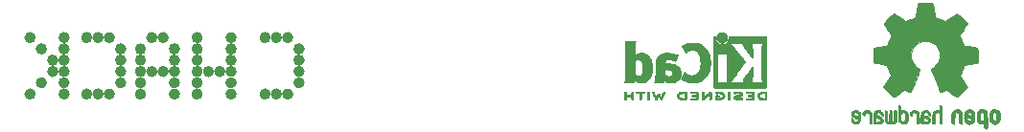
<source format=gbr>
G04 #@! TF.GenerationSoftware,KiCad,Pcbnew,5.1.6+dfsg1-1*
G04 #@! TF.CreationDate,2020-08-09T15:43:52+02:00*
G04 #@! TF.ProjectId,CaLoRa,43614c6f-5261-42e6-9b69-6361645f7063,rev?*
G04 #@! TF.SameCoordinates,Original*
G04 #@! TF.FileFunction,Legend,Bot*
G04 #@! TF.FilePolarity,Positive*
%FSLAX46Y46*%
G04 Gerber Fmt 4.6, Leading zero omitted, Abs format (unit mm)*
G04 Created by KiCad (PCBNEW 5.1.6+dfsg1-1) date 2020-08-09 15:43:52*
%MOMM*%
%LPD*%
G01*
G04 APERTURE LIST*
%ADD10C,0.500000*%
%ADD11C,0.010000*%
G04 APERTURE END LIST*
D10*
X165490000Y-88130000D02*
G75*
G03*
X165490000Y-88130000I-250000J0D01*
G01*
X165490000Y-85130000D02*
G75*
G03*
X165490000Y-85130000I-250000J0D01*
G01*
X165490000Y-86130000D02*
G75*
G03*
X165490000Y-86130000I-250000J0D01*
G01*
X165490000Y-87130000D02*
G75*
G03*
X165490000Y-87130000I-250000J0D01*
G01*
X165490000Y-90130000D02*
G75*
G03*
X165490000Y-90130000I-250000J0D01*
G01*
X165490000Y-89130000D02*
G75*
G03*
X165490000Y-89130000I-250000J0D01*
G01*
X164490000Y-88130000D02*
G75*
G03*
X164490000Y-88130000I-250000J0D01*
G01*
X164490000Y-87130000D02*
G75*
G03*
X164490000Y-87130000I-250000J0D01*
G01*
X163490000Y-89130000D02*
G75*
G03*
X163490000Y-89130000I-250000J0D01*
G01*
X162490000Y-90130000D02*
G75*
G03*
X162490000Y-90130000I-250000J0D01*
G01*
X163490000Y-86130000D02*
G75*
G03*
X163490000Y-86130000I-250000J0D01*
G01*
X162490000Y-85130000D02*
G75*
G03*
X162490000Y-85130000I-250000J0D01*
G01*
X170490000Y-88130000D02*
G75*
G03*
X170490000Y-88130000I-250000J0D01*
G01*
X170490000Y-87130000D02*
G75*
G03*
X170490000Y-87130000I-250000J0D01*
G01*
X170490000Y-86130000D02*
G75*
G03*
X170490000Y-86130000I-250000J0D01*
G01*
X170490000Y-89130000D02*
G75*
G03*
X170490000Y-89130000I-250000J0D01*
G01*
X169490000Y-90130000D02*
G75*
G03*
X169490000Y-90130000I-250000J0D01*
G01*
X169490000Y-85130000D02*
G75*
G03*
X169490000Y-85130000I-250000J0D01*
G01*
X168490000Y-85130000D02*
G75*
G03*
X168490000Y-85130000I-250000J0D01*
G01*
X167490000Y-90130000D02*
G75*
G03*
X167490000Y-90130000I-250000J0D01*
G01*
X168490000Y-90130000D02*
G75*
G03*
X168490000Y-90130000I-250000J0D01*
G01*
X167490000Y-85130000D02*
G75*
G03*
X167490000Y-85130000I-250000J0D01*
G01*
X175240000Y-88130000D02*
G75*
G03*
X175240000Y-88130000I-250000J0D01*
G01*
X174240000Y-85130000D02*
G75*
G03*
X174240000Y-85130000I-250000J0D01*
G01*
X175240000Y-86130000D02*
G75*
G03*
X175240000Y-86130000I-250000J0D01*
G01*
X175240000Y-87130000D02*
G75*
G03*
X175240000Y-87130000I-250000J0D01*
G01*
X175240000Y-90130000D02*
G75*
G03*
X175240000Y-90130000I-250000J0D01*
G01*
X175240000Y-89130000D02*
G75*
G03*
X175240000Y-89130000I-250000J0D01*
G01*
X174240000Y-88130000D02*
G75*
G03*
X174240000Y-88130000I-250000J0D01*
G01*
X173240000Y-88130000D02*
G75*
G03*
X173240000Y-88130000I-250000J0D01*
G01*
X172240000Y-89130000D02*
G75*
G03*
X172240000Y-89130000I-250000J0D01*
G01*
X172240000Y-90130000D02*
G75*
G03*
X172240000Y-90130000I-250000J0D01*
G01*
X172240000Y-87130000D02*
G75*
G03*
X172240000Y-87130000I-250000J0D01*
G01*
X172240000Y-86130000D02*
G75*
G03*
X172240000Y-86130000I-250000J0D01*
G01*
X173240000Y-85130000D02*
G75*
G03*
X173240000Y-85130000I-250000J0D01*
G01*
X172240000Y-88130000D02*
G75*
G03*
X172240000Y-88130000I-250000J0D01*
G01*
X177240000Y-88130000D02*
G75*
G03*
X177240000Y-88130000I-250000J0D01*
G01*
X177240000Y-85130000D02*
G75*
G03*
X177240000Y-85130000I-250000J0D01*
G01*
X177240000Y-86130000D02*
G75*
G03*
X177240000Y-86130000I-250000J0D01*
G01*
X177240000Y-87130000D02*
G75*
G03*
X177240000Y-87130000I-250000J0D01*
G01*
X177240000Y-90130000D02*
G75*
G03*
X177240000Y-90130000I-250000J0D01*
G01*
X177240000Y-89130000D02*
G75*
G03*
X177240000Y-89130000I-250000J0D01*
G01*
X178240000Y-88130000D02*
G75*
G03*
X178240000Y-88130000I-250000J0D01*
G01*
X179240000Y-88130000D02*
G75*
G03*
X179240000Y-88130000I-250000J0D01*
G01*
X180240000Y-89130000D02*
G75*
G03*
X180240000Y-89130000I-250000J0D01*
G01*
X180240000Y-90130000D02*
G75*
G03*
X180240000Y-90130000I-250000J0D01*
G01*
X180240000Y-87130000D02*
G75*
G03*
X180240000Y-87130000I-250000J0D01*
G01*
X180240000Y-86130000D02*
G75*
G03*
X180240000Y-86130000I-250000J0D01*
G01*
X180240000Y-85130000D02*
G75*
G03*
X180240000Y-85130000I-250000J0D01*
G01*
X180240000Y-88130000D02*
G75*
G03*
X180240000Y-88130000I-250000J0D01*
G01*
X183240000Y-85130000D02*
G75*
G03*
X183240000Y-85130000I-250000J0D01*
G01*
X184240000Y-90130000D02*
G75*
G03*
X184240000Y-90130000I-250000J0D01*
G01*
X183240000Y-90130000D02*
G75*
G03*
X183240000Y-90130000I-250000J0D01*
G01*
X184240000Y-85130000D02*
G75*
G03*
X184240000Y-85130000I-250000J0D01*
G01*
X185240000Y-85130000D02*
G75*
G03*
X185240000Y-85130000I-250000J0D01*
G01*
X185240000Y-90130000D02*
G75*
G03*
X185240000Y-90130000I-250000J0D01*
G01*
X186240000Y-89130000D02*
G75*
G03*
X186240000Y-89130000I-250000J0D01*
G01*
X186240000Y-86130000D02*
G75*
G03*
X186240000Y-86130000I-250000J0D01*
G01*
X186240000Y-87130000D02*
G75*
G03*
X186240000Y-87130000I-250000J0D01*
G01*
X186240000Y-88130000D02*
G75*
G03*
X186240000Y-88130000I-250000J0D01*
G01*
D11*
G36*
X246128100Y-91491903D02*
G01*
X246016550Y-91547522D01*
X245918092Y-91649931D01*
X245890977Y-91687864D01*
X245861438Y-91737500D01*
X245842272Y-91791412D01*
X245831307Y-91863364D01*
X245826371Y-91967122D01*
X245825287Y-92104101D01*
X245830182Y-92291815D01*
X245847196Y-92432758D01*
X245879823Y-92537908D01*
X245931558Y-92618243D01*
X246005896Y-92684741D01*
X246011358Y-92688678D01*
X246084620Y-92728953D01*
X246172840Y-92748880D01*
X246285038Y-92753793D01*
X246467433Y-92753793D01*
X246467509Y-92930857D01*
X246469207Y-93029470D01*
X246479550Y-93087314D01*
X246506578Y-93122006D01*
X246558332Y-93151164D01*
X246570761Y-93157121D01*
X246628923Y-93185039D01*
X246673956Y-93202672D01*
X246707441Y-93204194D01*
X246730962Y-93183781D01*
X246746100Y-93135607D01*
X246754437Y-93053846D01*
X246757556Y-92932672D01*
X246757040Y-92766260D01*
X246754471Y-92548785D01*
X246753668Y-92483736D01*
X246750778Y-92259502D01*
X246748188Y-92112821D01*
X246467586Y-92112821D01*
X246466009Y-92237326D01*
X246459000Y-92318787D01*
X246443142Y-92372515D01*
X246415019Y-92413823D01*
X246395925Y-92433971D01*
X246317865Y-92492921D01*
X246248753Y-92497720D01*
X246177440Y-92449038D01*
X246175632Y-92447241D01*
X246146617Y-92409618D01*
X246128967Y-92358484D01*
X246120064Y-92279738D01*
X246117291Y-92159276D01*
X246117241Y-92132588D01*
X246123942Y-91966583D01*
X246145752Y-91851505D01*
X246185235Y-91781254D01*
X246244956Y-91749729D01*
X246279472Y-91746552D01*
X246361389Y-91761460D01*
X246417579Y-91810548D01*
X246451402Y-91900362D01*
X246466220Y-92037445D01*
X246467586Y-92112821D01*
X246748188Y-92112821D01*
X246747713Y-92085952D01*
X246743753Y-91955382D01*
X246738174Y-91860087D01*
X246730254Y-91792364D01*
X246719269Y-91744507D01*
X246704499Y-91708813D01*
X246685218Y-91677578D01*
X246676951Y-91665824D01*
X246567288Y-91554797D01*
X246428635Y-91491847D01*
X246268246Y-91474297D01*
X246128100Y-91491903D01*
G37*
X246128100Y-91491903D02*
X246016550Y-91547522D01*
X245918092Y-91649931D01*
X245890977Y-91687864D01*
X245861438Y-91737500D01*
X245842272Y-91791412D01*
X245831307Y-91863364D01*
X245826371Y-91967122D01*
X245825287Y-92104101D01*
X245830182Y-92291815D01*
X245847196Y-92432758D01*
X245879823Y-92537908D01*
X245931558Y-92618243D01*
X246005896Y-92684741D01*
X246011358Y-92688678D01*
X246084620Y-92728953D01*
X246172840Y-92748880D01*
X246285038Y-92753793D01*
X246467433Y-92753793D01*
X246467509Y-92930857D01*
X246469207Y-93029470D01*
X246479550Y-93087314D01*
X246506578Y-93122006D01*
X246558332Y-93151164D01*
X246570761Y-93157121D01*
X246628923Y-93185039D01*
X246673956Y-93202672D01*
X246707441Y-93204194D01*
X246730962Y-93183781D01*
X246746100Y-93135607D01*
X246754437Y-93053846D01*
X246757556Y-92932672D01*
X246757040Y-92766260D01*
X246754471Y-92548785D01*
X246753668Y-92483736D01*
X246750778Y-92259502D01*
X246748188Y-92112821D01*
X246467586Y-92112821D01*
X246466009Y-92237326D01*
X246459000Y-92318787D01*
X246443142Y-92372515D01*
X246415019Y-92413823D01*
X246395925Y-92433971D01*
X246317865Y-92492921D01*
X246248753Y-92497720D01*
X246177440Y-92449038D01*
X246175632Y-92447241D01*
X246146617Y-92409618D01*
X246128967Y-92358484D01*
X246120064Y-92279738D01*
X246117291Y-92159276D01*
X246117241Y-92132588D01*
X246123942Y-91966583D01*
X246145752Y-91851505D01*
X246185235Y-91781254D01*
X246244956Y-91749729D01*
X246279472Y-91746552D01*
X246361389Y-91761460D01*
X246417579Y-91810548D01*
X246451402Y-91900362D01*
X246466220Y-92037445D01*
X246467586Y-92112821D01*
X246748188Y-92112821D01*
X246747713Y-92085952D01*
X246743753Y-91955382D01*
X246738174Y-91860087D01*
X246730254Y-91792364D01*
X246719269Y-91744507D01*
X246704499Y-91708813D01*
X246685218Y-91677578D01*
X246676951Y-91665824D01*
X246567288Y-91554797D01*
X246428635Y-91491847D01*
X246268246Y-91474297D01*
X246128100Y-91491903D01*
G36*
X243882571Y-91507719D02*
G01*
X243788877Y-91561914D01*
X243723736Y-91615707D01*
X243676093Y-91672066D01*
X243643272Y-91740987D01*
X243622594Y-91832468D01*
X243611380Y-91956506D01*
X243606951Y-92123098D01*
X243606437Y-92242851D01*
X243606437Y-92683659D01*
X243730517Y-92739283D01*
X243854598Y-92794907D01*
X243869195Y-92312095D01*
X243875227Y-92131779D01*
X243881555Y-92000901D01*
X243889394Y-91910511D01*
X243899963Y-91851664D01*
X243914477Y-91815413D01*
X243934152Y-91792810D01*
X243940465Y-91787917D01*
X244036112Y-91749706D01*
X244132793Y-91764827D01*
X244190345Y-91804943D01*
X244213755Y-91833370D01*
X244229961Y-91870672D01*
X244240259Y-91927223D01*
X244245951Y-92013394D01*
X244248336Y-92139558D01*
X244248736Y-92271042D01*
X244248814Y-92435999D01*
X244251639Y-92552761D01*
X244261093Y-92631510D01*
X244281060Y-92682431D01*
X244315424Y-92715706D01*
X244368068Y-92741520D01*
X244438383Y-92768344D01*
X244515180Y-92797542D01*
X244506038Y-92279346D01*
X244502357Y-92092539D01*
X244498050Y-91954490D01*
X244491877Y-91855568D01*
X244482598Y-91786145D01*
X244468973Y-91736590D01*
X244449761Y-91697273D01*
X244426598Y-91662584D01*
X244314848Y-91551770D01*
X244178487Y-91487689D01*
X244030175Y-91472339D01*
X243882571Y-91507719D01*
G37*
X243882571Y-91507719D02*
X243788877Y-91561914D01*
X243723736Y-91615707D01*
X243676093Y-91672066D01*
X243643272Y-91740987D01*
X243622594Y-91832468D01*
X243611380Y-91956506D01*
X243606951Y-92123098D01*
X243606437Y-92242851D01*
X243606437Y-92683659D01*
X243730517Y-92739283D01*
X243854598Y-92794907D01*
X243869195Y-92312095D01*
X243875227Y-92131779D01*
X243881555Y-92000901D01*
X243889394Y-91910511D01*
X243899963Y-91851664D01*
X243914477Y-91815413D01*
X243934152Y-91792810D01*
X243940465Y-91787917D01*
X244036112Y-91749706D01*
X244132793Y-91764827D01*
X244190345Y-91804943D01*
X244213755Y-91833370D01*
X244229961Y-91870672D01*
X244240259Y-91927223D01*
X244245951Y-92013394D01*
X244248336Y-92139558D01*
X244248736Y-92271042D01*
X244248814Y-92435999D01*
X244251639Y-92552761D01*
X244261093Y-92631510D01*
X244281060Y-92682431D01*
X244315424Y-92715706D01*
X244368068Y-92741520D01*
X244438383Y-92768344D01*
X244515180Y-92797542D01*
X244506038Y-92279346D01*
X244502357Y-92092539D01*
X244498050Y-91954490D01*
X244491877Y-91855568D01*
X244482598Y-91786145D01*
X244468973Y-91736590D01*
X244449761Y-91697273D01*
X244426598Y-91662584D01*
X244314848Y-91551770D01*
X244178487Y-91487689D01*
X244030175Y-91472339D01*
X243882571Y-91507719D01*
G36*
X247251779Y-91496015D02*
G01*
X247114939Y-91567968D01*
X247013949Y-91683766D01*
X246978075Y-91758213D01*
X246950161Y-91869992D01*
X246935871Y-92011227D01*
X246934516Y-92165371D01*
X246945405Y-92315879D01*
X246967847Y-92446205D01*
X247001150Y-92539803D01*
X247011385Y-92555922D01*
X247132618Y-92676249D01*
X247276613Y-92748317D01*
X247432861Y-92769408D01*
X247590852Y-92736802D01*
X247634820Y-92717253D01*
X247720444Y-92657012D01*
X247795592Y-92577135D01*
X247802694Y-92567004D01*
X247831561Y-92518181D01*
X247850643Y-92465990D01*
X247861916Y-92397285D01*
X247867355Y-92298918D01*
X247868938Y-92157744D01*
X247868965Y-92126092D01*
X247868893Y-92116019D01*
X247577011Y-92116019D01*
X247575313Y-92249256D01*
X247568628Y-92337674D01*
X247554575Y-92394785D01*
X247530771Y-92434102D01*
X247518621Y-92447241D01*
X247448764Y-92497172D01*
X247380941Y-92494895D01*
X247312365Y-92451584D01*
X247271465Y-92405346D01*
X247247242Y-92337857D01*
X247233639Y-92231433D01*
X247232706Y-92219020D01*
X247230384Y-92026147D01*
X247254650Y-91882900D01*
X247305176Y-91790160D01*
X247381632Y-91748807D01*
X247408924Y-91746552D01*
X247480589Y-91757893D01*
X247529610Y-91797184D01*
X247559582Y-91872326D01*
X247574101Y-91991222D01*
X247577011Y-92116019D01*
X247868893Y-92116019D01*
X247867878Y-91975659D01*
X247863312Y-91870549D01*
X247853312Y-91797714D01*
X247835921Y-91744108D01*
X247809184Y-91696681D01*
X247803276Y-91687864D01*
X247703968Y-91569007D01*
X247595758Y-91500008D01*
X247464019Y-91472619D01*
X247419283Y-91471281D01*
X247251779Y-91496015D01*
G37*
X247251779Y-91496015D02*
X247114939Y-91567968D01*
X247013949Y-91683766D01*
X246978075Y-91758213D01*
X246950161Y-91869992D01*
X246935871Y-92011227D01*
X246934516Y-92165371D01*
X246945405Y-92315879D01*
X246967847Y-92446205D01*
X247001150Y-92539803D01*
X247011385Y-92555922D01*
X247132618Y-92676249D01*
X247276613Y-92748317D01*
X247432861Y-92769408D01*
X247590852Y-92736802D01*
X247634820Y-92717253D01*
X247720444Y-92657012D01*
X247795592Y-92577135D01*
X247802694Y-92567004D01*
X247831561Y-92518181D01*
X247850643Y-92465990D01*
X247861916Y-92397285D01*
X247867355Y-92298918D01*
X247868938Y-92157744D01*
X247868965Y-92126092D01*
X247868893Y-92116019D01*
X247577011Y-92116019D01*
X247575313Y-92249256D01*
X247568628Y-92337674D01*
X247554575Y-92394785D01*
X247530771Y-92434102D01*
X247518621Y-92447241D01*
X247448764Y-92497172D01*
X247380941Y-92494895D01*
X247312365Y-92451584D01*
X247271465Y-92405346D01*
X247247242Y-92337857D01*
X247233639Y-92231433D01*
X247232706Y-92219020D01*
X247230384Y-92026147D01*
X247254650Y-91882900D01*
X247305176Y-91790160D01*
X247381632Y-91748807D01*
X247408924Y-91746552D01*
X247480589Y-91757893D01*
X247529610Y-91797184D01*
X247559582Y-91872326D01*
X247574101Y-91991222D01*
X247577011Y-92116019D01*
X247868893Y-92116019D01*
X247867878Y-91975659D01*
X247863312Y-91870549D01*
X247853312Y-91797714D01*
X247835921Y-91744108D01*
X247809184Y-91696681D01*
X247803276Y-91687864D01*
X247703968Y-91569007D01*
X247595758Y-91500008D01*
X247464019Y-91472619D01*
X247419283Y-91471281D01*
X247251779Y-91496015D01*
G36*
X244984448Y-91514676D02*
G01*
X244869342Y-91592111D01*
X244780389Y-91703949D01*
X244727251Y-91846265D01*
X244716503Y-91951015D01*
X244717724Y-91994726D01*
X244727944Y-92028194D01*
X244756039Y-92058179D01*
X244810884Y-92091440D01*
X244901355Y-92134738D01*
X245036328Y-92194833D01*
X245037011Y-92195134D01*
X245161249Y-92252037D01*
X245263127Y-92302565D01*
X245332233Y-92341280D01*
X245358154Y-92362740D01*
X245358161Y-92362913D01*
X245335315Y-92409644D01*
X245281891Y-92461154D01*
X245220558Y-92498261D01*
X245189485Y-92505632D01*
X245104711Y-92480138D01*
X245031707Y-92416291D01*
X244996087Y-92346094D01*
X244961820Y-92294343D01*
X244894697Y-92235409D01*
X244815792Y-92184496D01*
X244746179Y-92156809D01*
X244731623Y-92155287D01*
X244715237Y-92180321D01*
X244714250Y-92244311D01*
X244726292Y-92330593D01*
X244748993Y-92422501D01*
X244779986Y-92503369D01*
X244781552Y-92506509D01*
X244874819Y-92636734D01*
X244995696Y-92725311D01*
X245132973Y-92768786D01*
X245275440Y-92763706D01*
X245411888Y-92706616D01*
X245417955Y-92702602D01*
X245525290Y-92605326D01*
X245595868Y-92478409D01*
X245634926Y-92311526D01*
X245640168Y-92264639D01*
X245649452Y-92043329D01*
X245638322Y-91940124D01*
X245358161Y-91940124D01*
X245354521Y-92004503D01*
X245334611Y-92023291D01*
X245284974Y-92009235D01*
X245206733Y-91976009D01*
X245119274Y-91934359D01*
X245117101Y-91933256D01*
X245042970Y-91894265D01*
X245013219Y-91868244D01*
X245020555Y-91840965D01*
X245051447Y-91805121D01*
X245130040Y-91753251D01*
X245214677Y-91749439D01*
X245290597Y-91787189D01*
X245343035Y-91860001D01*
X245358161Y-91940124D01*
X245638322Y-91940124D01*
X245630356Y-91866261D01*
X245581366Y-91725829D01*
X245513164Y-91627447D01*
X245390065Y-91528030D01*
X245254472Y-91478711D01*
X245116045Y-91475568D01*
X244984448Y-91514676D01*
G37*
X244984448Y-91514676D02*
X244869342Y-91592111D01*
X244780389Y-91703949D01*
X244727251Y-91846265D01*
X244716503Y-91951015D01*
X244717724Y-91994726D01*
X244727944Y-92028194D01*
X244756039Y-92058179D01*
X244810884Y-92091440D01*
X244901355Y-92134738D01*
X245036328Y-92194833D01*
X245037011Y-92195134D01*
X245161249Y-92252037D01*
X245263127Y-92302565D01*
X245332233Y-92341280D01*
X245358154Y-92362740D01*
X245358161Y-92362913D01*
X245335315Y-92409644D01*
X245281891Y-92461154D01*
X245220558Y-92498261D01*
X245189485Y-92505632D01*
X245104711Y-92480138D01*
X245031707Y-92416291D01*
X244996087Y-92346094D01*
X244961820Y-92294343D01*
X244894697Y-92235409D01*
X244815792Y-92184496D01*
X244746179Y-92156809D01*
X244731623Y-92155287D01*
X244715237Y-92180321D01*
X244714250Y-92244311D01*
X244726292Y-92330593D01*
X244748993Y-92422501D01*
X244779986Y-92503369D01*
X244781552Y-92506509D01*
X244874819Y-92636734D01*
X244995696Y-92725311D01*
X245132973Y-92768786D01*
X245275440Y-92763706D01*
X245411888Y-92706616D01*
X245417955Y-92702602D01*
X245525290Y-92605326D01*
X245595868Y-92478409D01*
X245634926Y-92311526D01*
X245640168Y-92264639D01*
X245649452Y-92043329D01*
X245638322Y-91940124D01*
X245358161Y-91940124D01*
X245354521Y-92004503D01*
X245334611Y-92023291D01*
X245284974Y-92009235D01*
X245206733Y-91976009D01*
X245119274Y-91934359D01*
X245117101Y-91933256D01*
X245042970Y-91894265D01*
X245013219Y-91868244D01*
X245020555Y-91840965D01*
X245051447Y-91805121D01*
X245130040Y-91753251D01*
X245214677Y-91749439D01*
X245290597Y-91787189D01*
X245343035Y-91860001D01*
X245358161Y-91940124D01*
X245638322Y-91940124D01*
X245630356Y-91866261D01*
X245581366Y-91725829D01*
X245513164Y-91627447D01*
X245390065Y-91528030D01*
X245254472Y-91478711D01*
X245116045Y-91475568D01*
X244984448Y-91514676D01*
G36*
X242555402Y-91353857D02*
G01*
X242546846Y-91473188D01*
X242537019Y-91543506D01*
X242523401Y-91574179D01*
X242503473Y-91574571D01*
X242497011Y-91570910D01*
X242411060Y-91544398D01*
X242299255Y-91545946D01*
X242185586Y-91573199D01*
X242114490Y-91608455D01*
X242041595Y-91664778D01*
X241988307Y-91728519D01*
X241951725Y-91809510D01*
X241928950Y-91917586D01*
X241917081Y-92062580D01*
X241913218Y-92254326D01*
X241913149Y-92291109D01*
X241913103Y-92704288D01*
X242005046Y-92736339D01*
X242070348Y-92758144D01*
X242106176Y-92768297D01*
X242107230Y-92768391D01*
X242110758Y-92740860D01*
X242113761Y-92664923D01*
X242116010Y-92550565D01*
X242117276Y-92407769D01*
X242117471Y-92320951D01*
X242117877Y-92149773D01*
X242119968Y-92027088D01*
X242125053Y-91943000D01*
X242134440Y-91887614D01*
X242149439Y-91851032D01*
X242171358Y-91823359D01*
X242185043Y-91810032D01*
X242279051Y-91756328D01*
X242381636Y-91752307D01*
X242474710Y-91797725D01*
X242491922Y-91814123D01*
X242517168Y-91844957D01*
X242534680Y-91881531D01*
X242545858Y-91934415D01*
X242552104Y-92014177D01*
X242554818Y-92131385D01*
X242555402Y-92292991D01*
X242555402Y-92704288D01*
X242647345Y-92736339D01*
X242712647Y-92758144D01*
X242748475Y-92768297D01*
X242749529Y-92768391D01*
X242752225Y-92740448D01*
X242754655Y-92661630D01*
X242756722Y-92539453D01*
X242758329Y-92381432D01*
X242759377Y-92195083D01*
X242759769Y-91987920D01*
X242759770Y-91978706D01*
X242759770Y-91189020D01*
X242664885Y-91148997D01*
X242570000Y-91108973D01*
X242555402Y-91353857D01*
G37*
X242555402Y-91353857D02*
X242546846Y-91473188D01*
X242537019Y-91543506D01*
X242523401Y-91574179D01*
X242503473Y-91574571D01*
X242497011Y-91570910D01*
X242411060Y-91544398D01*
X242299255Y-91545946D01*
X242185586Y-91573199D01*
X242114490Y-91608455D01*
X242041595Y-91664778D01*
X241988307Y-91728519D01*
X241951725Y-91809510D01*
X241928950Y-91917586D01*
X241917081Y-92062580D01*
X241913218Y-92254326D01*
X241913149Y-92291109D01*
X241913103Y-92704288D01*
X242005046Y-92736339D01*
X242070348Y-92758144D01*
X242106176Y-92768297D01*
X242107230Y-92768391D01*
X242110758Y-92740860D01*
X242113761Y-92664923D01*
X242116010Y-92550565D01*
X242117276Y-92407769D01*
X242117471Y-92320951D01*
X242117877Y-92149773D01*
X242119968Y-92027088D01*
X242125053Y-91943000D01*
X242134440Y-91887614D01*
X242149439Y-91851032D01*
X242171358Y-91823359D01*
X242185043Y-91810032D01*
X242279051Y-91756328D01*
X242381636Y-91752307D01*
X242474710Y-91797725D01*
X242491922Y-91814123D01*
X242517168Y-91844957D01*
X242534680Y-91881531D01*
X242545858Y-91934415D01*
X242552104Y-92014177D01*
X242554818Y-92131385D01*
X242555402Y-92292991D01*
X242555402Y-92704288D01*
X242647345Y-92736339D01*
X242712647Y-92758144D01*
X242748475Y-92768297D01*
X242749529Y-92768391D01*
X242752225Y-92740448D01*
X242754655Y-92661630D01*
X242756722Y-92539453D01*
X242758329Y-92381432D01*
X242759377Y-92195083D01*
X242759769Y-91987920D01*
X242759770Y-91978706D01*
X242759770Y-91189020D01*
X242664885Y-91148997D01*
X242570000Y-91108973D01*
X242555402Y-91353857D01*
G36*
X241220056Y-91554360D02*
G01*
X241105657Y-91596842D01*
X241104348Y-91597658D01*
X241033597Y-91649730D01*
X240981364Y-91710584D01*
X240944629Y-91789887D01*
X240920366Y-91897309D01*
X240905555Y-92042517D01*
X240897171Y-92235179D01*
X240896436Y-92262628D01*
X240885880Y-92676521D01*
X240974709Y-92722456D01*
X241038982Y-92753498D01*
X241077790Y-92768206D01*
X241079585Y-92768391D01*
X241086300Y-92741250D01*
X241091635Y-92668041D01*
X241094917Y-92561081D01*
X241095632Y-92474469D01*
X241095649Y-92334162D01*
X241102063Y-92246051D01*
X241124420Y-92204025D01*
X241172268Y-92201975D01*
X241255151Y-92233790D01*
X241380287Y-92292272D01*
X241472303Y-92340845D01*
X241519629Y-92382986D01*
X241533542Y-92428916D01*
X241533563Y-92431189D01*
X241510605Y-92510311D01*
X241442630Y-92553055D01*
X241338602Y-92559246D01*
X241263670Y-92558172D01*
X241224161Y-92579753D01*
X241199522Y-92631591D01*
X241185341Y-92697632D01*
X241205777Y-92735104D01*
X241213472Y-92740467D01*
X241285917Y-92762006D01*
X241387367Y-92765055D01*
X241491843Y-92750778D01*
X241565875Y-92724688D01*
X241668228Y-92637785D01*
X241726409Y-92516816D01*
X241737931Y-92422308D01*
X241729138Y-92337062D01*
X241697320Y-92267476D01*
X241634316Y-92205672D01*
X241531969Y-92143772D01*
X241382118Y-92073897D01*
X241372988Y-92069948D01*
X241238003Y-92007588D01*
X241154706Y-91956446D01*
X241119003Y-91910488D01*
X241126797Y-91863683D01*
X241173993Y-91809998D01*
X241188106Y-91797644D01*
X241282641Y-91749741D01*
X241380594Y-91751758D01*
X241465903Y-91798724D01*
X241522504Y-91885669D01*
X241527763Y-91902734D01*
X241578977Y-91985504D01*
X241643963Y-92025372D01*
X241737931Y-92064882D01*
X241737931Y-91962658D01*
X241709347Y-91814072D01*
X241624505Y-91677784D01*
X241580355Y-91632191D01*
X241479995Y-91573674D01*
X241352365Y-91547184D01*
X241220056Y-91554360D01*
G37*
X241220056Y-91554360D02*
X241105657Y-91596842D01*
X241104348Y-91597658D01*
X241033597Y-91649730D01*
X240981364Y-91710584D01*
X240944629Y-91789887D01*
X240920366Y-91897309D01*
X240905555Y-92042517D01*
X240897171Y-92235179D01*
X240896436Y-92262628D01*
X240885880Y-92676521D01*
X240974709Y-92722456D01*
X241038982Y-92753498D01*
X241077790Y-92768206D01*
X241079585Y-92768391D01*
X241086300Y-92741250D01*
X241091635Y-92668041D01*
X241094917Y-92561081D01*
X241095632Y-92474469D01*
X241095649Y-92334162D01*
X241102063Y-92246051D01*
X241124420Y-92204025D01*
X241172268Y-92201975D01*
X241255151Y-92233790D01*
X241380287Y-92292272D01*
X241472303Y-92340845D01*
X241519629Y-92382986D01*
X241533542Y-92428916D01*
X241533563Y-92431189D01*
X241510605Y-92510311D01*
X241442630Y-92553055D01*
X241338602Y-92559246D01*
X241263670Y-92558172D01*
X241224161Y-92579753D01*
X241199522Y-92631591D01*
X241185341Y-92697632D01*
X241205777Y-92735104D01*
X241213472Y-92740467D01*
X241285917Y-92762006D01*
X241387367Y-92765055D01*
X241491843Y-92750778D01*
X241565875Y-92724688D01*
X241668228Y-92637785D01*
X241726409Y-92516816D01*
X241737931Y-92422308D01*
X241729138Y-92337062D01*
X241697320Y-92267476D01*
X241634316Y-92205672D01*
X241531969Y-92143772D01*
X241382118Y-92073897D01*
X241372988Y-92069948D01*
X241238003Y-92007588D01*
X241154706Y-91956446D01*
X241119003Y-91910488D01*
X241126797Y-91863683D01*
X241173993Y-91809998D01*
X241188106Y-91797644D01*
X241282641Y-91749741D01*
X241380594Y-91751758D01*
X241465903Y-91798724D01*
X241522504Y-91885669D01*
X241527763Y-91902734D01*
X241578977Y-91985504D01*
X241643963Y-92025372D01*
X241737931Y-92064882D01*
X241737931Y-91962658D01*
X241709347Y-91814072D01*
X241624505Y-91677784D01*
X241580355Y-91632191D01*
X241479995Y-91573674D01*
X241352365Y-91547184D01*
X241220056Y-91554360D01*
G36*
X240234057Y-91551920D02*
G01*
X240101435Y-91600859D01*
X239993990Y-91687419D01*
X239951968Y-91748352D01*
X239906157Y-91860161D01*
X239907109Y-91941006D01*
X239955192Y-91995378D01*
X239972983Y-92004624D01*
X240049796Y-92033450D01*
X240089024Y-92026065D01*
X240102311Y-91977658D01*
X240102988Y-91950920D01*
X240127314Y-91852548D01*
X240190719Y-91783734D01*
X240278846Y-91750498D01*
X240377337Y-91758861D01*
X240457398Y-91802296D01*
X240484439Y-91827072D01*
X240503606Y-91857129D01*
X240516554Y-91902565D01*
X240524936Y-91973476D01*
X240530407Y-92079960D01*
X240534622Y-92232112D01*
X240535713Y-92280287D01*
X240539693Y-92445095D01*
X240544219Y-92561088D01*
X240551005Y-92637833D01*
X240561769Y-92684893D01*
X240578227Y-92711835D01*
X240602094Y-92728223D01*
X240617374Y-92735463D01*
X240682267Y-92760220D01*
X240720466Y-92768391D01*
X240733088Y-92741103D01*
X240740792Y-92658603D01*
X240743620Y-92519941D01*
X240741614Y-92324162D01*
X240740989Y-92293965D01*
X240736579Y-92115349D01*
X240731365Y-91984923D01*
X240723945Y-91892492D01*
X240712918Y-91827858D01*
X240696883Y-91780825D01*
X240674439Y-91741196D01*
X240662698Y-91724215D01*
X240595381Y-91649080D01*
X240520090Y-91590638D01*
X240510872Y-91585536D01*
X240375867Y-91545260D01*
X240234057Y-91551920D01*
G37*
X240234057Y-91551920D02*
X240101435Y-91600859D01*
X239993990Y-91687419D01*
X239951968Y-91748352D01*
X239906157Y-91860161D01*
X239907109Y-91941006D01*
X239955192Y-91995378D01*
X239972983Y-92004624D01*
X240049796Y-92033450D01*
X240089024Y-92026065D01*
X240102311Y-91977658D01*
X240102988Y-91950920D01*
X240127314Y-91852548D01*
X240190719Y-91783734D01*
X240278846Y-91750498D01*
X240377337Y-91758861D01*
X240457398Y-91802296D01*
X240484439Y-91827072D01*
X240503606Y-91857129D01*
X240516554Y-91902565D01*
X240524936Y-91973476D01*
X240530407Y-92079960D01*
X240534622Y-92232112D01*
X240535713Y-92280287D01*
X240539693Y-92445095D01*
X240544219Y-92561088D01*
X240551005Y-92637833D01*
X240561769Y-92684893D01*
X240578227Y-92711835D01*
X240602094Y-92728223D01*
X240617374Y-92735463D01*
X240682267Y-92760220D01*
X240720466Y-92768391D01*
X240733088Y-92741103D01*
X240740792Y-92658603D01*
X240743620Y-92519941D01*
X240741614Y-92324162D01*
X240740989Y-92293965D01*
X240736579Y-92115349D01*
X240731365Y-91984923D01*
X240723945Y-91892492D01*
X240712918Y-91827858D01*
X240696883Y-91780825D01*
X240674439Y-91741196D01*
X240662698Y-91724215D01*
X240595381Y-91649080D01*
X240520090Y-91590638D01*
X240510872Y-91585536D01*
X240375867Y-91545260D01*
X240234057Y-91551920D01*
G36*
X238906086Y-91784455D02*
G01*
X238906457Y-92002661D01*
X238907892Y-92170519D01*
X238910998Y-92296070D01*
X238916378Y-92387355D01*
X238924638Y-92452415D01*
X238936384Y-92499291D01*
X238952219Y-92536024D01*
X238964210Y-92556991D01*
X239063510Y-92670694D01*
X239189412Y-92741965D01*
X239328709Y-92767538D01*
X239468195Y-92744150D01*
X239551257Y-92702119D01*
X239638455Y-92629411D01*
X239697883Y-92540612D01*
X239733739Y-92424320D01*
X239750219Y-92269135D01*
X239752553Y-92155287D01*
X239752239Y-92147106D01*
X239548276Y-92147106D01*
X239547030Y-92277657D01*
X239541322Y-92364080D01*
X239528196Y-92420618D01*
X239504694Y-92461514D01*
X239476614Y-92492362D01*
X239382312Y-92551905D01*
X239281060Y-92556992D01*
X239185364Y-92507279D01*
X239177916Y-92500543D01*
X239146126Y-92465502D01*
X239126192Y-92423811D01*
X239115400Y-92361762D01*
X239111035Y-92265644D01*
X239110345Y-92159379D01*
X239111841Y-92025880D01*
X239118036Y-91936822D01*
X239131486Y-91878293D01*
X239154749Y-91836382D01*
X239173825Y-91814123D01*
X239262437Y-91757985D01*
X239364492Y-91751235D01*
X239461905Y-91794114D01*
X239480704Y-91810032D01*
X239512707Y-91845382D01*
X239532682Y-91887502D01*
X239543407Y-91950251D01*
X239547661Y-92047487D01*
X239548276Y-92147106D01*
X239752239Y-92147106D01*
X239745496Y-91971947D01*
X239721528Y-91834195D01*
X239676452Y-91730632D01*
X239606072Y-91649856D01*
X239551257Y-91608455D01*
X239451624Y-91563728D01*
X239336145Y-91542967D01*
X239228801Y-91548525D01*
X239168736Y-91570943D01*
X239145165Y-91577323D01*
X239129523Y-91553535D01*
X239118605Y-91489788D01*
X239110345Y-91392687D01*
X239101301Y-91284541D01*
X239088739Y-91219475D01*
X239065881Y-91182268D01*
X239025949Y-91157699D01*
X239000862Y-91146819D01*
X238905977Y-91107072D01*
X238906086Y-91784455D01*
G37*
X238906086Y-91784455D02*
X238906457Y-92002661D01*
X238907892Y-92170519D01*
X238910998Y-92296070D01*
X238916378Y-92387355D01*
X238924638Y-92452415D01*
X238936384Y-92499291D01*
X238952219Y-92536024D01*
X238964210Y-92556991D01*
X239063510Y-92670694D01*
X239189412Y-92741965D01*
X239328709Y-92767538D01*
X239468195Y-92744150D01*
X239551257Y-92702119D01*
X239638455Y-92629411D01*
X239697883Y-92540612D01*
X239733739Y-92424320D01*
X239750219Y-92269135D01*
X239752553Y-92155287D01*
X239752239Y-92147106D01*
X239548276Y-92147106D01*
X239547030Y-92277657D01*
X239541322Y-92364080D01*
X239528196Y-92420618D01*
X239504694Y-92461514D01*
X239476614Y-92492362D01*
X239382312Y-92551905D01*
X239281060Y-92556992D01*
X239185364Y-92507279D01*
X239177916Y-92500543D01*
X239146126Y-92465502D01*
X239126192Y-92423811D01*
X239115400Y-92361762D01*
X239111035Y-92265644D01*
X239110345Y-92159379D01*
X239111841Y-92025880D01*
X239118036Y-91936822D01*
X239131486Y-91878293D01*
X239154749Y-91836382D01*
X239173825Y-91814123D01*
X239262437Y-91757985D01*
X239364492Y-91751235D01*
X239461905Y-91794114D01*
X239480704Y-91810032D01*
X239512707Y-91845382D01*
X239532682Y-91887502D01*
X239543407Y-91950251D01*
X239547661Y-92047487D01*
X239548276Y-92147106D01*
X239752239Y-92147106D01*
X239745496Y-91971947D01*
X239721528Y-91834195D01*
X239676452Y-91730632D01*
X239606072Y-91649856D01*
X239551257Y-91608455D01*
X239451624Y-91563728D01*
X239336145Y-91542967D01*
X239228801Y-91548525D01*
X239168736Y-91570943D01*
X239145165Y-91577323D01*
X239129523Y-91553535D01*
X239118605Y-91489788D01*
X239110345Y-91392687D01*
X239101301Y-91284541D01*
X239088739Y-91219475D01*
X239065881Y-91182268D01*
X239025949Y-91157699D01*
X239000862Y-91146819D01*
X238905977Y-91107072D01*
X238906086Y-91784455D01*
G36*
X237719876Y-91569840D02*
G01*
X237715421Y-91646653D01*
X237711929Y-91763391D01*
X237709685Y-91910821D01*
X237708965Y-92065455D01*
X237708965Y-92588727D01*
X237801355Y-92681117D01*
X237865022Y-92738047D01*
X237920911Y-92761107D01*
X237997298Y-92759647D01*
X238027620Y-92755934D01*
X238122390Y-92745126D01*
X238200778Y-92738933D01*
X238219885Y-92738361D01*
X238284301Y-92742102D01*
X238376429Y-92751494D01*
X238412150Y-92755934D01*
X238499886Y-92762801D01*
X238558847Y-92747885D01*
X238617310Y-92701835D01*
X238638415Y-92681117D01*
X238730805Y-92588727D01*
X238730805Y-91609947D01*
X238656442Y-91576066D01*
X238592410Y-91550970D01*
X238554948Y-91542184D01*
X238545343Y-91569950D01*
X238536365Y-91647530D01*
X238528614Y-91766348D01*
X238522686Y-91917828D01*
X238519827Y-92045805D01*
X238511839Y-92549425D01*
X238442152Y-92559278D01*
X238378771Y-92552389D01*
X238347714Y-92530083D01*
X238339033Y-92488379D01*
X238331622Y-92399544D01*
X238326069Y-92274834D01*
X238322964Y-92125507D01*
X238322516Y-92048661D01*
X238322069Y-91606287D01*
X238230126Y-91574235D01*
X238165051Y-91552443D01*
X238129653Y-91542281D01*
X238128632Y-91542184D01*
X238125080Y-91569809D01*
X238121177Y-91646411D01*
X238117249Y-91762579D01*
X238113624Y-91908904D01*
X238111092Y-92045805D01*
X238103103Y-92549425D01*
X237927931Y-92549425D01*
X237919893Y-92089965D01*
X237911854Y-91630505D01*
X237826457Y-91586344D01*
X237763407Y-91556019D01*
X237726090Y-91542258D01*
X237725013Y-91542184D01*
X237719876Y-91569840D01*
G37*
X237719876Y-91569840D02*
X237715421Y-91646653D01*
X237711929Y-91763391D01*
X237709685Y-91910821D01*
X237708965Y-92065455D01*
X237708965Y-92588727D01*
X237801355Y-92681117D01*
X237865022Y-92738047D01*
X237920911Y-92761107D01*
X237997298Y-92759647D01*
X238027620Y-92755934D01*
X238122390Y-92745126D01*
X238200778Y-92738933D01*
X238219885Y-92738361D01*
X238284301Y-92742102D01*
X238376429Y-92751494D01*
X238412150Y-92755934D01*
X238499886Y-92762801D01*
X238558847Y-92747885D01*
X238617310Y-92701835D01*
X238638415Y-92681117D01*
X238730805Y-92588727D01*
X238730805Y-91609947D01*
X238656442Y-91576066D01*
X238592410Y-91550970D01*
X238554948Y-91542184D01*
X238545343Y-91569950D01*
X238536365Y-91647530D01*
X238528614Y-91766348D01*
X238522686Y-91917828D01*
X238519827Y-92045805D01*
X238511839Y-92549425D01*
X238442152Y-92559278D01*
X238378771Y-92552389D01*
X238347714Y-92530083D01*
X238339033Y-92488379D01*
X238331622Y-92399544D01*
X238326069Y-92274834D01*
X238322964Y-92125507D01*
X238322516Y-92048661D01*
X238322069Y-91606287D01*
X238230126Y-91574235D01*
X238165051Y-91552443D01*
X238129653Y-91542281D01*
X238128632Y-91542184D01*
X238125080Y-91569809D01*
X238121177Y-91646411D01*
X238117249Y-91762579D01*
X238113624Y-91908904D01*
X238111092Y-92045805D01*
X238103103Y-92549425D01*
X237927931Y-92549425D01*
X237919893Y-92089965D01*
X237911854Y-91630505D01*
X237826457Y-91586344D01*
X237763407Y-91556019D01*
X237726090Y-91542258D01*
X237725013Y-91542184D01*
X237719876Y-91569840D01*
G36*
X236985594Y-91565156D02*
G01*
X236901531Y-91603393D01*
X236835550Y-91649726D01*
X236787206Y-91701532D01*
X236753828Y-91768363D01*
X236732747Y-91859769D01*
X236721293Y-91985301D01*
X236716797Y-92154508D01*
X236716322Y-92265933D01*
X236716322Y-92700627D01*
X236790684Y-92734509D01*
X236849254Y-92759272D01*
X236878270Y-92768391D01*
X236883821Y-92741257D01*
X236888225Y-92668094D01*
X236890922Y-92561263D01*
X236891494Y-92476437D01*
X236893954Y-92353887D01*
X236900588Y-92256668D01*
X236910274Y-92197134D01*
X236917968Y-92184483D01*
X236969689Y-92197402D01*
X237050883Y-92230539D01*
X237144898Y-92275461D01*
X237235083Y-92323735D01*
X237304785Y-92366928D01*
X237337352Y-92396608D01*
X237337481Y-92396929D01*
X237334680Y-92451857D01*
X237309561Y-92504292D01*
X237265459Y-92546881D01*
X237201091Y-92561126D01*
X237146079Y-92559466D01*
X237068165Y-92558245D01*
X237027268Y-92576498D01*
X237002705Y-92624726D01*
X236999608Y-92633820D01*
X236988960Y-92702598D01*
X237017435Y-92744360D01*
X237091656Y-92764263D01*
X237171832Y-92767944D01*
X237316110Y-92740658D01*
X237390797Y-92701690D01*
X237483037Y-92610148D01*
X237531957Y-92497782D01*
X237536346Y-92379051D01*
X237494999Y-92268411D01*
X237432803Y-92199080D01*
X237370706Y-92160265D01*
X237273105Y-92111125D01*
X237159368Y-92061292D01*
X237140410Y-92053677D01*
X237015479Y-91998545D01*
X236943461Y-91949954D01*
X236920300Y-91901647D01*
X236941936Y-91847370D01*
X236979080Y-91804943D01*
X237066873Y-91752702D01*
X237163470Y-91748784D01*
X237252056Y-91789041D01*
X237315814Y-91869326D01*
X237324183Y-91890040D01*
X237372904Y-91966225D01*
X237444035Y-92022785D01*
X237533793Y-92069201D01*
X237533793Y-91937584D01*
X237528510Y-91857168D01*
X237505858Y-91793786D01*
X237455633Y-91726163D01*
X237407418Y-91674076D01*
X237332446Y-91600322D01*
X237274194Y-91560702D01*
X237211628Y-91544810D01*
X237140807Y-91542184D01*
X236985594Y-91565156D01*
G37*
X236985594Y-91565156D02*
X236901531Y-91603393D01*
X236835550Y-91649726D01*
X236787206Y-91701532D01*
X236753828Y-91768363D01*
X236732747Y-91859769D01*
X236721293Y-91985301D01*
X236716797Y-92154508D01*
X236716322Y-92265933D01*
X236716322Y-92700627D01*
X236790684Y-92734509D01*
X236849254Y-92759272D01*
X236878270Y-92768391D01*
X236883821Y-92741257D01*
X236888225Y-92668094D01*
X236890922Y-92561263D01*
X236891494Y-92476437D01*
X236893954Y-92353887D01*
X236900588Y-92256668D01*
X236910274Y-92197134D01*
X236917968Y-92184483D01*
X236969689Y-92197402D01*
X237050883Y-92230539D01*
X237144898Y-92275461D01*
X237235083Y-92323735D01*
X237304785Y-92366928D01*
X237337352Y-92396608D01*
X237337481Y-92396929D01*
X237334680Y-92451857D01*
X237309561Y-92504292D01*
X237265459Y-92546881D01*
X237201091Y-92561126D01*
X237146079Y-92559466D01*
X237068165Y-92558245D01*
X237027268Y-92576498D01*
X237002705Y-92624726D01*
X236999608Y-92633820D01*
X236988960Y-92702598D01*
X237017435Y-92744360D01*
X237091656Y-92764263D01*
X237171832Y-92767944D01*
X237316110Y-92740658D01*
X237390797Y-92701690D01*
X237483037Y-92610148D01*
X237531957Y-92497782D01*
X237536346Y-92379051D01*
X237494999Y-92268411D01*
X237432803Y-92199080D01*
X237370706Y-92160265D01*
X237273105Y-92111125D01*
X237159368Y-92061292D01*
X237140410Y-92053677D01*
X237015479Y-91998545D01*
X236943461Y-91949954D01*
X236920300Y-91901647D01*
X236941936Y-91847370D01*
X236979080Y-91804943D01*
X237066873Y-91752702D01*
X237163470Y-91748784D01*
X237252056Y-91789041D01*
X237315814Y-91869326D01*
X237324183Y-91890040D01*
X237372904Y-91966225D01*
X237444035Y-92022785D01*
X237533793Y-92069201D01*
X237533793Y-91937584D01*
X237528510Y-91857168D01*
X237505858Y-91793786D01*
X237455633Y-91726163D01*
X237407418Y-91674076D01*
X237332446Y-91600322D01*
X237274194Y-91560702D01*
X237211628Y-91544810D01*
X237140807Y-91542184D01*
X236985594Y-91565156D01*
G36*
X235964310Y-91570018D02*
G01*
X235929415Y-91585269D01*
X235846123Y-91651235D01*
X235774897Y-91746618D01*
X235730847Y-91848406D01*
X235723678Y-91898587D01*
X235747715Y-91968647D01*
X235800439Y-92005717D01*
X235856969Y-92028164D01*
X235882854Y-92032300D01*
X235895458Y-92002283D01*
X235920346Y-91936961D01*
X235931265Y-91907445D01*
X235992492Y-91805348D01*
X236081139Y-91754423D01*
X236194807Y-91755989D01*
X236203226Y-91757994D01*
X236263912Y-91786767D01*
X236308526Y-91842859D01*
X236338998Y-91933163D01*
X236357256Y-92064571D01*
X236365229Y-92243974D01*
X236365977Y-92339433D01*
X236366348Y-92489913D01*
X236368777Y-92592495D01*
X236375240Y-92657672D01*
X236387712Y-92695938D01*
X236408167Y-92717785D01*
X236438581Y-92733707D01*
X236440339Y-92734509D01*
X236498909Y-92759272D01*
X236527925Y-92768391D01*
X236532384Y-92740822D01*
X236536201Y-92664620D01*
X236539101Y-92549541D01*
X236540809Y-92405341D01*
X236541149Y-92299814D01*
X236539412Y-92095613D01*
X236532618Y-91940697D01*
X236518393Y-91826024D01*
X236494362Y-91742551D01*
X236458152Y-91681236D01*
X236407388Y-91633034D01*
X236357261Y-91599393D01*
X236236725Y-91554619D01*
X236096443Y-91544521D01*
X235964310Y-91570018D01*
G37*
X235964310Y-91570018D02*
X235929415Y-91585269D01*
X235846123Y-91651235D01*
X235774897Y-91746618D01*
X235730847Y-91848406D01*
X235723678Y-91898587D01*
X235747715Y-91968647D01*
X235800439Y-92005717D01*
X235856969Y-92028164D01*
X235882854Y-92032300D01*
X235895458Y-92002283D01*
X235920346Y-91936961D01*
X235931265Y-91907445D01*
X235992492Y-91805348D01*
X236081139Y-91754423D01*
X236194807Y-91755989D01*
X236203226Y-91757994D01*
X236263912Y-91786767D01*
X236308526Y-91842859D01*
X236338998Y-91933163D01*
X236357256Y-92064571D01*
X236365229Y-92243974D01*
X236365977Y-92339433D01*
X236366348Y-92489913D01*
X236368777Y-92592495D01*
X236375240Y-92657672D01*
X236387712Y-92695938D01*
X236408167Y-92717785D01*
X236438581Y-92733707D01*
X236440339Y-92734509D01*
X236498909Y-92759272D01*
X236527925Y-92768391D01*
X236532384Y-92740822D01*
X236536201Y-92664620D01*
X236539101Y-92549541D01*
X236540809Y-92405341D01*
X236541149Y-92299814D01*
X236539412Y-92095613D01*
X236532618Y-91940697D01*
X236518393Y-91826024D01*
X236494362Y-91742551D01*
X236458152Y-91681236D01*
X236407388Y-91633034D01*
X236357261Y-91599393D01*
X236236725Y-91554619D01*
X236096443Y-91544521D01*
X235964310Y-91570018D01*
G36*
X234956561Y-91586540D02*
G01*
X234841050Y-91662034D01*
X234785336Y-91729617D01*
X234741196Y-91852255D01*
X234737691Y-91949298D01*
X234745632Y-92079056D01*
X235044885Y-92210039D01*
X235190389Y-92276958D01*
X235285463Y-92330790D01*
X235334899Y-92377416D01*
X235343489Y-92422720D01*
X235316028Y-92472582D01*
X235285747Y-92505632D01*
X235197637Y-92558633D01*
X235101804Y-92562347D01*
X235013788Y-92521041D01*
X234949131Y-92438983D01*
X234937567Y-92410008D01*
X234882175Y-92319509D01*
X234818447Y-92280940D01*
X234731034Y-92247946D01*
X234731034Y-92373034D01*
X234738762Y-92458156D01*
X234769034Y-92529938D01*
X234832482Y-92612356D01*
X234841912Y-92623066D01*
X234912487Y-92696391D01*
X234973153Y-92735742D01*
X235049050Y-92753845D01*
X235111970Y-92759774D01*
X235224513Y-92761251D01*
X235304630Y-92742535D01*
X235354610Y-92714747D01*
X235433162Y-92653641D01*
X235487537Y-92587554D01*
X235521948Y-92504441D01*
X235540612Y-92392254D01*
X235547744Y-92238946D01*
X235548313Y-92161136D01*
X235546378Y-92067853D01*
X235370101Y-92067853D01*
X235368056Y-92117896D01*
X235362961Y-92126092D01*
X235329334Y-92114958D01*
X235256970Y-92085493D01*
X235160253Y-92043601D01*
X235140027Y-92034597D01*
X235017797Y-91972442D01*
X234950453Y-91917815D01*
X234935652Y-91866649D01*
X234971053Y-91814876D01*
X235000289Y-91792000D01*
X235105784Y-91746250D01*
X235204524Y-91753808D01*
X235287188Y-91809651D01*
X235344452Y-91908753D01*
X235362812Y-91987414D01*
X235370101Y-92067853D01*
X235546378Y-92067853D01*
X235544541Y-91979351D01*
X235530641Y-91844853D01*
X235503106Y-91746916D01*
X235458428Y-91674811D01*
X235393099Y-91617813D01*
X235364617Y-91599393D01*
X235235237Y-91551422D01*
X235093588Y-91548403D01*
X234956561Y-91586540D01*
G37*
X234956561Y-91586540D02*
X234841050Y-91662034D01*
X234785336Y-91729617D01*
X234741196Y-91852255D01*
X234737691Y-91949298D01*
X234745632Y-92079056D01*
X235044885Y-92210039D01*
X235190389Y-92276958D01*
X235285463Y-92330790D01*
X235334899Y-92377416D01*
X235343489Y-92422720D01*
X235316028Y-92472582D01*
X235285747Y-92505632D01*
X235197637Y-92558633D01*
X235101804Y-92562347D01*
X235013788Y-92521041D01*
X234949131Y-92438983D01*
X234937567Y-92410008D01*
X234882175Y-92319509D01*
X234818447Y-92280940D01*
X234731034Y-92247946D01*
X234731034Y-92373034D01*
X234738762Y-92458156D01*
X234769034Y-92529938D01*
X234832482Y-92612356D01*
X234841912Y-92623066D01*
X234912487Y-92696391D01*
X234973153Y-92735742D01*
X235049050Y-92753845D01*
X235111970Y-92759774D01*
X235224513Y-92761251D01*
X235304630Y-92742535D01*
X235354610Y-92714747D01*
X235433162Y-92653641D01*
X235487537Y-92587554D01*
X235521948Y-92504441D01*
X235540612Y-92392254D01*
X235547744Y-92238946D01*
X235548313Y-92161136D01*
X235546378Y-92067853D01*
X235370101Y-92067853D01*
X235368056Y-92117896D01*
X235362961Y-92126092D01*
X235329334Y-92114958D01*
X235256970Y-92085493D01*
X235160253Y-92043601D01*
X235140027Y-92034597D01*
X235017797Y-91972442D01*
X234950453Y-91917815D01*
X234935652Y-91866649D01*
X234971053Y-91814876D01*
X235000289Y-91792000D01*
X235105784Y-91746250D01*
X235204524Y-91753808D01*
X235287188Y-91809651D01*
X235344452Y-91908753D01*
X235362812Y-91987414D01*
X235370101Y-92067853D01*
X235546378Y-92067853D01*
X235544541Y-91979351D01*
X235530641Y-91844853D01*
X235503106Y-91746916D01*
X235458428Y-91674811D01*
X235393099Y-91617813D01*
X235364617Y-91599393D01*
X235235237Y-91551422D01*
X235093588Y-91548403D01*
X234956561Y-91586540D01*
G36*
X241090986Y-82082998D02*
G01*
X240932994Y-82083863D01*
X240818653Y-82086205D01*
X240740593Y-82090762D01*
X240691446Y-82098270D01*
X240663841Y-82109466D01*
X240650408Y-82125088D01*
X240643779Y-82145873D01*
X240643135Y-82148563D01*
X240633065Y-82197113D01*
X240614425Y-82292905D01*
X240589155Y-82425743D01*
X240559193Y-82585431D01*
X240526478Y-82761774D01*
X240525336Y-82767967D01*
X240492567Y-82940782D01*
X240461907Y-83093469D01*
X240435336Y-83216871D01*
X240414833Y-83301831D01*
X240402374Y-83339190D01*
X240401780Y-83339852D01*
X240365081Y-83358095D01*
X240289414Y-83388497D01*
X240191122Y-83424493D01*
X240190575Y-83424685D01*
X240066767Y-83471222D01*
X239920804Y-83530504D01*
X239783219Y-83590109D01*
X239776707Y-83593056D01*
X239552610Y-83694765D01*
X239056381Y-83355897D01*
X238904154Y-83252592D01*
X238766259Y-83160237D01*
X238650685Y-83084084D01*
X238565421Y-83029385D01*
X238518456Y-83001393D01*
X238513996Y-82999317D01*
X238479866Y-83008560D01*
X238416119Y-83053156D01*
X238320269Y-83135209D01*
X238189831Y-83256821D01*
X238056672Y-83386205D01*
X237928306Y-83513702D01*
X237813419Y-83630046D01*
X237718927Y-83728052D01*
X237651747Y-83800536D01*
X237618794Y-83840313D01*
X237617568Y-83842361D01*
X237613926Y-83869656D01*
X237627650Y-83914234D01*
X237662131Y-83982112D01*
X237720761Y-84079311D01*
X237806930Y-84211851D01*
X237921800Y-84382476D01*
X238023746Y-84532655D01*
X238114877Y-84667350D01*
X238189927Y-84778740D01*
X238243631Y-84859005D01*
X238270720Y-84900325D01*
X238272426Y-84903130D01*
X238269118Y-84942721D01*
X238244047Y-85019669D01*
X238202202Y-85119432D01*
X238187288Y-85151291D01*
X238122214Y-85293226D01*
X238052788Y-85454273D01*
X237996391Y-85593621D01*
X237955753Y-85697044D01*
X237923474Y-85775642D01*
X237904822Y-85816720D01*
X237902503Y-85819885D01*
X237868197Y-85825128D01*
X237787331Y-85839494D01*
X237670657Y-85860937D01*
X237528925Y-85887413D01*
X237372890Y-85916877D01*
X237213302Y-85947283D01*
X237060915Y-85976588D01*
X236926479Y-86002745D01*
X236820748Y-86023710D01*
X236754474Y-86037439D01*
X236738218Y-86041320D01*
X236721427Y-86050900D01*
X236708751Y-86072536D01*
X236699622Y-86113531D01*
X236693469Y-86181189D01*
X236689720Y-86282812D01*
X236687808Y-86425703D01*
X236687160Y-86617165D01*
X236687126Y-86695645D01*
X236687126Y-87333906D01*
X236840402Y-87364160D01*
X236925678Y-87380564D01*
X237052930Y-87404509D01*
X237206685Y-87433107D01*
X237371466Y-87463467D01*
X237417011Y-87471806D01*
X237569068Y-87501370D01*
X237701532Y-87530442D01*
X237803286Y-87556329D01*
X237863212Y-87576337D01*
X237873195Y-87582301D01*
X237897707Y-87624534D01*
X237932852Y-87706370D01*
X237971827Y-87811683D01*
X237979558Y-87834368D01*
X238030640Y-87975018D01*
X238094046Y-88133714D01*
X238156096Y-88276225D01*
X238156402Y-88276886D01*
X238259733Y-88500440D01*
X237580039Y-89500232D01*
X238016379Y-89937300D01*
X238148351Y-90067381D01*
X238268721Y-90182048D01*
X238370727Y-90275181D01*
X238447609Y-90340658D01*
X238492607Y-90372357D01*
X238499062Y-90374368D01*
X238536960Y-90358529D01*
X238614292Y-90314496D01*
X238722611Y-90247490D01*
X238853468Y-90162734D01*
X238994948Y-90067816D01*
X239138539Y-89970998D01*
X239266565Y-89886751D01*
X239370895Y-89820258D01*
X239443400Y-89776702D01*
X239475842Y-89761264D01*
X239515424Y-89774328D01*
X239590481Y-89808750D01*
X239685532Y-89857380D01*
X239695608Y-89862785D01*
X239823609Y-89926980D01*
X239911382Y-89958463D01*
X239965972Y-89958798D01*
X239994425Y-89929548D01*
X239994590Y-89929138D01*
X240008812Y-89894498D01*
X240042731Y-89812269D01*
X240093716Y-89688814D01*
X240159138Y-89530498D01*
X240236366Y-89343686D01*
X240322771Y-89134742D01*
X240406449Y-88932446D01*
X240498412Y-88709200D01*
X240582850Y-88502392D01*
X240657231Y-88318362D01*
X240719026Y-88163451D01*
X240765703Y-88043996D01*
X240794732Y-87966339D01*
X240803678Y-87937356D01*
X240781244Y-87904110D01*
X240722561Y-87851123D01*
X240644311Y-87792704D01*
X240421466Y-87607952D01*
X240247282Y-87396182D01*
X240123846Y-87161856D01*
X240053246Y-86909434D01*
X240037569Y-86643377D01*
X240048964Y-86520575D01*
X240111050Y-86265793D01*
X240217977Y-86040801D01*
X240363111Y-85847817D01*
X240539822Y-85689061D01*
X240741478Y-85566750D01*
X240961446Y-85483105D01*
X241193094Y-85440344D01*
X241429791Y-85440687D01*
X241664905Y-85486352D01*
X241891804Y-85579559D01*
X242103856Y-85722527D01*
X242192364Y-85803383D01*
X242362111Y-86011007D01*
X242480301Y-86237895D01*
X242547722Y-86477433D01*
X242565160Y-86723007D01*
X242533402Y-86968003D01*
X242453235Y-87205808D01*
X242325445Y-87429807D01*
X242150820Y-87633387D01*
X241955688Y-87792704D01*
X241874409Y-87853602D01*
X241816991Y-87906015D01*
X241796322Y-87937406D01*
X241807144Y-87971639D01*
X241837923Y-88053419D01*
X241886126Y-88176407D01*
X241949222Y-88334263D01*
X242024678Y-88520649D01*
X242109962Y-88729226D01*
X242193781Y-88932496D01*
X242286255Y-89155933D01*
X242371911Y-89362984D01*
X242448118Y-89547286D01*
X242512247Y-89702475D01*
X242561668Y-89822188D01*
X242593752Y-89900061D01*
X242605641Y-89929138D01*
X242633726Y-89958677D01*
X242688051Y-89958591D01*
X242775605Y-89927326D01*
X242903381Y-89863329D01*
X242904392Y-89862785D01*
X243000598Y-89813121D01*
X243078369Y-89776945D01*
X243122223Y-89761408D01*
X243124158Y-89761264D01*
X243157171Y-89777024D01*
X243230054Y-89820850D01*
X243334678Y-89887557D01*
X243462910Y-89971964D01*
X243605052Y-90067816D01*
X243749767Y-90164867D01*
X243880196Y-90249270D01*
X243987890Y-90315801D01*
X244064402Y-90359238D01*
X244100938Y-90374368D01*
X244134582Y-90354482D01*
X244202224Y-90298903D01*
X244297107Y-90213754D01*
X244412470Y-90105153D01*
X244541555Y-89979221D01*
X244583771Y-89937149D01*
X245020261Y-89499931D01*
X244688023Y-89012340D01*
X244587054Y-88862605D01*
X244498438Y-88728220D01*
X244427146Y-88616969D01*
X244378150Y-88536639D01*
X244356422Y-88495014D01*
X244355785Y-88492053D01*
X244367240Y-88452818D01*
X244398051Y-88373895D01*
X244442884Y-88268509D01*
X244474353Y-88197954D01*
X244533192Y-88062876D01*
X244588604Y-87926409D01*
X244631564Y-87811103D01*
X244643234Y-87775977D01*
X244676389Y-87682174D01*
X244708799Y-87609694D01*
X244726601Y-87582301D01*
X244765886Y-87565536D01*
X244851626Y-87541770D01*
X244972697Y-87513697D01*
X245117973Y-87484009D01*
X245182988Y-87471806D01*
X245348087Y-87441468D01*
X245506448Y-87412093D01*
X245642596Y-87386569D01*
X245741057Y-87367785D01*
X245759598Y-87364160D01*
X245912873Y-87333906D01*
X245912873Y-86695645D01*
X245912529Y-86485770D01*
X245911116Y-86326980D01*
X245908064Y-86211973D01*
X245902803Y-86133446D01*
X245894763Y-86084096D01*
X245883373Y-86056619D01*
X245868063Y-86043713D01*
X245861782Y-86041320D01*
X245823896Y-86032833D01*
X245740195Y-86015900D01*
X245621433Y-85992566D01*
X245478361Y-85964875D01*
X245321732Y-85934873D01*
X245162297Y-85904604D01*
X245010809Y-85876115D01*
X244878019Y-85851449D01*
X244774681Y-85832651D01*
X244711545Y-85821767D01*
X244697497Y-85819885D01*
X244684770Y-85794704D01*
X244656600Y-85727622D01*
X244618252Y-85631333D01*
X244603609Y-85593621D01*
X244544548Y-85447921D01*
X244475000Y-85286951D01*
X244412712Y-85151291D01*
X244366879Y-85047561D01*
X244336387Y-84962326D01*
X244326208Y-84910126D01*
X244327831Y-84903130D01*
X244349343Y-84870102D01*
X244398465Y-84796643D01*
X244469923Y-84690577D01*
X244558445Y-84559726D01*
X244658759Y-84411912D01*
X244678594Y-84382734D01*
X244794988Y-84209863D01*
X244880548Y-84078226D01*
X244938684Y-83981761D01*
X244972808Y-83914408D01*
X244986331Y-83870106D01*
X244982664Y-83842794D01*
X244982570Y-83842620D01*
X244953707Y-83806746D01*
X244889867Y-83737391D01*
X244797969Y-83641745D01*
X244684933Y-83526999D01*
X244557679Y-83400341D01*
X244543328Y-83386205D01*
X244382957Y-83230903D01*
X244259195Y-83116870D01*
X244169555Y-83042002D01*
X244111552Y-83004196D01*
X244086004Y-82999317D01*
X244048718Y-83020603D01*
X243971343Y-83069773D01*
X243861867Y-83141575D01*
X243728280Y-83230755D01*
X243578570Y-83332063D01*
X243543618Y-83355897D01*
X243047390Y-83694765D01*
X242823293Y-83593056D01*
X242687011Y-83533783D01*
X242540724Y-83474170D01*
X242414965Y-83426640D01*
X242409425Y-83424685D01*
X242311057Y-83388677D01*
X242235229Y-83358229D01*
X242198282Y-83339905D01*
X242198220Y-83339852D01*
X242186496Y-83306729D01*
X242166568Y-83225267D01*
X242140413Y-83104625D01*
X242110010Y-82953959D01*
X242077337Y-82782428D01*
X242074664Y-82767967D01*
X242041890Y-82591235D01*
X242011802Y-82430810D01*
X241986339Y-82296888D01*
X241967441Y-82199663D01*
X241957047Y-82149332D01*
X241956865Y-82148563D01*
X241950539Y-82127153D01*
X241938239Y-82110988D01*
X241912594Y-82099331D01*
X241866235Y-82091445D01*
X241791792Y-82086593D01*
X241681895Y-82084039D01*
X241529175Y-82083045D01*
X241326262Y-82082874D01*
X241300000Y-82082874D01*
X241090986Y-82082998D01*
G37*
X241090986Y-82082998D02*
X240932994Y-82083863D01*
X240818653Y-82086205D01*
X240740593Y-82090762D01*
X240691446Y-82098270D01*
X240663841Y-82109466D01*
X240650408Y-82125088D01*
X240643779Y-82145873D01*
X240643135Y-82148563D01*
X240633065Y-82197113D01*
X240614425Y-82292905D01*
X240589155Y-82425743D01*
X240559193Y-82585431D01*
X240526478Y-82761774D01*
X240525336Y-82767967D01*
X240492567Y-82940782D01*
X240461907Y-83093469D01*
X240435336Y-83216871D01*
X240414833Y-83301831D01*
X240402374Y-83339190D01*
X240401780Y-83339852D01*
X240365081Y-83358095D01*
X240289414Y-83388497D01*
X240191122Y-83424493D01*
X240190575Y-83424685D01*
X240066767Y-83471222D01*
X239920804Y-83530504D01*
X239783219Y-83590109D01*
X239776707Y-83593056D01*
X239552610Y-83694765D01*
X239056381Y-83355897D01*
X238904154Y-83252592D01*
X238766259Y-83160237D01*
X238650685Y-83084084D01*
X238565421Y-83029385D01*
X238518456Y-83001393D01*
X238513996Y-82999317D01*
X238479866Y-83008560D01*
X238416119Y-83053156D01*
X238320269Y-83135209D01*
X238189831Y-83256821D01*
X238056672Y-83386205D01*
X237928306Y-83513702D01*
X237813419Y-83630046D01*
X237718927Y-83728052D01*
X237651747Y-83800536D01*
X237618794Y-83840313D01*
X237617568Y-83842361D01*
X237613926Y-83869656D01*
X237627650Y-83914234D01*
X237662131Y-83982112D01*
X237720761Y-84079311D01*
X237806930Y-84211851D01*
X237921800Y-84382476D01*
X238023746Y-84532655D01*
X238114877Y-84667350D01*
X238189927Y-84778740D01*
X238243631Y-84859005D01*
X238270720Y-84900325D01*
X238272426Y-84903130D01*
X238269118Y-84942721D01*
X238244047Y-85019669D01*
X238202202Y-85119432D01*
X238187288Y-85151291D01*
X238122214Y-85293226D01*
X238052788Y-85454273D01*
X237996391Y-85593621D01*
X237955753Y-85697044D01*
X237923474Y-85775642D01*
X237904822Y-85816720D01*
X237902503Y-85819885D01*
X237868197Y-85825128D01*
X237787331Y-85839494D01*
X237670657Y-85860937D01*
X237528925Y-85887413D01*
X237372890Y-85916877D01*
X237213302Y-85947283D01*
X237060915Y-85976588D01*
X236926479Y-86002745D01*
X236820748Y-86023710D01*
X236754474Y-86037439D01*
X236738218Y-86041320D01*
X236721427Y-86050900D01*
X236708751Y-86072536D01*
X236699622Y-86113531D01*
X236693469Y-86181189D01*
X236689720Y-86282812D01*
X236687808Y-86425703D01*
X236687160Y-86617165D01*
X236687126Y-86695645D01*
X236687126Y-87333906D01*
X236840402Y-87364160D01*
X236925678Y-87380564D01*
X237052930Y-87404509D01*
X237206685Y-87433107D01*
X237371466Y-87463467D01*
X237417011Y-87471806D01*
X237569068Y-87501370D01*
X237701532Y-87530442D01*
X237803286Y-87556329D01*
X237863212Y-87576337D01*
X237873195Y-87582301D01*
X237897707Y-87624534D01*
X237932852Y-87706370D01*
X237971827Y-87811683D01*
X237979558Y-87834368D01*
X238030640Y-87975018D01*
X238094046Y-88133714D01*
X238156096Y-88276225D01*
X238156402Y-88276886D01*
X238259733Y-88500440D01*
X237580039Y-89500232D01*
X238016379Y-89937300D01*
X238148351Y-90067381D01*
X238268721Y-90182048D01*
X238370727Y-90275181D01*
X238447609Y-90340658D01*
X238492607Y-90372357D01*
X238499062Y-90374368D01*
X238536960Y-90358529D01*
X238614292Y-90314496D01*
X238722611Y-90247490D01*
X238853468Y-90162734D01*
X238994948Y-90067816D01*
X239138539Y-89970998D01*
X239266565Y-89886751D01*
X239370895Y-89820258D01*
X239443400Y-89776702D01*
X239475842Y-89761264D01*
X239515424Y-89774328D01*
X239590481Y-89808750D01*
X239685532Y-89857380D01*
X239695608Y-89862785D01*
X239823609Y-89926980D01*
X239911382Y-89958463D01*
X239965972Y-89958798D01*
X239994425Y-89929548D01*
X239994590Y-89929138D01*
X240008812Y-89894498D01*
X240042731Y-89812269D01*
X240093716Y-89688814D01*
X240159138Y-89530498D01*
X240236366Y-89343686D01*
X240322771Y-89134742D01*
X240406449Y-88932446D01*
X240498412Y-88709200D01*
X240582850Y-88502392D01*
X240657231Y-88318362D01*
X240719026Y-88163451D01*
X240765703Y-88043996D01*
X240794732Y-87966339D01*
X240803678Y-87937356D01*
X240781244Y-87904110D01*
X240722561Y-87851123D01*
X240644311Y-87792704D01*
X240421466Y-87607952D01*
X240247282Y-87396182D01*
X240123846Y-87161856D01*
X240053246Y-86909434D01*
X240037569Y-86643377D01*
X240048964Y-86520575D01*
X240111050Y-86265793D01*
X240217977Y-86040801D01*
X240363111Y-85847817D01*
X240539822Y-85689061D01*
X240741478Y-85566750D01*
X240961446Y-85483105D01*
X241193094Y-85440344D01*
X241429791Y-85440687D01*
X241664905Y-85486352D01*
X241891804Y-85579559D01*
X242103856Y-85722527D01*
X242192364Y-85803383D01*
X242362111Y-86011007D01*
X242480301Y-86237895D01*
X242547722Y-86477433D01*
X242565160Y-86723007D01*
X242533402Y-86968003D01*
X242453235Y-87205808D01*
X242325445Y-87429807D01*
X242150820Y-87633387D01*
X241955688Y-87792704D01*
X241874409Y-87853602D01*
X241816991Y-87906015D01*
X241796322Y-87937406D01*
X241807144Y-87971639D01*
X241837923Y-88053419D01*
X241886126Y-88176407D01*
X241949222Y-88334263D01*
X242024678Y-88520649D01*
X242109962Y-88729226D01*
X242193781Y-88932496D01*
X242286255Y-89155933D01*
X242371911Y-89362984D01*
X242448118Y-89547286D01*
X242512247Y-89702475D01*
X242561668Y-89822188D01*
X242593752Y-89900061D01*
X242605641Y-89929138D01*
X242633726Y-89958677D01*
X242688051Y-89958591D01*
X242775605Y-89927326D01*
X242903381Y-89863329D01*
X242904392Y-89862785D01*
X243000598Y-89813121D01*
X243078369Y-89776945D01*
X243122223Y-89761408D01*
X243124158Y-89761264D01*
X243157171Y-89777024D01*
X243230054Y-89820850D01*
X243334678Y-89887557D01*
X243462910Y-89971964D01*
X243605052Y-90067816D01*
X243749767Y-90164867D01*
X243880196Y-90249270D01*
X243987890Y-90315801D01*
X244064402Y-90359238D01*
X244100938Y-90374368D01*
X244134582Y-90354482D01*
X244202224Y-90298903D01*
X244297107Y-90213754D01*
X244412470Y-90105153D01*
X244541555Y-89979221D01*
X244583771Y-89937149D01*
X245020261Y-89499931D01*
X244688023Y-89012340D01*
X244587054Y-88862605D01*
X244498438Y-88728220D01*
X244427146Y-88616969D01*
X244378150Y-88536639D01*
X244356422Y-88495014D01*
X244355785Y-88492053D01*
X244367240Y-88452818D01*
X244398051Y-88373895D01*
X244442884Y-88268509D01*
X244474353Y-88197954D01*
X244533192Y-88062876D01*
X244588604Y-87926409D01*
X244631564Y-87811103D01*
X244643234Y-87775977D01*
X244676389Y-87682174D01*
X244708799Y-87609694D01*
X244726601Y-87582301D01*
X244765886Y-87565536D01*
X244851626Y-87541770D01*
X244972697Y-87513697D01*
X245117973Y-87484009D01*
X245182988Y-87471806D01*
X245348087Y-87441468D01*
X245506448Y-87412093D01*
X245642596Y-87386569D01*
X245741057Y-87367785D01*
X245759598Y-87364160D01*
X245912873Y-87333906D01*
X245912873Y-86695645D01*
X245912529Y-86485770D01*
X245911116Y-86326980D01*
X245908064Y-86211973D01*
X245902803Y-86133446D01*
X245894763Y-86084096D01*
X245883373Y-86056619D01*
X245868063Y-86043713D01*
X245861782Y-86041320D01*
X245823896Y-86032833D01*
X245740195Y-86015900D01*
X245621433Y-85992566D01*
X245478361Y-85964875D01*
X245321732Y-85934873D01*
X245162297Y-85904604D01*
X245010809Y-85876115D01*
X244878019Y-85851449D01*
X244774681Y-85832651D01*
X244711545Y-85821767D01*
X244697497Y-85819885D01*
X244684770Y-85794704D01*
X244656600Y-85727622D01*
X244618252Y-85631333D01*
X244603609Y-85593621D01*
X244544548Y-85447921D01*
X244475000Y-85286951D01*
X244412712Y-85151291D01*
X244366879Y-85047561D01*
X244336387Y-84962326D01*
X244326208Y-84910126D01*
X244327831Y-84903130D01*
X244349343Y-84870102D01*
X244398465Y-84796643D01*
X244469923Y-84690577D01*
X244558445Y-84559726D01*
X244658759Y-84411912D01*
X244678594Y-84382734D01*
X244794988Y-84209863D01*
X244880548Y-84078226D01*
X244938684Y-83981761D01*
X244972808Y-83914408D01*
X244986331Y-83870106D01*
X244982664Y-83842794D01*
X244982570Y-83842620D01*
X244953707Y-83806746D01*
X244889867Y-83737391D01*
X244797969Y-83641745D01*
X244684933Y-83526999D01*
X244557679Y-83400341D01*
X244543328Y-83386205D01*
X244382957Y-83230903D01*
X244259195Y-83116870D01*
X244169555Y-83042002D01*
X244111552Y-83004196D01*
X244086004Y-82999317D01*
X244048718Y-83020603D01*
X243971343Y-83069773D01*
X243861867Y-83141575D01*
X243728280Y-83230755D01*
X243578570Y-83332063D01*
X243543618Y-83355897D01*
X243047390Y-83694765D01*
X242823293Y-83593056D01*
X242687011Y-83533783D01*
X242540724Y-83474170D01*
X242414965Y-83426640D01*
X242409425Y-83424685D01*
X242311057Y-83388677D01*
X242235229Y-83358229D01*
X242198282Y-83339905D01*
X242198220Y-83339852D01*
X242186496Y-83306729D01*
X242166568Y-83225267D01*
X242140413Y-83104625D01*
X242110010Y-82953959D01*
X242077337Y-82782428D01*
X242074664Y-82767967D01*
X242041890Y-82591235D01*
X242011802Y-82430810D01*
X241986339Y-82296888D01*
X241967441Y-82199663D01*
X241957047Y-82149332D01*
X241956865Y-82148563D01*
X241950539Y-82127153D01*
X241938239Y-82110988D01*
X241912594Y-82099331D01*
X241866235Y-82091445D01*
X241791792Y-82086593D01*
X241681895Y-82084039D01*
X241529175Y-82083045D01*
X241326262Y-82082874D01*
X241300000Y-82082874D01*
X241090986Y-82082998D01*
G36*
X223926400Y-85119054D02*
G01*
X223915535Y-85232993D01*
X223883918Y-85340616D01*
X223833015Y-85439615D01*
X223764293Y-85527684D01*
X223679219Y-85602516D01*
X223582232Y-85660384D01*
X223475964Y-85700005D01*
X223368950Y-85718573D01*
X223263300Y-85717434D01*
X223161125Y-85697930D01*
X223064534Y-85661406D01*
X222975638Y-85609205D01*
X222896546Y-85542673D01*
X222829369Y-85463152D01*
X222776217Y-85371987D01*
X222739199Y-85270523D01*
X222720427Y-85160102D01*
X222718489Y-85110206D01*
X222718489Y-85022267D01*
X222666560Y-85022267D01*
X222630253Y-85025111D01*
X222603355Y-85036911D01*
X222576249Y-85060649D01*
X222537867Y-85099031D01*
X222537867Y-87290602D01*
X222537876Y-87552739D01*
X222537908Y-87793241D01*
X222537972Y-88013048D01*
X222538076Y-88213101D01*
X222538227Y-88394344D01*
X222538434Y-88557716D01*
X222538706Y-88704160D01*
X222539050Y-88834617D01*
X222539474Y-88950029D01*
X222539987Y-89051338D01*
X222540597Y-89139484D01*
X222541312Y-89215410D01*
X222542140Y-89280057D01*
X222543089Y-89334367D01*
X222544167Y-89379280D01*
X222545383Y-89415740D01*
X222546745Y-89444687D01*
X222548261Y-89467063D01*
X222549938Y-89483809D01*
X222551786Y-89495868D01*
X222553813Y-89504180D01*
X222556025Y-89509687D01*
X222557108Y-89511537D01*
X222561271Y-89518549D01*
X222564805Y-89524996D01*
X222568635Y-89530900D01*
X222573682Y-89536286D01*
X222580871Y-89541178D01*
X222591123Y-89545598D01*
X222605364Y-89549572D01*
X222624514Y-89553121D01*
X222649499Y-89556270D01*
X222681240Y-89559042D01*
X222720662Y-89561461D01*
X222768686Y-89563551D01*
X222826237Y-89565335D01*
X222894237Y-89566837D01*
X222973610Y-89568080D01*
X223065279Y-89569089D01*
X223170166Y-89569885D01*
X223289196Y-89570494D01*
X223423290Y-89570939D01*
X223573373Y-89571243D01*
X223740367Y-89571430D01*
X223925196Y-89571524D01*
X224128783Y-89571548D01*
X224352050Y-89571525D01*
X224595922Y-89571480D01*
X224861321Y-89571437D01*
X224899704Y-89571432D01*
X225166682Y-89571389D01*
X225412002Y-89571318D01*
X225636583Y-89571213D01*
X225841345Y-89571066D01*
X226027206Y-89570869D01*
X226195088Y-89570616D01*
X226345908Y-89570300D01*
X226480587Y-89569913D01*
X226600044Y-89569447D01*
X226705199Y-89568897D01*
X226796971Y-89568253D01*
X226876279Y-89567511D01*
X226944043Y-89566661D01*
X227001182Y-89565697D01*
X227048617Y-89564611D01*
X227087266Y-89563397D01*
X227118049Y-89562047D01*
X227141885Y-89560555D01*
X227159694Y-89558911D01*
X227172395Y-89557111D01*
X227180908Y-89555145D01*
X227185266Y-89553477D01*
X227193728Y-89549906D01*
X227201497Y-89547270D01*
X227208602Y-89544634D01*
X227215073Y-89541062D01*
X227220939Y-89535621D01*
X227226229Y-89527375D01*
X227230974Y-89515390D01*
X227235202Y-89498731D01*
X227238943Y-89476463D01*
X227242227Y-89447652D01*
X227245083Y-89411363D01*
X227247540Y-89366661D01*
X227249629Y-89312611D01*
X227251378Y-89248279D01*
X227252817Y-89172730D01*
X227253976Y-89085030D01*
X227254883Y-88984243D01*
X227255569Y-88869434D01*
X227256063Y-88739670D01*
X227256395Y-88594015D01*
X227256593Y-88431535D01*
X227256687Y-88251295D01*
X227256708Y-88052360D01*
X227256685Y-87833796D01*
X227256646Y-87594668D01*
X227256622Y-87334040D01*
X227256622Y-87291889D01*
X227256636Y-87028992D01*
X227256661Y-86787732D01*
X227256671Y-86567165D01*
X227256642Y-86366352D01*
X227256548Y-86184349D01*
X227256362Y-86020216D01*
X227256059Y-85873011D01*
X227255614Y-85741792D01*
X227255034Y-85631867D01*
X226952197Y-85631867D01*
X226912407Y-85689711D01*
X226901236Y-85705479D01*
X226891166Y-85719441D01*
X226882138Y-85732784D01*
X226874097Y-85746693D01*
X226866986Y-85762356D01*
X226860747Y-85780958D01*
X226855325Y-85803686D01*
X226850662Y-85831727D01*
X226846701Y-85866267D01*
X226843385Y-85908492D01*
X226840659Y-85959589D01*
X226838464Y-86020744D01*
X226836745Y-86093144D01*
X226835444Y-86177975D01*
X226834505Y-86276422D01*
X226833870Y-86389674D01*
X226833484Y-86518916D01*
X226833288Y-86665334D01*
X226833227Y-86830116D01*
X226833243Y-87014447D01*
X226833280Y-87219513D01*
X226833289Y-87342133D01*
X226833265Y-87559082D01*
X226833231Y-87754642D01*
X226833243Y-87929999D01*
X226833358Y-88086341D01*
X226833630Y-88224857D01*
X226834118Y-88346734D01*
X226834876Y-88453160D01*
X226835962Y-88545322D01*
X226837431Y-88624409D01*
X226839340Y-88691608D01*
X226841744Y-88748107D01*
X226844701Y-88795093D01*
X226848266Y-88833755D01*
X226852495Y-88865280D01*
X226857446Y-88890855D01*
X226863173Y-88911670D01*
X226869733Y-88928911D01*
X226877183Y-88943765D01*
X226885579Y-88957422D01*
X226894976Y-88971069D01*
X226905432Y-88985893D01*
X226911523Y-88994783D01*
X226950296Y-89052400D01*
X226418732Y-89052400D01*
X226295483Y-89052365D01*
X226192987Y-89052215D01*
X226109420Y-89051878D01*
X226042956Y-89051286D01*
X225991771Y-89050367D01*
X225954041Y-89049051D01*
X225927940Y-89047269D01*
X225911644Y-89044951D01*
X225903328Y-89042026D01*
X225901168Y-89038424D01*
X225903339Y-89034075D01*
X225904535Y-89032645D01*
X225929685Y-88995573D01*
X225955583Y-88942772D01*
X225979192Y-88880770D01*
X225987461Y-88854357D01*
X225992078Y-88836416D01*
X225995979Y-88815355D01*
X225999248Y-88789089D01*
X226001966Y-88755532D01*
X226004215Y-88712599D01*
X226006077Y-88658204D01*
X226007636Y-88590262D01*
X226008972Y-88506688D01*
X226010169Y-88405395D01*
X226011308Y-88284300D01*
X226011685Y-88239600D01*
X226012702Y-88114449D01*
X226013460Y-88010082D01*
X226013903Y-87924707D01*
X226013970Y-87856533D01*
X226013605Y-87803765D01*
X226012748Y-87764614D01*
X226011341Y-87737285D01*
X226009325Y-87719986D01*
X226006643Y-87710926D01*
X226003236Y-87708312D01*
X225999044Y-87710351D01*
X225994571Y-87714667D01*
X225984216Y-87727602D01*
X225962158Y-87756676D01*
X225929957Y-87799759D01*
X225889174Y-87854718D01*
X225841370Y-87919423D01*
X225788105Y-87991742D01*
X225730940Y-88069544D01*
X225671437Y-88150698D01*
X225611155Y-88233072D01*
X225551655Y-88314536D01*
X225494498Y-88392957D01*
X225441245Y-88466204D01*
X225393457Y-88532147D01*
X225352693Y-88588654D01*
X225320516Y-88633593D01*
X225298485Y-88664834D01*
X225293917Y-88671466D01*
X225270996Y-88708369D01*
X225244188Y-88756359D01*
X225218789Y-88805897D01*
X225215568Y-88812577D01*
X225193890Y-88860772D01*
X225181304Y-88898334D01*
X225175574Y-88934160D01*
X225174456Y-88976200D01*
X225175090Y-89052400D01*
X224020651Y-89052400D01*
X224111815Y-88958669D01*
X224158612Y-88908775D01*
X224208899Y-88852295D01*
X224254944Y-88798026D01*
X224275369Y-88772673D01*
X224305807Y-88733128D01*
X224345862Y-88679916D01*
X224394361Y-88614667D01*
X224450135Y-88539011D01*
X224512011Y-88454577D01*
X224578819Y-88362994D01*
X224649387Y-88265892D01*
X224722545Y-88164901D01*
X224797121Y-88061650D01*
X224871944Y-87957768D01*
X224945843Y-87854885D01*
X225017646Y-87754631D01*
X225086184Y-87658636D01*
X225150284Y-87568527D01*
X225208775Y-87485936D01*
X225260486Y-87412492D01*
X225304247Y-87349824D01*
X225338885Y-87299561D01*
X225363230Y-87263334D01*
X225376111Y-87242771D01*
X225377869Y-87238668D01*
X225369910Y-87227342D01*
X225349115Y-87200162D01*
X225316847Y-87158829D01*
X225274470Y-87105044D01*
X225223347Y-87040506D01*
X225164841Y-86966918D01*
X225100314Y-86885978D01*
X225031131Y-86799388D01*
X224958653Y-86708848D01*
X224884246Y-86616060D01*
X224824517Y-86541702D01*
X223813511Y-86541702D01*
X223807602Y-86554659D01*
X223793272Y-86576908D01*
X223792225Y-86578391D01*
X223773438Y-86608544D01*
X223753791Y-86645375D01*
X223749892Y-86653511D01*
X223746356Y-86661940D01*
X223743230Y-86672059D01*
X223740486Y-86685260D01*
X223738092Y-86702938D01*
X223736019Y-86726484D01*
X223734235Y-86757293D01*
X223732712Y-86796757D01*
X223731419Y-86846269D01*
X223730326Y-86907223D01*
X223729403Y-86981011D01*
X223728619Y-87069028D01*
X223727945Y-87172665D01*
X223727350Y-87293316D01*
X223726805Y-87432374D01*
X223726279Y-87591232D01*
X223725745Y-87770089D01*
X223725206Y-87955207D01*
X223724772Y-88119145D01*
X223724509Y-88263303D01*
X223724484Y-88389079D01*
X223724765Y-88497871D01*
X223725419Y-88591077D01*
X223726514Y-88670097D01*
X223728118Y-88736328D01*
X223730297Y-88791170D01*
X223733119Y-88836021D01*
X223736651Y-88872278D01*
X223740961Y-88901341D01*
X223746117Y-88924609D01*
X223752185Y-88943479D01*
X223759233Y-88959351D01*
X223767329Y-88973622D01*
X223776540Y-88987691D01*
X223785040Y-89000158D01*
X223802176Y-89026452D01*
X223812322Y-89044037D01*
X223813511Y-89047257D01*
X223802604Y-89048334D01*
X223771411Y-89049335D01*
X223722223Y-89050235D01*
X223657333Y-89051010D01*
X223579030Y-89051637D01*
X223489607Y-89052091D01*
X223391356Y-89052349D01*
X223322445Y-89052400D01*
X223217452Y-89052180D01*
X223120610Y-89051548D01*
X223034107Y-89050549D01*
X222960132Y-89049227D01*
X222900874Y-89047626D01*
X222858520Y-89045791D01*
X222835260Y-89043765D01*
X222831378Y-89042493D01*
X222839076Y-89027591D01*
X222847074Y-89019560D01*
X222860246Y-89002434D01*
X222877485Y-88972183D01*
X222889407Y-88947622D01*
X222916045Y-88888711D01*
X222919120Y-87711845D01*
X222922195Y-86534978D01*
X223367853Y-86534978D01*
X223465670Y-86535142D01*
X223556064Y-86535611D01*
X223636630Y-86536347D01*
X223704962Y-86537316D01*
X223758656Y-86538480D01*
X223795305Y-86539803D01*
X223812504Y-86541249D01*
X223813511Y-86541702D01*
X224824517Y-86541702D01*
X224809270Y-86522722D01*
X224735090Y-86430537D01*
X224663069Y-86341204D01*
X224594569Y-86256424D01*
X224530955Y-86177898D01*
X224473588Y-86107326D01*
X224423833Y-86046409D01*
X224383052Y-85996847D01*
X224365888Y-85976178D01*
X224279596Y-85875516D01*
X224202997Y-85792259D01*
X224134183Y-85724438D01*
X224071248Y-85670089D01*
X224061867Y-85662722D01*
X224022356Y-85632117D01*
X225154116Y-85631867D01*
X225148827Y-85679844D01*
X225152130Y-85737188D01*
X225173661Y-85805463D01*
X225213635Y-85885212D01*
X225258943Y-85957495D01*
X225275161Y-85980140D01*
X225303214Y-86017696D01*
X225341430Y-86068021D01*
X225388137Y-86128973D01*
X225441661Y-86198411D01*
X225500331Y-86274194D01*
X225562475Y-86354180D01*
X225626421Y-86436228D01*
X225690495Y-86518196D01*
X225753027Y-86597943D01*
X225812343Y-86673327D01*
X225866771Y-86742207D01*
X225914639Y-86802442D01*
X225954275Y-86851889D01*
X225984006Y-86888408D01*
X226002161Y-86909858D01*
X226005220Y-86913156D01*
X226008079Y-86905149D01*
X226010293Y-86874855D01*
X226011857Y-86822556D01*
X226012767Y-86748531D01*
X226013020Y-86653063D01*
X226012613Y-86536434D01*
X226011704Y-86416445D01*
X226010382Y-86284333D01*
X226008857Y-86172594D01*
X226006881Y-86079025D01*
X226004206Y-86001419D01*
X226000582Y-85937574D01*
X225995761Y-85885283D01*
X225989494Y-85842344D01*
X225981532Y-85806551D01*
X225971627Y-85775700D01*
X225959531Y-85747586D01*
X225944993Y-85720005D01*
X225930311Y-85694966D01*
X225892314Y-85631867D01*
X226952197Y-85631867D01*
X227255034Y-85631867D01*
X227255001Y-85625617D01*
X227254195Y-85523544D01*
X227253170Y-85434633D01*
X227251900Y-85357941D01*
X227250360Y-85292527D01*
X227248524Y-85237449D01*
X227246367Y-85191765D01*
X227243863Y-85154534D01*
X227240987Y-85124813D01*
X227237713Y-85101662D01*
X227234015Y-85084139D01*
X227229869Y-85071301D01*
X227225247Y-85062208D01*
X227220126Y-85055918D01*
X227214478Y-85051488D01*
X227208279Y-85047978D01*
X227201504Y-85044445D01*
X227195508Y-85040876D01*
X227190275Y-85038300D01*
X227182099Y-85035972D01*
X227169886Y-85033878D01*
X227152541Y-85032007D01*
X227128969Y-85030347D01*
X227098077Y-85028884D01*
X227058768Y-85027608D01*
X227009950Y-85026504D01*
X226950527Y-85025561D01*
X226879404Y-85024767D01*
X226795488Y-85024109D01*
X226697683Y-85023575D01*
X226584894Y-85023153D01*
X226456029Y-85022829D01*
X226309991Y-85022592D01*
X226145686Y-85022430D01*
X225962020Y-85022330D01*
X225757897Y-85022280D01*
X225546753Y-85022267D01*
X223926400Y-85022267D01*
X223926400Y-85119054D01*
G37*
X223926400Y-85119054D02*
X223915535Y-85232993D01*
X223883918Y-85340616D01*
X223833015Y-85439615D01*
X223764293Y-85527684D01*
X223679219Y-85602516D01*
X223582232Y-85660384D01*
X223475964Y-85700005D01*
X223368950Y-85718573D01*
X223263300Y-85717434D01*
X223161125Y-85697930D01*
X223064534Y-85661406D01*
X222975638Y-85609205D01*
X222896546Y-85542673D01*
X222829369Y-85463152D01*
X222776217Y-85371987D01*
X222739199Y-85270523D01*
X222720427Y-85160102D01*
X222718489Y-85110206D01*
X222718489Y-85022267D01*
X222666560Y-85022267D01*
X222630253Y-85025111D01*
X222603355Y-85036911D01*
X222576249Y-85060649D01*
X222537867Y-85099031D01*
X222537867Y-87290602D01*
X222537876Y-87552739D01*
X222537908Y-87793241D01*
X222537972Y-88013048D01*
X222538076Y-88213101D01*
X222538227Y-88394344D01*
X222538434Y-88557716D01*
X222538706Y-88704160D01*
X222539050Y-88834617D01*
X222539474Y-88950029D01*
X222539987Y-89051338D01*
X222540597Y-89139484D01*
X222541312Y-89215410D01*
X222542140Y-89280057D01*
X222543089Y-89334367D01*
X222544167Y-89379280D01*
X222545383Y-89415740D01*
X222546745Y-89444687D01*
X222548261Y-89467063D01*
X222549938Y-89483809D01*
X222551786Y-89495868D01*
X222553813Y-89504180D01*
X222556025Y-89509687D01*
X222557108Y-89511537D01*
X222561271Y-89518549D01*
X222564805Y-89524996D01*
X222568635Y-89530900D01*
X222573682Y-89536286D01*
X222580871Y-89541178D01*
X222591123Y-89545598D01*
X222605364Y-89549572D01*
X222624514Y-89553121D01*
X222649499Y-89556270D01*
X222681240Y-89559042D01*
X222720662Y-89561461D01*
X222768686Y-89563551D01*
X222826237Y-89565335D01*
X222894237Y-89566837D01*
X222973610Y-89568080D01*
X223065279Y-89569089D01*
X223170166Y-89569885D01*
X223289196Y-89570494D01*
X223423290Y-89570939D01*
X223573373Y-89571243D01*
X223740367Y-89571430D01*
X223925196Y-89571524D01*
X224128783Y-89571548D01*
X224352050Y-89571525D01*
X224595922Y-89571480D01*
X224861321Y-89571437D01*
X224899704Y-89571432D01*
X225166682Y-89571389D01*
X225412002Y-89571318D01*
X225636583Y-89571213D01*
X225841345Y-89571066D01*
X226027206Y-89570869D01*
X226195088Y-89570616D01*
X226345908Y-89570300D01*
X226480587Y-89569913D01*
X226600044Y-89569447D01*
X226705199Y-89568897D01*
X226796971Y-89568253D01*
X226876279Y-89567511D01*
X226944043Y-89566661D01*
X227001182Y-89565697D01*
X227048617Y-89564611D01*
X227087266Y-89563397D01*
X227118049Y-89562047D01*
X227141885Y-89560555D01*
X227159694Y-89558911D01*
X227172395Y-89557111D01*
X227180908Y-89555145D01*
X227185266Y-89553477D01*
X227193728Y-89549906D01*
X227201497Y-89547270D01*
X227208602Y-89544634D01*
X227215073Y-89541062D01*
X227220939Y-89535621D01*
X227226229Y-89527375D01*
X227230974Y-89515390D01*
X227235202Y-89498731D01*
X227238943Y-89476463D01*
X227242227Y-89447652D01*
X227245083Y-89411363D01*
X227247540Y-89366661D01*
X227249629Y-89312611D01*
X227251378Y-89248279D01*
X227252817Y-89172730D01*
X227253976Y-89085030D01*
X227254883Y-88984243D01*
X227255569Y-88869434D01*
X227256063Y-88739670D01*
X227256395Y-88594015D01*
X227256593Y-88431535D01*
X227256687Y-88251295D01*
X227256708Y-88052360D01*
X227256685Y-87833796D01*
X227256646Y-87594668D01*
X227256622Y-87334040D01*
X227256622Y-87291889D01*
X227256636Y-87028992D01*
X227256661Y-86787732D01*
X227256671Y-86567165D01*
X227256642Y-86366352D01*
X227256548Y-86184349D01*
X227256362Y-86020216D01*
X227256059Y-85873011D01*
X227255614Y-85741792D01*
X227255034Y-85631867D01*
X226952197Y-85631867D01*
X226912407Y-85689711D01*
X226901236Y-85705479D01*
X226891166Y-85719441D01*
X226882138Y-85732784D01*
X226874097Y-85746693D01*
X226866986Y-85762356D01*
X226860747Y-85780958D01*
X226855325Y-85803686D01*
X226850662Y-85831727D01*
X226846701Y-85866267D01*
X226843385Y-85908492D01*
X226840659Y-85959589D01*
X226838464Y-86020744D01*
X226836745Y-86093144D01*
X226835444Y-86177975D01*
X226834505Y-86276422D01*
X226833870Y-86389674D01*
X226833484Y-86518916D01*
X226833288Y-86665334D01*
X226833227Y-86830116D01*
X226833243Y-87014447D01*
X226833280Y-87219513D01*
X226833289Y-87342133D01*
X226833265Y-87559082D01*
X226833231Y-87754642D01*
X226833243Y-87929999D01*
X226833358Y-88086341D01*
X226833630Y-88224857D01*
X226834118Y-88346734D01*
X226834876Y-88453160D01*
X226835962Y-88545322D01*
X226837431Y-88624409D01*
X226839340Y-88691608D01*
X226841744Y-88748107D01*
X226844701Y-88795093D01*
X226848266Y-88833755D01*
X226852495Y-88865280D01*
X226857446Y-88890855D01*
X226863173Y-88911670D01*
X226869733Y-88928911D01*
X226877183Y-88943765D01*
X226885579Y-88957422D01*
X226894976Y-88971069D01*
X226905432Y-88985893D01*
X226911523Y-88994783D01*
X226950296Y-89052400D01*
X226418732Y-89052400D01*
X226295483Y-89052365D01*
X226192987Y-89052215D01*
X226109420Y-89051878D01*
X226042956Y-89051286D01*
X225991771Y-89050367D01*
X225954041Y-89049051D01*
X225927940Y-89047269D01*
X225911644Y-89044951D01*
X225903328Y-89042026D01*
X225901168Y-89038424D01*
X225903339Y-89034075D01*
X225904535Y-89032645D01*
X225929685Y-88995573D01*
X225955583Y-88942772D01*
X225979192Y-88880770D01*
X225987461Y-88854357D01*
X225992078Y-88836416D01*
X225995979Y-88815355D01*
X225999248Y-88789089D01*
X226001966Y-88755532D01*
X226004215Y-88712599D01*
X226006077Y-88658204D01*
X226007636Y-88590262D01*
X226008972Y-88506688D01*
X226010169Y-88405395D01*
X226011308Y-88284300D01*
X226011685Y-88239600D01*
X226012702Y-88114449D01*
X226013460Y-88010082D01*
X226013903Y-87924707D01*
X226013970Y-87856533D01*
X226013605Y-87803765D01*
X226012748Y-87764614D01*
X226011341Y-87737285D01*
X226009325Y-87719986D01*
X226006643Y-87710926D01*
X226003236Y-87708312D01*
X225999044Y-87710351D01*
X225994571Y-87714667D01*
X225984216Y-87727602D01*
X225962158Y-87756676D01*
X225929957Y-87799759D01*
X225889174Y-87854718D01*
X225841370Y-87919423D01*
X225788105Y-87991742D01*
X225730940Y-88069544D01*
X225671437Y-88150698D01*
X225611155Y-88233072D01*
X225551655Y-88314536D01*
X225494498Y-88392957D01*
X225441245Y-88466204D01*
X225393457Y-88532147D01*
X225352693Y-88588654D01*
X225320516Y-88633593D01*
X225298485Y-88664834D01*
X225293917Y-88671466D01*
X225270996Y-88708369D01*
X225244188Y-88756359D01*
X225218789Y-88805897D01*
X225215568Y-88812577D01*
X225193890Y-88860772D01*
X225181304Y-88898334D01*
X225175574Y-88934160D01*
X225174456Y-88976200D01*
X225175090Y-89052400D01*
X224020651Y-89052400D01*
X224111815Y-88958669D01*
X224158612Y-88908775D01*
X224208899Y-88852295D01*
X224254944Y-88798026D01*
X224275369Y-88772673D01*
X224305807Y-88733128D01*
X224345862Y-88679916D01*
X224394361Y-88614667D01*
X224450135Y-88539011D01*
X224512011Y-88454577D01*
X224578819Y-88362994D01*
X224649387Y-88265892D01*
X224722545Y-88164901D01*
X224797121Y-88061650D01*
X224871944Y-87957768D01*
X224945843Y-87854885D01*
X225017646Y-87754631D01*
X225086184Y-87658636D01*
X225150284Y-87568527D01*
X225208775Y-87485936D01*
X225260486Y-87412492D01*
X225304247Y-87349824D01*
X225338885Y-87299561D01*
X225363230Y-87263334D01*
X225376111Y-87242771D01*
X225377869Y-87238668D01*
X225369910Y-87227342D01*
X225349115Y-87200162D01*
X225316847Y-87158829D01*
X225274470Y-87105044D01*
X225223347Y-87040506D01*
X225164841Y-86966918D01*
X225100314Y-86885978D01*
X225031131Y-86799388D01*
X224958653Y-86708848D01*
X224884246Y-86616060D01*
X224824517Y-86541702D01*
X223813511Y-86541702D01*
X223807602Y-86554659D01*
X223793272Y-86576908D01*
X223792225Y-86578391D01*
X223773438Y-86608544D01*
X223753791Y-86645375D01*
X223749892Y-86653511D01*
X223746356Y-86661940D01*
X223743230Y-86672059D01*
X223740486Y-86685260D01*
X223738092Y-86702938D01*
X223736019Y-86726484D01*
X223734235Y-86757293D01*
X223732712Y-86796757D01*
X223731419Y-86846269D01*
X223730326Y-86907223D01*
X223729403Y-86981011D01*
X223728619Y-87069028D01*
X223727945Y-87172665D01*
X223727350Y-87293316D01*
X223726805Y-87432374D01*
X223726279Y-87591232D01*
X223725745Y-87770089D01*
X223725206Y-87955207D01*
X223724772Y-88119145D01*
X223724509Y-88263303D01*
X223724484Y-88389079D01*
X223724765Y-88497871D01*
X223725419Y-88591077D01*
X223726514Y-88670097D01*
X223728118Y-88736328D01*
X223730297Y-88791170D01*
X223733119Y-88836021D01*
X223736651Y-88872278D01*
X223740961Y-88901341D01*
X223746117Y-88924609D01*
X223752185Y-88943479D01*
X223759233Y-88959351D01*
X223767329Y-88973622D01*
X223776540Y-88987691D01*
X223785040Y-89000158D01*
X223802176Y-89026452D01*
X223812322Y-89044037D01*
X223813511Y-89047257D01*
X223802604Y-89048334D01*
X223771411Y-89049335D01*
X223722223Y-89050235D01*
X223657333Y-89051010D01*
X223579030Y-89051637D01*
X223489607Y-89052091D01*
X223391356Y-89052349D01*
X223322445Y-89052400D01*
X223217452Y-89052180D01*
X223120610Y-89051548D01*
X223034107Y-89050549D01*
X222960132Y-89049227D01*
X222900874Y-89047626D01*
X222858520Y-89045791D01*
X222835260Y-89043765D01*
X222831378Y-89042493D01*
X222839076Y-89027591D01*
X222847074Y-89019560D01*
X222860246Y-89002434D01*
X222877485Y-88972183D01*
X222889407Y-88947622D01*
X222916045Y-88888711D01*
X222919120Y-87711845D01*
X222922195Y-86534978D01*
X223367853Y-86534978D01*
X223465670Y-86535142D01*
X223556064Y-86535611D01*
X223636630Y-86536347D01*
X223704962Y-86537316D01*
X223758656Y-86538480D01*
X223795305Y-86539803D01*
X223812504Y-86541249D01*
X223813511Y-86541702D01*
X224824517Y-86541702D01*
X224809270Y-86522722D01*
X224735090Y-86430537D01*
X224663069Y-86341204D01*
X224594569Y-86256424D01*
X224530955Y-86177898D01*
X224473588Y-86107326D01*
X224423833Y-86046409D01*
X224383052Y-85996847D01*
X224365888Y-85976178D01*
X224279596Y-85875516D01*
X224202997Y-85792259D01*
X224134183Y-85724438D01*
X224071248Y-85670089D01*
X224061867Y-85662722D01*
X224022356Y-85632117D01*
X225154116Y-85631867D01*
X225148827Y-85679844D01*
X225152130Y-85737188D01*
X225173661Y-85805463D01*
X225213635Y-85885212D01*
X225258943Y-85957495D01*
X225275161Y-85980140D01*
X225303214Y-86017696D01*
X225341430Y-86068021D01*
X225388137Y-86128973D01*
X225441661Y-86198411D01*
X225500331Y-86274194D01*
X225562475Y-86354180D01*
X225626421Y-86436228D01*
X225690495Y-86518196D01*
X225753027Y-86597943D01*
X225812343Y-86673327D01*
X225866771Y-86742207D01*
X225914639Y-86802442D01*
X225954275Y-86851889D01*
X225984006Y-86888408D01*
X226002161Y-86909858D01*
X226005220Y-86913156D01*
X226008079Y-86905149D01*
X226010293Y-86874855D01*
X226011857Y-86822556D01*
X226012767Y-86748531D01*
X226013020Y-86653063D01*
X226012613Y-86536434D01*
X226011704Y-86416445D01*
X226010382Y-86284333D01*
X226008857Y-86172594D01*
X226006881Y-86079025D01*
X226004206Y-86001419D01*
X226000582Y-85937574D01*
X225995761Y-85885283D01*
X225989494Y-85842344D01*
X225981532Y-85806551D01*
X225971627Y-85775700D01*
X225959531Y-85747586D01*
X225944993Y-85720005D01*
X225930311Y-85694966D01*
X225892314Y-85631867D01*
X226952197Y-85631867D01*
X227255034Y-85631867D01*
X227255001Y-85625617D01*
X227254195Y-85523544D01*
X227253170Y-85434633D01*
X227251900Y-85357941D01*
X227250360Y-85292527D01*
X227248524Y-85237449D01*
X227246367Y-85191765D01*
X227243863Y-85154534D01*
X227240987Y-85124813D01*
X227237713Y-85101662D01*
X227234015Y-85084139D01*
X227229869Y-85071301D01*
X227225247Y-85062208D01*
X227220126Y-85055918D01*
X227214478Y-85051488D01*
X227208279Y-85047978D01*
X227201504Y-85044445D01*
X227195508Y-85040876D01*
X227190275Y-85038300D01*
X227182099Y-85035972D01*
X227169886Y-85033878D01*
X227152541Y-85032007D01*
X227128969Y-85030347D01*
X227098077Y-85028884D01*
X227058768Y-85027608D01*
X227009950Y-85026504D01*
X226950527Y-85025561D01*
X226879404Y-85024767D01*
X226795488Y-85024109D01*
X226697683Y-85023575D01*
X226584894Y-85023153D01*
X226456029Y-85022829D01*
X226309991Y-85022592D01*
X226145686Y-85022430D01*
X225962020Y-85022330D01*
X225757897Y-85022280D01*
X225546753Y-85022267D01*
X223926400Y-85022267D01*
X223926400Y-85119054D01*
G36*
X220651571Y-85579071D02*
G01*
X220491430Y-85600245D01*
X220327490Y-85640385D01*
X220157687Y-85699889D01*
X219979957Y-85779154D01*
X219968690Y-85784699D01*
X219910995Y-85812725D01*
X219859448Y-85836802D01*
X219817809Y-85855249D01*
X219789838Y-85866386D01*
X219780267Y-85868933D01*
X219761050Y-85873941D01*
X219756439Y-85878147D01*
X219761542Y-85888580D01*
X219777582Y-85914868D01*
X219802712Y-85954257D01*
X219835086Y-86003991D01*
X219872857Y-86061315D01*
X219914178Y-86123476D01*
X219957202Y-86187718D01*
X220000083Y-86251285D01*
X220040974Y-86311425D01*
X220078029Y-86365380D01*
X220109400Y-86410397D01*
X220133241Y-86443721D01*
X220147706Y-86462597D01*
X220149691Y-86464787D01*
X220159809Y-86460138D01*
X220182150Y-86442962D01*
X220212720Y-86416440D01*
X220228464Y-86401964D01*
X220324953Y-86326682D01*
X220431664Y-86271241D01*
X220547168Y-86236141D01*
X220670038Y-86221880D01*
X220739439Y-86223051D01*
X220860577Y-86240212D01*
X220969795Y-86276094D01*
X221067418Y-86330959D01*
X221153772Y-86405070D01*
X221229185Y-86498688D01*
X221293982Y-86612076D01*
X221331399Y-86698667D01*
X221375252Y-86834366D01*
X221407572Y-86981850D01*
X221428443Y-87137314D01*
X221437949Y-87296956D01*
X221436173Y-87456973D01*
X221423197Y-87613561D01*
X221399106Y-87762918D01*
X221363982Y-87901240D01*
X221317908Y-88024724D01*
X221301627Y-88058978D01*
X221233380Y-88173064D01*
X221152921Y-88269557D01*
X221061430Y-88347670D01*
X220960089Y-88406617D01*
X220850080Y-88445612D01*
X220732585Y-88463868D01*
X220691117Y-88465211D01*
X220569559Y-88454290D01*
X220449122Y-88421474D01*
X220331334Y-88367439D01*
X220217723Y-88292865D01*
X220126315Y-88214539D01*
X220079785Y-88170008D01*
X219898517Y-88467271D01*
X219853420Y-88541433D01*
X219812181Y-88609646D01*
X219776265Y-88669459D01*
X219747134Y-88718420D01*
X219726250Y-88754079D01*
X219715076Y-88773984D01*
X219713625Y-88777079D01*
X219721854Y-88786718D01*
X219747433Y-88803999D01*
X219787127Y-88827283D01*
X219837703Y-88854934D01*
X219895926Y-88885315D01*
X219958563Y-88916790D01*
X220022379Y-88947722D01*
X220084140Y-88976473D01*
X220140612Y-89001408D01*
X220188562Y-89020889D01*
X220212014Y-89029318D01*
X220345779Y-89067133D01*
X220483673Y-89092136D01*
X220631378Y-89105140D01*
X220758167Y-89107468D01*
X220826122Y-89106373D01*
X220891723Y-89104275D01*
X220949153Y-89101434D01*
X220992597Y-89098106D01*
X221006702Y-89096422D01*
X221145716Y-89067587D01*
X221287243Y-89022468D01*
X221424725Y-88963750D01*
X221551606Y-88894120D01*
X221629111Y-88841441D01*
X221756519Y-88733239D01*
X221874822Y-88606671D01*
X221981828Y-88464866D01*
X222075348Y-88310951D01*
X222153190Y-88148053D01*
X222197044Y-88030756D01*
X222247292Y-87847128D01*
X222280791Y-87652581D01*
X222297551Y-87451325D01*
X222297584Y-87247568D01*
X222280899Y-87045521D01*
X222247507Y-86849392D01*
X222197420Y-86663391D01*
X222193603Y-86651803D01*
X222130719Y-86489750D01*
X222053972Y-86341832D01*
X221960758Y-86203865D01*
X221848473Y-86071661D01*
X221804608Y-86026399D01*
X221668466Y-85902457D01*
X221528509Y-85799915D01*
X221382589Y-85717656D01*
X221228558Y-85654564D01*
X221064268Y-85609523D01*
X220968711Y-85592033D01*
X220809977Y-85576466D01*
X220651571Y-85579071D01*
G37*
X220651571Y-85579071D02*
X220491430Y-85600245D01*
X220327490Y-85640385D01*
X220157687Y-85699889D01*
X219979957Y-85779154D01*
X219968690Y-85784699D01*
X219910995Y-85812725D01*
X219859448Y-85836802D01*
X219817809Y-85855249D01*
X219789838Y-85866386D01*
X219780267Y-85868933D01*
X219761050Y-85873941D01*
X219756439Y-85878147D01*
X219761542Y-85888580D01*
X219777582Y-85914868D01*
X219802712Y-85954257D01*
X219835086Y-86003991D01*
X219872857Y-86061315D01*
X219914178Y-86123476D01*
X219957202Y-86187718D01*
X220000083Y-86251285D01*
X220040974Y-86311425D01*
X220078029Y-86365380D01*
X220109400Y-86410397D01*
X220133241Y-86443721D01*
X220147706Y-86462597D01*
X220149691Y-86464787D01*
X220159809Y-86460138D01*
X220182150Y-86442962D01*
X220212720Y-86416440D01*
X220228464Y-86401964D01*
X220324953Y-86326682D01*
X220431664Y-86271241D01*
X220547168Y-86236141D01*
X220670038Y-86221880D01*
X220739439Y-86223051D01*
X220860577Y-86240212D01*
X220969795Y-86276094D01*
X221067418Y-86330959D01*
X221153772Y-86405070D01*
X221229185Y-86498688D01*
X221293982Y-86612076D01*
X221331399Y-86698667D01*
X221375252Y-86834366D01*
X221407572Y-86981850D01*
X221428443Y-87137314D01*
X221437949Y-87296956D01*
X221436173Y-87456973D01*
X221423197Y-87613561D01*
X221399106Y-87762918D01*
X221363982Y-87901240D01*
X221317908Y-88024724D01*
X221301627Y-88058978D01*
X221233380Y-88173064D01*
X221152921Y-88269557D01*
X221061430Y-88347670D01*
X220960089Y-88406617D01*
X220850080Y-88445612D01*
X220732585Y-88463868D01*
X220691117Y-88465211D01*
X220569559Y-88454290D01*
X220449122Y-88421474D01*
X220331334Y-88367439D01*
X220217723Y-88292865D01*
X220126315Y-88214539D01*
X220079785Y-88170008D01*
X219898517Y-88467271D01*
X219853420Y-88541433D01*
X219812181Y-88609646D01*
X219776265Y-88669459D01*
X219747134Y-88718420D01*
X219726250Y-88754079D01*
X219715076Y-88773984D01*
X219713625Y-88777079D01*
X219721854Y-88786718D01*
X219747433Y-88803999D01*
X219787127Y-88827283D01*
X219837703Y-88854934D01*
X219895926Y-88885315D01*
X219958563Y-88916790D01*
X220022379Y-88947722D01*
X220084140Y-88976473D01*
X220140612Y-89001408D01*
X220188562Y-89020889D01*
X220212014Y-89029318D01*
X220345779Y-89067133D01*
X220483673Y-89092136D01*
X220631378Y-89105140D01*
X220758167Y-89107468D01*
X220826122Y-89106373D01*
X220891723Y-89104275D01*
X220949153Y-89101434D01*
X220992597Y-89098106D01*
X221006702Y-89096422D01*
X221145716Y-89067587D01*
X221287243Y-89022468D01*
X221424725Y-88963750D01*
X221551606Y-88894120D01*
X221629111Y-88841441D01*
X221756519Y-88733239D01*
X221874822Y-88606671D01*
X221981828Y-88464866D01*
X222075348Y-88310951D01*
X222153190Y-88148053D01*
X222197044Y-88030756D01*
X222247292Y-87847128D01*
X222280791Y-87652581D01*
X222297551Y-87451325D01*
X222297584Y-87247568D01*
X222280899Y-87045521D01*
X222247507Y-86849392D01*
X222197420Y-86663391D01*
X222193603Y-86651803D01*
X222130719Y-86489750D01*
X222053972Y-86341832D01*
X221960758Y-86203865D01*
X221848473Y-86071661D01*
X221804608Y-86026399D01*
X221668466Y-85902457D01*
X221528509Y-85799915D01*
X221382589Y-85717656D01*
X221228558Y-85654564D01*
X221064268Y-85609523D01*
X220968711Y-85592033D01*
X220809977Y-85576466D01*
X220651571Y-85579071D01*
G36*
X218306426Y-86496552D02*
G01*
X218154508Y-86516567D01*
X218019244Y-86550202D01*
X217899761Y-86597725D01*
X217795185Y-86659405D01*
X217717576Y-86722965D01*
X217648735Y-86797099D01*
X217594994Y-86876871D01*
X217552090Y-86969091D01*
X217536616Y-87012161D01*
X217523756Y-87051142D01*
X217512554Y-87087289D01*
X217502880Y-87122434D01*
X217494604Y-87158410D01*
X217487597Y-87197050D01*
X217481728Y-87240185D01*
X217476869Y-87289649D01*
X217472890Y-87347273D01*
X217469660Y-87414891D01*
X217467051Y-87494334D01*
X217464933Y-87587436D01*
X217463176Y-87696027D01*
X217461651Y-87821942D01*
X217460228Y-87967012D01*
X217458975Y-88109778D01*
X217457649Y-88265968D01*
X217456444Y-88401239D01*
X217455234Y-88517246D01*
X217453894Y-88615645D01*
X217452300Y-88698093D01*
X217450325Y-88766246D01*
X217447844Y-88821760D01*
X217444731Y-88866292D01*
X217440862Y-88901498D01*
X217436111Y-88929034D01*
X217430352Y-88950556D01*
X217423461Y-88967722D01*
X217415311Y-88982186D01*
X217405777Y-88995606D01*
X217394734Y-89009638D01*
X217390434Y-89015071D01*
X217374614Y-89037910D01*
X217367578Y-89053463D01*
X217367556Y-89053922D01*
X217378433Y-89056121D01*
X217409418Y-89058147D01*
X217458043Y-89059942D01*
X217521837Y-89061451D01*
X217598331Y-89062616D01*
X217685056Y-89063380D01*
X217779543Y-89063686D01*
X217790450Y-89063689D01*
X218213343Y-89063689D01*
X218216605Y-88967622D01*
X218219867Y-88871556D01*
X218281956Y-88922543D01*
X218379286Y-88990057D01*
X218489187Y-89044749D01*
X218575651Y-89074978D01*
X218644722Y-89089666D01*
X218728075Y-89099659D01*
X218817841Y-89104646D01*
X218906155Y-89104313D01*
X218985149Y-89098351D01*
X219021378Y-89092638D01*
X219161397Y-89054776D01*
X219287822Y-88999932D01*
X219399740Y-88928924D01*
X219496238Y-88842568D01*
X219576400Y-88741679D01*
X219639313Y-88627076D01*
X219683688Y-88500984D01*
X219696022Y-88444401D01*
X219703632Y-88382202D01*
X219707261Y-88307363D01*
X219707755Y-88273467D01*
X219707690Y-88270282D01*
X218947752Y-88270282D01*
X218938459Y-88345333D01*
X218910272Y-88409160D01*
X218861803Y-88464798D01*
X218856746Y-88469211D01*
X218808452Y-88504037D01*
X218756743Y-88526620D01*
X218696011Y-88538540D01*
X218620648Y-88541383D01*
X218602541Y-88540978D01*
X218548722Y-88538325D01*
X218508692Y-88532909D01*
X218473676Y-88522745D01*
X218434897Y-88505850D01*
X218424255Y-88500672D01*
X218363604Y-88464844D01*
X218316785Y-88422212D01*
X218304048Y-88406973D01*
X218259378Y-88350462D01*
X218259378Y-88154586D01*
X218259914Y-88075939D01*
X218261604Y-88017988D01*
X218264572Y-87978875D01*
X218268943Y-87956741D01*
X218273028Y-87950274D01*
X218288953Y-87947111D01*
X218322736Y-87944488D01*
X218369660Y-87942655D01*
X218425007Y-87941857D01*
X218433894Y-87941842D01*
X218554670Y-87947096D01*
X218657340Y-87963263D01*
X218743894Y-87990961D01*
X218816319Y-88030808D01*
X218871249Y-88077758D01*
X218915796Y-88135645D01*
X218940520Y-88198693D01*
X218947752Y-88270282D01*
X219707690Y-88270282D01*
X219705822Y-88179712D01*
X219697478Y-88100812D01*
X219681232Y-88029590D01*
X219655595Y-87958864D01*
X219631599Y-87906493D01*
X219572980Y-87811196D01*
X219494883Y-87723170D01*
X219399685Y-87644017D01*
X219289762Y-87575340D01*
X219167490Y-87518741D01*
X219035245Y-87475821D01*
X218970578Y-87460882D01*
X218834396Y-87438777D01*
X218685951Y-87424194D01*
X218534495Y-87417813D01*
X218407936Y-87419445D01*
X218246050Y-87426224D01*
X218253470Y-87367245D01*
X218272762Y-87268092D01*
X218303896Y-87187372D01*
X218347731Y-87124466D01*
X218405129Y-87078756D01*
X218476952Y-87049622D01*
X218564059Y-87036447D01*
X218667314Y-87038611D01*
X218705289Y-87042612D01*
X218846480Y-87067780D01*
X218983293Y-87108814D01*
X219077822Y-87146815D01*
X219122982Y-87166190D01*
X219161415Y-87181760D01*
X219187766Y-87191405D01*
X219195454Y-87193452D01*
X219205198Y-87184374D01*
X219221917Y-87155405D01*
X219245768Y-87106217D01*
X219276907Y-87036484D01*
X219315493Y-86945879D01*
X219322090Y-86930089D01*
X219352147Y-86857772D01*
X219379126Y-86792425D01*
X219401864Y-86736906D01*
X219419194Y-86694072D01*
X219429952Y-86666781D01*
X219433059Y-86657942D01*
X219423060Y-86653187D01*
X219396783Y-86647910D01*
X219368511Y-86644231D01*
X219338354Y-86639474D01*
X219290567Y-86630028D01*
X219229388Y-86616820D01*
X219159054Y-86600776D01*
X219083806Y-86582820D01*
X219055245Y-86575797D01*
X218950184Y-86550209D01*
X218862520Y-86530147D01*
X218787932Y-86514969D01*
X218722097Y-86504035D01*
X218660693Y-86496704D01*
X218599398Y-86492335D01*
X218533890Y-86490287D01*
X218475872Y-86489889D01*
X218306426Y-86496552D01*
G37*
X218306426Y-86496552D02*
X218154508Y-86516567D01*
X218019244Y-86550202D01*
X217899761Y-86597725D01*
X217795185Y-86659405D01*
X217717576Y-86722965D01*
X217648735Y-86797099D01*
X217594994Y-86876871D01*
X217552090Y-86969091D01*
X217536616Y-87012161D01*
X217523756Y-87051142D01*
X217512554Y-87087289D01*
X217502880Y-87122434D01*
X217494604Y-87158410D01*
X217487597Y-87197050D01*
X217481728Y-87240185D01*
X217476869Y-87289649D01*
X217472890Y-87347273D01*
X217469660Y-87414891D01*
X217467051Y-87494334D01*
X217464933Y-87587436D01*
X217463176Y-87696027D01*
X217461651Y-87821942D01*
X217460228Y-87967012D01*
X217458975Y-88109778D01*
X217457649Y-88265968D01*
X217456444Y-88401239D01*
X217455234Y-88517246D01*
X217453894Y-88615645D01*
X217452300Y-88698093D01*
X217450325Y-88766246D01*
X217447844Y-88821760D01*
X217444731Y-88866292D01*
X217440862Y-88901498D01*
X217436111Y-88929034D01*
X217430352Y-88950556D01*
X217423461Y-88967722D01*
X217415311Y-88982186D01*
X217405777Y-88995606D01*
X217394734Y-89009638D01*
X217390434Y-89015071D01*
X217374614Y-89037910D01*
X217367578Y-89053463D01*
X217367556Y-89053922D01*
X217378433Y-89056121D01*
X217409418Y-89058147D01*
X217458043Y-89059942D01*
X217521837Y-89061451D01*
X217598331Y-89062616D01*
X217685056Y-89063380D01*
X217779543Y-89063686D01*
X217790450Y-89063689D01*
X218213343Y-89063689D01*
X218216605Y-88967622D01*
X218219867Y-88871556D01*
X218281956Y-88922543D01*
X218379286Y-88990057D01*
X218489187Y-89044749D01*
X218575651Y-89074978D01*
X218644722Y-89089666D01*
X218728075Y-89099659D01*
X218817841Y-89104646D01*
X218906155Y-89104313D01*
X218985149Y-89098351D01*
X219021378Y-89092638D01*
X219161397Y-89054776D01*
X219287822Y-88999932D01*
X219399740Y-88928924D01*
X219496238Y-88842568D01*
X219576400Y-88741679D01*
X219639313Y-88627076D01*
X219683688Y-88500984D01*
X219696022Y-88444401D01*
X219703632Y-88382202D01*
X219707261Y-88307363D01*
X219707755Y-88273467D01*
X219707690Y-88270282D01*
X218947752Y-88270282D01*
X218938459Y-88345333D01*
X218910272Y-88409160D01*
X218861803Y-88464798D01*
X218856746Y-88469211D01*
X218808452Y-88504037D01*
X218756743Y-88526620D01*
X218696011Y-88538540D01*
X218620648Y-88541383D01*
X218602541Y-88540978D01*
X218548722Y-88538325D01*
X218508692Y-88532909D01*
X218473676Y-88522745D01*
X218434897Y-88505850D01*
X218424255Y-88500672D01*
X218363604Y-88464844D01*
X218316785Y-88422212D01*
X218304048Y-88406973D01*
X218259378Y-88350462D01*
X218259378Y-88154586D01*
X218259914Y-88075939D01*
X218261604Y-88017988D01*
X218264572Y-87978875D01*
X218268943Y-87956741D01*
X218273028Y-87950274D01*
X218288953Y-87947111D01*
X218322736Y-87944488D01*
X218369660Y-87942655D01*
X218425007Y-87941857D01*
X218433894Y-87941842D01*
X218554670Y-87947096D01*
X218657340Y-87963263D01*
X218743894Y-87990961D01*
X218816319Y-88030808D01*
X218871249Y-88077758D01*
X218915796Y-88135645D01*
X218940520Y-88198693D01*
X218947752Y-88270282D01*
X219707690Y-88270282D01*
X219705822Y-88179712D01*
X219697478Y-88100812D01*
X219681232Y-88029590D01*
X219655595Y-87958864D01*
X219631599Y-87906493D01*
X219572980Y-87811196D01*
X219494883Y-87723170D01*
X219399685Y-87644017D01*
X219289762Y-87575340D01*
X219167490Y-87518741D01*
X219035245Y-87475821D01*
X218970578Y-87460882D01*
X218834396Y-87438777D01*
X218685951Y-87424194D01*
X218534495Y-87417813D01*
X218407936Y-87419445D01*
X218246050Y-87426224D01*
X218253470Y-87367245D01*
X218272762Y-87268092D01*
X218303896Y-87187372D01*
X218347731Y-87124466D01*
X218405129Y-87078756D01*
X218476952Y-87049622D01*
X218564059Y-87036447D01*
X218667314Y-87038611D01*
X218705289Y-87042612D01*
X218846480Y-87067780D01*
X218983293Y-87108814D01*
X219077822Y-87146815D01*
X219122982Y-87166190D01*
X219161415Y-87181760D01*
X219187766Y-87191405D01*
X219195454Y-87193452D01*
X219205198Y-87184374D01*
X219221917Y-87155405D01*
X219245768Y-87106217D01*
X219276907Y-87036484D01*
X219315493Y-86945879D01*
X219322090Y-86930089D01*
X219352147Y-86857772D01*
X219379126Y-86792425D01*
X219401864Y-86736906D01*
X219419194Y-86694072D01*
X219429952Y-86666781D01*
X219433059Y-86657942D01*
X219423060Y-86653187D01*
X219396783Y-86647910D01*
X219368511Y-86644231D01*
X219338354Y-86639474D01*
X219290567Y-86630028D01*
X219229388Y-86616820D01*
X219159054Y-86600776D01*
X219083806Y-86582820D01*
X219055245Y-86575797D01*
X218950184Y-86550209D01*
X218862520Y-86530147D01*
X218787932Y-86514969D01*
X218722097Y-86504035D01*
X218660693Y-86496704D01*
X218599398Y-86492335D01*
X218533890Y-86490287D01*
X218475872Y-86489889D01*
X218306426Y-86496552D01*
G36*
X214793493Y-87102245D02*
G01*
X214793474Y-87336662D01*
X214793448Y-87549603D01*
X214793375Y-87742168D01*
X214793218Y-87915459D01*
X214792936Y-88070576D01*
X214792491Y-88208620D01*
X214791844Y-88330692D01*
X214790955Y-88437894D01*
X214789787Y-88531326D01*
X214788299Y-88612090D01*
X214786454Y-88681286D01*
X214784211Y-88740015D01*
X214781531Y-88789379D01*
X214778377Y-88830478D01*
X214774708Y-88864413D01*
X214770487Y-88892286D01*
X214765673Y-88915198D01*
X214760227Y-88934249D01*
X214754112Y-88950540D01*
X214747288Y-88965173D01*
X214739715Y-88979249D01*
X214731355Y-88993868D01*
X214726161Y-89002974D01*
X214691896Y-89063689D01*
X215550045Y-89063689D01*
X215550045Y-88967733D01*
X215550776Y-88924370D01*
X215552728Y-88891205D01*
X215555537Y-88873424D01*
X215556779Y-88871778D01*
X215568201Y-88878662D01*
X215590916Y-88896505D01*
X215613615Y-88915879D01*
X215668200Y-88956614D01*
X215737679Y-88997617D01*
X215814730Y-89035123D01*
X215892035Y-89065364D01*
X215922887Y-89075012D01*
X215991384Y-89089578D01*
X216074236Y-89099539D01*
X216163629Y-89104583D01*
X216251752Y-89104396D01*
X216330793Y-89098666D01*
X216368489Y-89092858D01*
X216506586Y-89054797D01*
X216633887Y-88997073D01*
X216749708Y-88920211D01*
X216853363Y-88824739D01*
X216944167Y-88711179D01*
X217010969Y-88600381D01*
X217065836Y-88483625D01*
X217107837Y-88364276D01*
X217137833Y-88238283D01*
X217156689Y-88101594D01*
X217165268Y-87950158D01*
X217165994Y-87872711D01*
X217163900Y-87815934D01*
X216334783Y-87815934D01*
X216334576Y-87909002D01*
X216331663Y-87996692D01*
X216326000Y-88073772D01*
X216317545Y-88135009D01*
X216314962Y-88147350D01*
X216283160Y-88254633D01*
X216241502Y-88341658D01*
X216189637Y-88408642D01*
X216127219Y-88455805D01*
X216053900Y-88483365D01*
X215969331Y-88491541D01*
X215873165Y-88480551D01*
X215809689Y-88464829D01*
X215760546Y-88446639D01*
X215706417Y-88420791D01*
X215665756Y-88397089D01*
X215595200Y-88350721D01*
X215595200Y-87200530D01*
X215662608Y-87156962D01*
X215741133Y-87116040D01*
X215825319Y-87089389D01*
X215910443Y-87077465D01*
X215991784Y-87080722D01*
X216064620Y-87099615D01*
X216096574Y-87115184D01*
X216154499Y-87158181D01*
X216203456Y-87214953D01*
X216244610Y-87287575D01*
X216279126Y-87378121D01*
X216308167Y-87488666D01*
X216309448Y-87494533D01*
X216319619Y-87556788D01*
X216327261Y-87634594D01*
X216332330Y-87722720D01*
X216334783Y-87815934D01*
X217163900Y-87815934D01*
X217158143Y-87659895D01*
X217136198Y-87464059D01*
X217100214Y-87285332D01*
X217050241Y-87123845D01*
X216986332Y-86979726D01*
X216908538Y-86853106D01*
X216816911Y-86744115D01*
X216711503Y-86652883D01*
X216666338Y-86621932D01*
X216565389Y-86565785D01*
X216462099Y-86526174D01*
X216352011Y-86502014D01*
X216230670Y-86492219D01*
X216138164Y-86493265D01*
X216008510Y-86504231D01*
X215895916Y-86526046D01*
X215797125Y-86559714D01*
X215708879Y-86606236D01*
X215660014Y-86640448D01*
X215630647Y-86662362D01*
X215608957Y-86677333D01*
X215600747Y-86681733D01*
X215599132Y-86670904D01*
X215597841Y-86640251D01*
X215596862Y-86592526D01*
X215596183Y-86530479D01*
X215595790Y-86456862D01*
X215595670Y-86374427D01*
X215595812Y-86285925D01*
X215596203Y-86194107D01*
X215596829Y-86101724D01*
X215597680Y-86011528D01*
X215598740Y-85926271D01*
X215599999Y-85848703D01*
X215601444Y-85781576D01*
X215603062Y-85727641D01*
X215604839Y-85689650D01*
X215605331Y-85682667D01*
X215612908Y-85612251D01*
X215624469Y-85557102D01*
X215642208Y-85509981D01*
X215668318Y-85463647D01*
X215674585Y-85454067D01*
X215699017Y-85417378D01*
X214793689Y-85417378D01*
X214793493Y-87102245D01*
G37*
X214793493Y-87102245D02*
X214793474Y-87336662D01*
X214793448Y-87549603D01*
X214793375Y-87742168D01*
X214793218Y-87915459D01*
X214792936Y-88070576D01*
X214792491Y-88208620D01*
X214791844Y-88330692D01*
X214790955Y-88437894D01*
X214789787Y-88531326D01*
X214788299Y-88612090D01*
X214786454Y-88681286D01*
X214784211Y-88740015D01*
X214781531Y-88789379D01*
X214778377Y-88830478D01*
X214774708Y-88864413D01*
X214770487Y-88892286D01*
X214765673Y-88915198D01*
X214760227Y-88934249D01*
X214754112Y-88950540D01*
X214747288Y-88965173D01*
X214739715Y-88979249D01*
X214731355Y-88993868D01*
X214726161Y-89002974D01*
X214691896Y-89063689D01*
X215550045Y-89063689D01*
X215550045Y-88967733D01*
X215550776Y-88924370D01*
X215552728Y-88891205D01*
X215555537Y-88873424D01*
X215556779Y-88871778D01*
X215568201Y-88878662D01*
X215590916Y-88896505D01*
X215613615Y-88915879D01*
X215668200Y-88956614D01*
X215737679Y-88997617D01*
X215814730Y-89035123D01*
X215892035Y-89065364D01*
X215922887Y-89075012D01*
X215991384Y-89089578D01*
X216074236Y-89099539D01*
X216163629Y-89104583D01*
X216251752Y-89104396D01*
X216330793Y-89098666D01*
X216368489Y-89092858D01*
X216506586Y-89054797D01*
X216633887Y-88997073D01*
X216749708Y-88920211D01*
X216853363Y-88824739D01*
X216944167Y-88711179D01*
X217010969Y-88600381D01*
X217065836Y-88483625D01*
X217107837Y-88364276D01*
X217137833Y-88238283D01*
X217156689Y-88101594D01*
X217165268Y-87950158D01*
X217165994Y-87872711D01*
X217163900Y-87815934D01*
X216334783Y-87815934D01*
X216334576Y-87909002D01*
X216331663Y-87996692D01*
X216326000Y-88073772D01*
X216317545Y-88135009D01*
X216314962Y-88147350D01*
X216283160Y-88254633D01*
X216241502Y-88341658D01*
X216189637Y-88408642D01*
X216127219Y-88455805D01*
X216053900Y-88483365D01*
X215969331Y-88491541D01*
X215873165Y-88480551D01*
X215809689Y-88464829D01*
X215760546Y-88446639D01*
X215706417Y-88420791D01*
X215665756Y-88397089D01*
X215595200Y-88350721D01*
X215595200Y-87200530D01*
X215662608Y-87156962D01*
X215741133Y-87116040D01*
X215825319Y-87089389D01*
X215910443Y-87077465D01*
X215991784Y-87080722D01*
X216064620Y-87099615D01*
X216096574Y-87115184D01*
X216154499Y-87158181D01*
X216203456Y-87214953D01*
X216244610Y-87287575D01*
X216279126Y-87378121D01*
X216308167Y-87488666D01*
X216309448Y-87494533D01*
X216319619Y-87556788D01*
X216327261Y-87634594D01*
X216332330Y-87722720D01*
X216334783Y-87815934D01*
X217163900Y-87815934D01*
X217158143Y-87659895D01*
X217136198Y-87464059D01*
X217100214Y-87285332D01*
X217050241Y-87123845D01*
X216986332Y-86979726D01*
X216908538Y-86853106D01*
X216816911Y-86744115D01*
X216711503Y-86652883D01*
X216666338Y-86621932D01*
X216565389Y-86565785D01*
X216462099Y-86526174D01*
X216352011Y-86502014D01*
X216230670Y-86492219D01*
X216138164Y-86493265D01*
X216008510Y-86504231D01*
X215895916Y-86526046D01*
X215797125Y-86559714D01*
X215708879Y-86606236D01*
X215660014Y-86640448D01*
X215630647Y-86662362D01*
X215608957Y-86677333D01*
X215600747Y-86681733D01*
X215599132Y-86670904D01*
X215597841Y-86640251D01*
X215596862Y-86592526D01*
X215596183Y-86530479D01*
X215595790Y-86456862D01*
X215595670Y-86374427D01*
X215595812Y-86285925D01*
X215596203Y-86194107D01*
X215596829Y-86101724D01*
X215597680Y-86011528D01*
X215598740Y-85926271D01*
X215599999Y-85848703D01*
X215601444Y-85781576D01*
X215603062Y-85727641D01*
X215604839Y-85689650D01*
X215605331Y-85682667D01*
X215612908Y-85612251D01*
X215624469Y-85557102D01*
X215642208Y-85509981D01*
X215668318Y-85463647D01*
X215674585Y-85454067D01*
X215699017Y-85417378D01*
X214793689Y-85417378D01*
X214793493Y-87102245D01*
G36*
X223253043Y-84656571D02*
G01*
X223156768Y-84680809D01*
X223070184Y-84723641D01*
X222995373Y-84783419D01*
X222934418Y-84858494D01*
X222889399Y-84947220D01*
X222863136Y-85043530D01*
X222857286Y-85140795D01*
X222872140Y-85234654D01*
X222905840Y-85322511D01*
X222956528Y-85401770D01*
X223022345Y-85469836D01*
X223101434Y-85524112D01*
X223191934Y-85562002D01*
X223243200Y-85574426D01*
X223287698Y-85581947D01*
X223321999Y-85584919D01*
X223354960Y-85583094D01*
X223395434Y-85576225D01*
X223428531Y-85569250D01*
X223521947Y-85537741D01*
X223605619Y-85486617D01*
X223677665Y-85417429D01*
X223736200Y-85331728D01*
X223750148Y-85304489D01*
X223766586Y-85268122D01*
X223776894Y-85237582D01*
X223782460Y-85205450D01*
X223784669Y-85164307D01*
X223784948Y-85118222D01*
X223780861Y-85033865D01*
X223767446Y-84964586D01*
X223742256Y-84903961D01*
X223702846Y-84845567D01*
X223664298Y-84801302D01*
X223592406Y-84735484D01*
X223517313Y-84690053D01*
X223434562Y-84662850D01*
X223356928Y-84652576D01*
X223253043Y-84656571D01*
G37*
X223253043Y-84656571D02*
X223156768Y-84680809D01*
X223070184Y-84723641D01*
X222995373Y-84783419D01*
X222934418Y-84858494D01*
X222889399Y-84947220D01*
X222863136Y-85043530D01*
X222857286Y-85140795D01*
X222872140Y-85234654D01*
X222905840Y-85322511D01*
X222956528Y-85401770D01*
X223022345Y-85469836D01*
X223101434Y-85524112D01*
X223191934Y-85562002D01*
X223243200Y-85574426D01*
X223287698Y-85581947D01*
X223321999Y-85584919D01*
X223354960Y-85583094D01*
X223395434Y-85576225D01*
X223428531Y-85569250D01*
X223521947Y-85537741D01*
X223605619Y-85486617D01*
X223677665Y-85417429D01*
X223736200Y-85331728D01*
X223750148Y-85304489D01*
X223766586Y-85268122D01*
X223776894Y-85237582D01*
X223782460Y-85205450D01*
X223784669Y-85164307D01*
X223784948Y-85118222D01*
X223780861Y-85033865D01*
X223767446Y-84964586D01*
X223742256Y-84903961D01*
X223702846Y-84845567D01*
X223664298Y-84801302D01*
X223592406Y-84735484D01*
X223517313Y-84690053D01*
X223434562Y-84662850D01*
X223356928Y-84652576D01*
X223253043Y-84656571D01*
G36*
X227101371Y-89899066D02*
G01*
X227061889Y-89899467D01*
X226946200Y-89902259D01*
X226849311Y-89910550D01*
X226767919Y-89925232D01*
X226698723Y-89947193D01*
X226638420Y-89977322D01*
X226583708Y-90016510D01*
X226564167Y-90033532D01*
X226531750Y-90073363D01*
X226502520Y-90127413D01*
X226479991Y-90187323D01*
X226467679Y-90244739D01*
X226466400Y-90265956D01*
X226474417Y-90324769D01*
X226495899Y-90389013D01*
X226526999Y-90449821D01*
X226563866Y-90498330D01*
X226569854Y-90504182D01*
X226620579Y-90545321D01*
X226676125Y-90577435D01*
X226739696Y-90601365D01*
X226814494Y-90617953D01*
X226903722Y-90628041D01*
X227010582Y-90632469D01*
X227059528Y-90632845D01*
X227121762Y-90632545D01*
X227165528Y-90631292D01*
X227194931Y-90628554D01*
X227214079Y-90623801D01*
X227227077Y-90616501D01*
X227234045Y-90610267D01*
X227240626Y-90602694D01*
X227245788Y-90592924D01*
X227249703Y-90578340D01*
X227252543Y-90556326D01*
X227254480Y-90524264D01*
X227255684Y-90479536D01*
X227256328Y-90419526D01*
X227256583Y-90341617D01*
X227256622Y-90265956D01*
X227256870Y-90165041D01*
X227256817Y-90084427D01*
X227255857Y-90045822D01*
X227109867Y-90045822D01*
X227109867Y-90486089D01*
X227016734Y-90486004D01*
X226960693Y-90484396D01*
X226901999Y-90480256D01*
X226853028Y-90474464D01*
X226851538Y-90474226D01*
X226772392Y-90455090D01*
X226711002Y-90425287D01*
X226664305Y-90382878D01*
X226634635Y-90336961D01*
X226616353Y-90286026D01*
X226617771Y-90238200D01*
X226638988Y-90186933D01*
X226680489Y-90133899D01*
X226737998Y-90094600D01*
X226812750Y-90068331D01*
X226862708Y-90059035D01*
X226919416Y-90052507D01*
X226979519Y-90047782D01*
X227030639Y-90045817D01*
X227033667Y-90045808D01*
X227109867Y-90045822D01*
X227255857Y-90045822D01*
X227255260Y-90021851D01*
X227250998Y-89975055D01*
X227242830Y-89941778D01*
X227229556Y-89919759D01*
X227209974Y-89906739D01*
X227182883Y-89900457D01*
X227147082Y-89898653D01*
X227101371Y-89899066D01*
G37*
X227101371Y-89899066D02*
X227061889Y-89899467D01*
X226946200Y-89902259D01*
X226849311Y-89910550D01*
X226767919Y-89925232D01*
X226698723Y-89947193D01*
X226638420Y-89977322D01*
X226583708Y-90016510D01*
X226564167Y-90033532D01*
X226531750Y-90073363D01*
X226502520Y-90127413D01*
X226479991Y-90187323D01*
X226467679Y-90244739D01*
X226466400Y-90265956D01*
X226474417Y-90324769D01*
X226495899Y-90389013D01*
X226526999Y-90449821D01*
X226563866Y-90498330D01*
X226569854Y-90504182D01*
X226620579Y-90545321D01*
X226676125Y-90577435D01*
X226739696Y-90601365D01*
X226814494Y-90617953D01*
X226903722Y-90628041D01*
X227010582Y-90632469D01*
X227059528Y-90632845D01*
X227121762Y-90632545D01*
X227165528Y-90631292D01*
X227194931Y-90628554D01*
X227214079Y-90623801D01*
X227227077Y-90616501D01*
X227234045Y-90610267D01*
X227240626Y-90602694D01*
X227245788Y-90592924D01*
X227249703Y-90578340D01*
X227252543Y-90556326D01*
X227254480Y-90524264D01*
X227255684Y-90479536D01*
X227256328Y-90419526D01*
X227256583Y-90341617D01*
X227256622Y-90265956D01*
X227256870Y-90165041D01*
X227256817Y-90084427D01*
X227255857Y-90045822D01*
X227109867Y-90045822D01*
X227109867Y-90486089D01*
X227016734Y-90486004D01*
X226960693Y-90484396D01*
X226901999Y-90480256D01*
X226853028Y-90474464D01*
X226851538Y-90474226D01*
X226772392Y-90455090D01*
X226711002Y-90425287D01*
X226664305Y-90382878D01*
X226634635Y-90336961D01*
X226616353Y-90286026D01*
X226617771Y-90238200D01*
X226638988Y-90186933D01*
X226680489Y-90133899D01*
X226737998Y-90094600D01*
X226812750Y-90068331D01*
X226862708Y-90059035D01*
X226919416Y-90052507D01*
X226979519Y-90047782D01*
X227030639Y-90045817D01*
X227033667Y-90045808D01*
X227109867Y-90045822D01*
X227255857Y-90045822D01*
X227255260Y-90021851D01*
X227250998Y-89975055D01*
X227242830Y-89941778D01*
X227229556Y-89919759D01*
X227209974Y-89906739D01*
X227182883Y-89900457D01*
X227147082Y-89898653D01*
X227101371Y-89899066D01*
G36*
X225692794Y-89899146D02*
G01*
X225623386Y-89899518D01*
X225570997Y-89900385D01*
X225532847Y-89901946D01*
X225506159Y-89904403D01*
X225488153Y-89907957D01*
X225476049Y-89912810D01*
X225467069Y-89919161D01*
X225463818Y-89922084D01*
X225444043Y-89953142D01*
X225440482Y-89988828D01*
X225453491Y-90020510D01*
X225459506Y-90026913D01*
X225469235Y-90033121D01*
X225484901Y-90037910D01*
X225509408Y-90041514D01*
X225545661Y-90044164D01*
X225596565Y-90046095D01*
X225665026Y-90047539D01*
X225727617Y-90048418D01*
X225975334Y-90051467D01*
X225978719Y-90116378D01*
X225982105Y-90181289D01*
X225813958Y-90181289D01*
X225740959Y-90181919D01*
X225687517Y-90184553D01*
X225650628Y-90190309D01*
X225627288Y-90200304D01*
X225614494Y-90215656D01*
X225609242Y-90237482D01*
X225608445Y-90257738D01*
X225610923Y-90282592D01*
X225620277Y-90300906D01*
X225639383Y-90313637D01*
X225671118Y-90321741D01*
X225718359Y-90326176D01*
X225783983Y-90327899D01*
X225819801Y-90328045D01*
X225980978Y-90328045D01*
X225980978Y-90486089D01*
X225732622Y-90486089D01*
X225651213Y-90486202D01*
X225589342Y-90486712D01*
X225543968Y-90487870D01*
X225512054Y-90489930D01*
X225490559Y-90493146D01*
X225476443Y-90497772D01*
X225466668Y-90504059D01*
X225461689Y-90508667D01*
X225444610Y-90535560D01*
X225439111Y-90559467D01*
X225446963Y-90588667D01*
X225461689Y-90610267D01*
X225469546Y-90617066D01*
X225479688Y-90622346D01*
X225494844Y-90626298D01*
X225517741Y-90629113D01*
X225551109Y-90630982D01*
X225597675Y-90632098D01*
X225660167Y-90632651D01*
X225741314Y-90632833D01*
X225783422Y-90632845D01*
X225873598Y-90632765D01*
X225943924Y-90632398D01*
X225997129Y-90631552D01*
X226035940Y-90630036D01*
X226063087Y-90627659D01*
X226081298Y-90624229D01*
X226093300Y-90619554D01*
X226101822Y-90613444D01*
X226105156Y-90610267D01*
X226111755Y-90602670D01*
X226116927Y-90592870D01*
X226120846Y-90578239D01*
X226123684Y-90556152D01*
X226125615Y-90523982D01*
X226126812Y-90479103D01*
X226127448Y-90418889D01*
X226127697Y-90340713D01*
X226127734Y-90267923D01*
X226127700Y-90174707D01*
X226127465Y-90101431D01*
X226126830Y-90045458D01*
X226125594Y-90004151D01*
X226123556Y-89974872D01*
X226120517Y-89954984D01*
X226116277Y-89941850D01*
X226110635Y-89932832D01*
X226103391Y-89925293D01*
X226101606Y-89923612D01*
X226092945Y-89916172D01*
X226082882Y-89910409D01*
X226068625Y-89906112D01*
X226047383Y-89903064D01*
X226016364Y-89901051D01*
X225972777Y-89899860D01*
X225913831Y-89899275D01*
X225836734Y-89899083D01*
X225782001Y-89899067D01*
X225692794Y-89899146D01*
G37*
X225692794Y-89899146D02*
X225623386Y-89899518D01*
X225570997Y-89900385D01*
X225532847Y-89901946D01*
X225506159Y-89904403D01*
X225488153Y-89907957D01*
X225476049Y-89912810D01*
X225467069Y-89919161D01*
X225463818Y-89922084D01*
X225444043Y-89953142D01*
X225440482Y-89988828D01*
X225453491Y-90020510D01*
X225459506Y-90026913D01*
X225469235Y-90033121D01*
X225484901Y-90037910D01*
X225509408Y-90041514D01*
X225545661Y-90044164D01*
X225596565Y-90046095D01*
X225665026Y-90047539D01*
X225727617Y-90048418D01*
X225975334Y-90051467D01*
X225978719Y-90116378D01*
X225982105Y-90181289D01*
X225813958Y-90181289D01*
X225740959Y-90181919D01*
X225687517Y-90184553D01*
X225650628Y-90190309D01*
X225627288Y-90200304D01*
X225614494Y-90215656D01*
X225609242Y-90237482D01*
X225608445Y-90257738D01*
X225610923Y-90282592D01*
X225620277Y-90300906D01*
X225639383Y-90313637D01*
X225671118Y-90321741D01*
X225718359Y-90326176D01*
X225783983Y-90327899D01*
X225819801Y-90328045D01*
X225980978Y-90328045D01*
X225980978Y-90486089D01*
X225732622Y-90486089D01*
X225651213Y-90486202D01*
X225589342Y-90486712D01*
X225543968Y-90487870D01*
X225512054Y-90489930D01*
X225490559Y-90493146D01*
X225476443Y-90497772D01*
X225466668Y-90504059D01*
X225461689Y-90508667D01*
X225444610Y-90535560D01*
X225439111Y-90559467D01*
X225446963Y-90588667D01*
X225461689Y-90610267D01*
X225469546Y-90617066D01*
X225479688Y-90622346D01*
X225494844Y-90626298D01*
X225517741Y-90629113D01*
X225551109Y-90630982D01*
X225597675Y-90632098D01*
X225660167Y-90632651D01*
X225741314Y-90632833D01*
X225783422Y-90632845D01*
X225873598Y-90632765D01*
X225943924Y-90632398D01*
X225997129Y-90631552D01*
X226035940Y-90630036D01*
X226063087Y-90627659D01*
X226081298Y-90624229D01*
X226093300Y-90619554D01*
X226101822Y-90613444D01*
X226105156Y-90610267D01*
X226111755Y-90602670D01*
X226116927Y-90592870D01*
X226120846Y-90578239D01*
X226123684Y-90556152D01*
X226125615Y-90523982D01*
X226126812Y-90479103D01*
X226127448Y-90418889D01*
X226127697Y-90340713D01*
X226127734Y-90267923D01*
X226127700Y-90174707D01*
X226127465Y-90101431D01*
X226126830Y-90045458D01*
X226125594Y-90004151D01*
X226123556Y-89974872D01*
X226120517Y-89954984D01*
X226116277Y-89941850D01*
X226110635Y-89932832D01*
X226103391Y-89925293D01*
X226101606Y-89923612D01*
X226092945Y-89916172D01*
X226082882Y-89910409D01*
X226068625Y-89906112D01*
X226047383Y-89903064D01*
X226016364Y-89901051D01*
X225972777Y-89899860D01*
X225913831Y-89899275D01*
X225836734Y-89899083D01*
X225782001Y-89899067D01*
X225692794Y-89899146D01*
G36*
X224671703Y-89900351D02*
G01*
X224596888Y-89905581D01*
X224527306Y-89913750D01*
X224467002Y-89924550D01*
X224420020Y-89937673D01*
X224390406Y-89952813D01*
X224385860Y-89957269D01*
X224370054Y-89991850D01*
X224374847Y-90027351D01*
X224399364Y-90057725D01*
X224400534Y-90058596D01*
X224414954Y-90067954D01*
X224430008Y-90072876D01*
X224451005Y-90073473D01*
X224483257Y-90069861D01*
X224532073Y-90062154D01*
X224536000Y-90061505D01*
X224608739Y-90052569D01*
X224687217Y-90048161D01*
X224765927Y-90048119D01*
X224839361Y-90052279D01*
X224902011Y-90060479D01*
X224948370Y-90072557D01*
X224951416Y-90073771D01*
X224985048Y-90092615D01*
X224996864Y-90111685D01*
X224987614Y-90130439D01*
X224958047Y-90148337D01*
X224908911Y-90164837D01*
X224840957Y-90179396D01*
X224795645Y-90186406D01*
X224701456Y-90199889D01*
X224626544Y-90212214D01*
X224567717Y-90224449D01*
X224521785Y-90237661D01*
X224485555Y-90252917D01*
X224455838Y-90271285D01*
X224429442Y-90293831D01*
X224408230Y-90315971D01*
X224383065Y-90346819D01*
X224370681Y-90373345D01*
X224366808Y-90406026D01*
X224366667Y-90417995D01*
X224369576Y-90457712D01*
X224381202Y-90487259D01*
X224401323Y-90513486D01*
X224442216Y-90553576D01*
X224487817Y-90584149D01*
X224541513Y-90606203D01*
X224606692Y-90620735D01*
X224686744Y-90628741D01*
X224785057Y-90631218D01*
X224801289Y-90631177D01*
X224866849Y-90629818D01*
X224931866Y-90626730D01*
X224989252Y-90622356D01*
X225031922Y-90617140D01*
X225035372Y-90616541D01*
X225077796Y-90606491D01*
X225113780Y-90593796D01*
X225134150Y-90582190D01*
X225153107Y-90551572D01*
X225154427Y-90515918D01*
X225138085Y-90484144D01*
X225134429Y-90480551D01*
X225119315Y-90469876D01*
X225100415Y-90465276D01*
X225071162Y-90466059D01*
X225035651Y-90470127D01*
X224995970Y-90473762D01*
X224940345Y-90476828D01*
X224875406Y-90479053D01*
X224807785Y-90480164D01*
X224790000Y-90480237D01*
X224722128Y-90479964D01*
X224672454Y-90478646D01*
X224636610Y-90475827D01*
X224610224Y-90471050D01*
X224588926Y-90463857D01*
X224576126Y-90457867D01*
X224548000Y-90441233D01*
X224530068Y-90426168D01*
X224527447Y-90421897D01*
X224532976Y-90404263D01*
X224559260Y-90387192D01*
X224604478Y-90371458D01*
X224666808Y-90357838D01*
X224685171Y-90354804D01*
X224781090Y-90339738D01*
X224857641Y-90327146D01*
X224917780Y-90316111D01*
X224964460Y-90305720D01*
X225000637Y-90295056D01*
X225029265Y-90283205D01*
X225053298Y-90269251D01*
X225075692Y-90252281D01*
X225099402Y-90231378D01*
X225107380Y-90224049D01*
X225135353Y-90196699D01*
X225150160Y-90175029D01*
X225155952Y-90150232D01*
X225156889Y-90118983D01*
X225146575Y-90057705D01*
X225115752Y-90005640D01*
X225064595Y-89962958D01*
X224993283Y-89929825D01*
X224942400Y-89914964D01*
X224887100Y-89905366D01*
X224820853Y-89899936D01*
X224747706Y-89898367D01*
X224671703Y-89900351D01*
G37*
X224671703Y-89900351D02*
X224596888Y-89905581D01*
X224527306Y-89913750D01*
X224467002Y-89924550D01*
X224420020Y-89937673D01*
X224390406Y-89952813D01*
X224385860Y-89957269D01*
X224370054Y-89991850D01*
X224374847Y-90027351D01*
X224399364Y-90057725D01*
X224400534Y-90058596D01*
X224414954Y-90067954D01*
X224430008Y-90072876D01*
X224451005Y-90073473D01*
X224483257Y-90069861D01*
X224532073Y-90062154D01*
X224536000Y-90061505D01*
X224608739Y-90052569D01*
X224687217Y-90048161D01*
X224765927Y-90048119D01*
X224839361Y-90052279D01*
X224902011Y-90060479D01*
X224948370Y-90072557D01*
X224951416Y-90073771D01*
X224985048Y-90092615D01*
X224996864Y-90111685D01*
X224987614Y-90130439D01*
X224958047Y-90148337D01*
X224908911Y-90164837D01*
X224840957Y-90179396D01*
X224795645Y-90186406D01*
X224701456Y-90199889D01*
X224626544Y-90212214D01*
X224567717Y-90224449D01*
X224521785Y-90237661D01*
X224485555Y-90252917D01*
X224455838Y-90271285D01*
X224429442Y-90293831D01*
X224408230Y-90315971D01*
X224383065Y-90346819D01*
X224370681Y-90373345D01*
X224366808Y-90406026D01*
X224366667Y-90417995D01*
X224369576Y-90457712D01*
X224381202Y-90487259D01*
X224401323Y-90513486D01*
X224442216Y-90553576D01*
X224487817Y-90584149D01*
X224541513Y-90606203D01*
X224606692Y-90620735D01*
X224686744Y-90628741D01*
X224785057Y-90631218D01*
X224801289Y-90631177D01*
X224866849Y-90629818D01*
X224931866Y-90626730D01*
X224989252Y-90622356D01*
X225031922Y-90617140D01*
X225035372Y-90616541D01*
X225077796Y-90606491D01*
X225113780Y-90593796D01*
X225134150Y-90582190D01*
X225153107Y-90551572D01*
X225154427Y-90515918D01*
X225138085Y-90484144D01*
X225134429Y-90480551D01*
X225119315Y-90469876D01*
X225100415Y-90465276D01*
X225071162Y-90466059D01*
X225035651Y-90470127D01*
X224995970Y-90473762D01*
X224940345Y-90476828D01*
X224875406Y-90479053D01*
X224807785Y-90480164D01*
X224790000Y-90480237D01*
X224722128Y-90479964D01*
X224672454Y-90478646D01*
X224636610Y-90475827D01*
X224610224Y-90471050D01*
X224588926Y-90463857D01*
X224576126Y-90457867D01*
X224548000Y-90441233D01*
X224530068Y-90426168D01*
X224527447Y-90421897D01*
X224532976Y-90404263D01*
X224559260Y-90387192D01*
X224604478Y-90371458D01*
X224666808Y-90357838D01*
X224685171Y-90354804D01*
X224781090Y-90339738D01*
X224857641Y-90327146D01*
X224917780Y-90316111D01*
X224964460Y-90305720D01*
X225000637Y-90295056D01*
X225029265Y-90283205D01*
X225053298Y-90269251D01*
X225075692Y-90252281D01*
X225099402Y-90231378D01*
X225107380Y-90224049D01*
X225135353Y-90196699D01*
X225150160Y-90175029D01*
X225155952Y-90150232D01*
X225156889Y-90118983D01*
X225146575Y-90057705D01*
X225115752Y-90005640D01*
X225064595Y-89962958D01*
X224993283Y-89929825D01*
X224942400Y-89914964D01*
X224887100Y-89905366D01*
X224820853Y-89899936D01*
X224747706Y-89898367D01*
X224671703Y-89900351D01*
G36*
X223903822Y-89921645D02*
G01*
X223897242Y-89929218D01*
X223892079Y-89938987D01*
X223888164Y-89953571D01*
X223885324Y-89975585D01*
X223883387Y-90007648D01*
X223882183Y-90052375D01*
X223881539Y-90112385D01*
X223881284Y-90190294D01*
X223881245Y-90265956D01*
X223881314Y-90359802D01*
X223881638Y-90433689D01*
X223882386Y-90490232D01*
X223883732Y-90532049D01*
X223885846Y-90561757D01*
X223888900Y-90581973D01*
X223893066Y-90595314D01*
X223898516Y-90604398D01*
X223903822Y-90610267D01*
X223936826Y-90629947D01*
X223971991Y-90628181D01*
X224003455Y-90606717D01*
X224010684Y-90598337D01*
X224016334Y-90588614D01*
X224020599Y-90574861D01*
X224023673Y-90554389D01*
X224025752Y-90524512D01*
X224027030Y-90482541D01*
X224027701Y-90425789D01*
X224027959Y-90351567D01*
X224028000Y-90267537D01*
X224028000Y-89954485D01*
X224000291Y-89926776D01*
X223966137Y-89903463D01*
X223933006Y-89902623D01*
X223903822Y-89921645D01*
G37*
X223903822Y-89921645D02*
X223897242Y-89929218D01*
X223892079Y-89938987D01*
X223888164Y-89953571D01*
X223885324Y-89975585D01*
X223883387Y-90007648D01*
X223882183Y-90052375D01*
X223881539Y-90112385D01*
X223881284Y-90190294D01*
X223881245Y-90265956D01*
X223881314Y-90359802D01*
X223881638Y-90433689D01*
X223882386Y-90490232D01*
X223883732Y-90532049D01*
X223885846Y-90561757D01*
X223888900Y-90581973D01*
X223893066Y-90595314D01*
X223898516Y-90604398D01*
X223903822Y-90610267D01*
X223936826Y-90629947D01*
X223971991Y-90628181D01*
X224003455Y-90606717D01*
X224010684Y-90598337D01*
X224016334Y-90588614D01*
X224020599Y-90574861D01*
X224023673Y-90554389D01*
X224025752Y-90524512D01*
X224027030Y-90482541D01*
X224027701Y-90425789D01*
X224027959Y-90351567D01*
X224028000Y-90267537D01*
X224028000Y-89954485D01*
X224000291Y-89926776D01*
X223966137Y-89903463D01*
X223933006Y-89902623D01*
X223903822Y-89921645D01*
G36*
X222930081Y-89904599D02*
G01*
X222861565Y-89916095D01*
X222808943Y-89933967D01*
X222774708Y-89957499D01*
X222765379Y-89970924D01*
X222755893Y-90002148D01*
X222762277Y-90030395D01*
X222782430Y-90057182D01*
X222813745Y-90069713D01*
X222859183Y-90068696D01*
X222894326Y-90061906D01*
X222972419Y-90048971D01*
X223052226Y-90047742D01*
X223141555Y-90058241D01*
X223166229Y-90062690D01*
X223249291Y-90086108D01*
X223314273Y-90120945D01*
X223360461Y-90166604D01*
X223387145Y-90222494D01*
X223392663Y-90251388D01*
X223389051Y-90310012D01*
X223365729Y-90361879D01*
X223324824Y-90405978D01*
X223268459Y-90441299D01*
X223198760Y-90466829D01*
X223117852Y-90481559D01*
X223027860Y-90484478D01*
X222930910Y-90474575D01*
X222925436Y-90473641D01*
X222886875Y-90466459D01*
X222865494Y-90459521D01*
X222856227Y-90449227D01*
X222854006Y-90431976D01*
X222853956Y-90422841D01*
X222853956Y-90384489D01*
X222922431Y-90384489D01*
X222982900Y-90380347D01*
X223024165Y-90367147D01*
X223048175Y-90343730D01*
X223056877Y-90308936D01*
X223056983Y-90304394D01*
X223051892Y-90274654D01*
X223034433Y-90253419D01*
X223001939Y-90239366D01*
X222951743Y-90231173D01*
X222903123Y-90228161D01*
X222832456Y-90226433D01*
X222781198Y-90229070D01*
X222746239Y-90238800D01*
X222724470Y-90258353D01*
X222712780Y-90290456D01*
X222708060Y-90337838D01*
X222707200Y-90400071D01*
X222708609Y-90469535D01*
X222712848Y-90516786D01*
X222719936Y-90542012D01*
X222721311Y-90543988D01*
X222760228Y-90575508D01*
X222817286Y-90600470D01*
X222888869Y-90618340D01*
X222971358Y-90628586D01*
X223061139Y-90630673D01*
X223154592Y-90624068D01*
X223209556Y-90615956D01*
X223295766Y-90591554D01*
X223375892Y-90551662D01*
X223442977Y-90499887D01*
X223453173Y-90489539D01*
X223486302Y-90446035D01*
X223516194Y-90392118D01*
X223539357Y-90335592D01*
X223552298Y-90284259D01*
X223553858Y-90264544D01*
X223547218Y-90223419D01*
X223529568Y-90172252D01*
X223504297Y-90118394D01*
X223474789Y-90069195D01*
X223448719Y-90036334D01*
X223387765Y-89987452D01*
X223308969Y-89948545D01*
X223215157Y-89920494D01*
X223109150Y-89904179D01*
X223012000Y-89900192D01*
X222930081Y-89904599D01*
G37*
X222930081Y-89904599D02*
X222861565Y-89916095D01*
X222808943Y-89933967D01*
X222774708Y-89957499D01*
X222765379Y-89970924D01*
X222755893Y-90002148D01*
X222762277Y-90030395D01*
X222782430Y-90057182D01*
X222813745Y-90069713D01*
X222859183Y-90068696D01*
X222894326Y-90061906D01*
X222972419Y-90048971D01*
X223052226Y-90047742D01*
X223141555Y-90058241D01*
X223166229Y-90062690D01*
X223249291Y-90086108D01*
X223314273Y-90120945D01*
X223360461Y-90166604D01*
X223387145Y-90222494D01*
X223392663Y-90251388D01*
X223389051Y-90310012D01*
X223365729Y-90361879D01*
X223324824Y-90405978D01*
X223268459Y-90441299D01*
X223198760Y-90466829D01*
X223117852Y-90481559D01*
X223027860Y-90484478D01*
X222930910Y-90474575D01*
X222925436Y-90473641D01*
X222886875Y-90466459D01*
X222865494Y-90459521D01*
X222856227Y-90449227D01*
X222854006Y-90431976D01*
X222853956Y-90422841D01*
X222853956Y-90384489D01*
X222922431Y-90384489D01*
X222982900Y-90380347D01*
X223024165Y-90367147D01*
X223048175Y-90343730D01*
X223056877Y-90308936D01*
X223056983Y-90304394D01*
X223051892Y-90274654D01*
X223034433Y-90253419D01*
X223001939Y-90239366D01*
X222951743Y-90231173D01*
X222903123Y-90228161D01*
X222832456Y-90226433D01*
X222781198Y-90229070D01*
X222746239Y-90238800D01*
X222724470Y-90258353D01*
X222712780Y-90290456D01*
X222708060Y-90337838D01*
X222707200Y-90400071D01*
X222708609Y-90469535D01*
X222712848Y-90516786D01*
X222719936Y-90542012D01*
X222721311Y-90543988D01*
X222760228Y-90575508D01*
X222817286Y-90600470D01*
X222888869Y-90618340D01*
X222971358Y-90628586D01*
X223061139Y-90630673D01*
X223154592Y-90624068D01*
X223209556Y-90615956D01*
X223295766Y-90591554D01*
X223375892Y-90551662D01*
X223442977Y-90499887D01*
X223453173Y-90489539D01*
X223486302Y-90446035D01*
X223516194Y-90392118D01*
X223539357Y-90335592D01*
X223552298Y-90284259D01*
X223553858Y-90264544D01*
X223547218Y-90223419D01*
X223529568Y-90172252D01*
X223504297Y-90118394D01*
X223474789Y-90069195D01*
X223448719Y-90036334D01*
X223387765Y-89987452D01*
X223308969Y-89948545D01*
X223215157Y-89920494D01*
X223109150Y-89904179D01*
X223012000Y-89900192D01*
X222930081Y-89904599D01*
G36*
X222280114Y-89903448D02*
G01*
X222256548Y-89917273D01*
X222225735Y-89939881D01*
X222186078Y-89972338D01*
X222135980Y-90015708D01*
X222073843Y-90071058D01*
X221998072Y-90139451D01*
X221911334Y-90218084D01*
X221730711Y-90381878D01*
X221725067Y-90162029D01*
X221723029Y-90086351D01*
X221721063Y-90029994D01*
X221718734Y-89989706D01*
X221715606Y-89962235D01*
X221711245Y-89944329D01*
X221705216Y-89932737D01*
X221697084Y-89924208D01*
X221692772Y-89920623D01*
X221658241Y-89901670D01*
X221625383Y-89904441D01*
X221599318Y-89920633D01*
X221572667Y-89942199D01*
X221569352Y-90257151D01*
X221568435Y-90349779D01*
X221567968Y-90422544D01*
X221568113Y-90478161D01*
X221569032Y-90519342D01*
X221570887Y-90548803D01*
X221573839Y-90569255D01*
X221578050Y-90583413D01*
X221583682Y-90593991D01*
X221589927Y-90602474D01*
X221603439Y-90618207D01*
X221616883Y-90628636D01*
X221632124Y-90632639D01*
X221651026Y-90629094D01*
X221675455Y-90616879D01*
X221707273Y-90594871D01*
X221748348Y-90561949D01*
X221800542Y-90516991D01*
X221865722Y-90458875D01*
X221939556Y-90392099D01*
X222204845Y-90151458D01*
X222210489Y-90370589D01*
X222212531Y-90446128D01*
X222214502Y-90502354D01*
X222216839Y-90542524D01*
X222219981Y-90569896D01*
X222224364Y-90587728D01*
X222230424Y-90599279D01*
X222238600Y-90607807D01*
X222242784Y-90611282D01*
X222279765Y-90630372D01*
X222314708Y-90627493D01*
X222345136Y-90603100D01*
X222352097Y-90593286D01*
X222357523Y-90581826D01*
X222361603Y-90565968D01*
X222364529Y-90542963D01*
X222366492Y-90510062D01*
X222367683Y-90464516D01*
X222368292Y-90403573D01*
X222368511Y-90324486D01*
X222368534Y-90265956D01*
X222368460Y-90174407D01*
X222368113Y-90102687D01*
X222367301Y-90048045D01*
X222365833Y-90007732D01*
X222363519Y-89978998D01*
X222360167Y-89959093D01*
X222355588Y-89945268D01*
X222349589Y-89934772D01*
X222345136Y-89928811D01*
X222333850Y-89914691D01*
X222323301Y-89904029D01*
X222311893Y-89897892D01*
X222298030Y-89897343D01*
X222280114Y-89903448D01*
G37*
X222280114Y-89903448D02*
X222256548Y-89917273D01*
X222225735Y-89939881D01*
X222186078Y-89972338D01*
X222135980Y-90015708D01*
X222073843Y-90071058D01*
X221998072Y-90139451D01*
X221911334Y-90218084D01*
X221730711Y-90381878D01*
X221725067Y-90162029D01*
X221723029Y-90086351D01*
X221721063Y-90029994D01*
X221718734Y-89989706D01*
X221715606Y-89962235D01*
X221711245Y-89944329D01*
X221705216Y-89932737D01*
X221697084Y-89924208D01*
X221692772Y-89920623D01*
X221658241Y-89901670D01*
X221625383Y-89904441D01*
X221599318Y-89920633D01*
X221572667Y-89942199D01*
X221569352Y-90257151D01*
X221568435Y-90349779D01*
X221567968Y-90422544D01*
X221568113Y-90478161D01*
X221569032Y-90519342D01*
X221570887Y-90548803D01*
X221573839Y-90569255D01*
X221578050Y-90583413D01*
X221583682Y-90593991D01*
X221589927Y-90602474D01*
X221603439Y-90618207D01*
X221616883Y-90628636D01*
X221632124Y-90632639D01*
X221651026Y-90629094D01*
X221675455Y-90616879D01*
X221707273Y-90594871D01*
X221748348Y-90561949D01*
X221800542Y-90516991D01*
X221865722Y-90458875D01*
X221939556Y-90392099D01*
X222204845Y-90151458D01*
X222210489Y-90370589D01*
X222212531Y-90446128D01*
X222214502Y-90502354D01*
X222216839Y-90542524D01*
X222219981Y-90569896D01*
X222224364Y-90587728D01*
X222230424Y-90599279D01*
X222238600Y-90607807D01*
X222242784Y-90611282D01*
X222279765Y-90630372D01*
X222314708Y-90627493D01*
X222345136Y-90603100D01*
X222352097Y-90593286D01*
X222357523Y-90581826D01*
X222361603Y-90565968D01*
X222364529Y-90542963D01*
X222366492Y-90510062D01*
X222367683Y-90464516D01*
X222368292Y-90403573D01*
X222368511Y-90324486D01*
X222368534Y-90265956D01*
X222368460Y-90174407D01*
X222368113Y-90102687D01*
X222367301Y-90048045D01*
X222365833Y-90007732D01*
X222363519Y-89978998D01*
X222360167Y-89959093D01*
X222355588Y-89945268D01*
X222349589Y-89934772D01*
X222345136Y-89928811D01*
X222333850Y-89914691D01*
X222323301Y-89904029D01*
X222311893Y-89897892D01*
X222298030Y-89897343D01*
X222280114Y-89903448D01*
G36*
X220749657Y-89899260D02*
G01*
X220673299Y-89900174D01*
X220614783Y-89902311D01*
X220571745Y-89906175D01*
X220541817Y-89912267D01*
X220522632Y-89921090D01*
X220511824Y-89933146D01*
X220507027Y-89948939D01*
X220505873Y-89968970D01*
X220505867Y-89971335D01*
X220506869Y-89993992D01*
X220511604Y-90011503D01*
X220522667Y-90024574D01*
X220542652Y-90033913D01*
X220574154Y-90040227D01*
X220619768Y-90044222D01*
X220682087Y-90046606D01*
X220763707Y-90048086D01*
X220788723Y-90048414D01*
X221030800Y-90051467D01*
X221034186Y-90116378D01*
X221037571Y-90181289D01*
X220869424Y-90181289D01*
X220803734Y-90181531D01*
X220756828Y-90182556D01*
X220724917Y-90184811D01*
X220704209Y-90188742D01*
X220690916Y-90194798D01*
X220681245Y-90203424D01*
X220681183Y-90203493D01*
X220663644Y-90237112D01*
X220664278Y-90273448D01*
X220682686Y-90304423D01*
X220686329Y-90307607D01*
X220699259Y-90315812D01*
X220716976Y-90321521D01*
X220743430Y-90325162D01*
X220782568Y-90327167D01*
X220838338Y-90327964D01*
X220874006Y-90328045D01*
X221036445Y-90328045D01*
X221036445Y-90486089D01*
X220789839Y-90486089D01*
X220708420Y-90486231D01*
X220646590Y-90486814D01*
X220601363Y-90488068D01*
X220569752Y-90490227D01*
X220548769Y-90493523D01*
X220535427Y-90498189D01*
X220526739Y-90504457D01*
X220524550Y-90506733D01*
X220508386Y-90538280D01*
X220507203Y-90574168D01*
X220520464Y-90605285D01*
X220530957Y-90615271D01*
X220541871Y-90620769D01*
X220558783Y-90625022D01*
X220584367Y-90628180D01*
X220621299Y-90630392D01*
X220672254Y-90631806D01*
X220739906Y-90632572D01*
X220826931Y-90632838D01*
X220846606Y-90632845D01*
X220935089Y-90632787D01*
X221003773Y-90632467D01*
X221055436Y-90631667D01*
X221092855Y-90630167D01*
X221118810Y-90627749D01*
X221136078Y-90624194D01*
X221147438Y-90619282D01*
X221155668Y-90612795D01*
X221160183Y-90608138D01*
X221166979Y-90599889D01*
X221172288Y-90589669D01*
X221176294Y-90574800D01*
X221179179Y-90552602D01*
X221181126Y-90520393D01*
X221182319Y-90475496D01*
X221182939Y-90415228D01*
X221183171Y-90336911D01*
X221183200Y-90270994D01*
X221183129Y-90178628D01*
X221182792Y-90106117D01*
X221182002Y-90050737D01*
X221180574Y-90009765D01*
X221178321Y-89980478D01*
X221175057Y-89960153D01*
X221170596Y-89946066D01*
X221164752Y-89935495D01*
X221159803Y-89928811D01*
X221136406Y-89899067D01*
X220846226Y-89899067D01*
X220749657Y-89899260D01*
G37*
X220749657Y-89899260D02*
X220673299Y-89900174D01*
X220614783Y-89902311D01*
X220571745Y-89906175D01*
X220541817Y-89912267D01*
X220522632Y-89921090D01*
X220511824Y-89933146D01*
X220507027Y-89948939D01*
X220505873Y-89968970D01*
X220505867Y-89971335D01*
X220506869Y-89993992D01*
X220511604Y-90011503D01*
X220522667Y-90024574D01*
X220542652Y-90033913D01*
X220574154Y-90040227D01*
X220619768Y-90044222D01*
X220682087Y-90046606D01*
X220763707Y-90048086D01*
X220788723Y-90048414D01*
X221030800Y-90051467D01*
X221034186Y-90116378D01*
X221037571Y-90181289D01*
X220869424Y-90181289D01*
X220803734Y-90181531D01*
X220756828Y-90182556D01*
X220724917Y-90184811D01*
X220704209Y-90188742D01*
X220690916Y-90194798D01*
X220681245Y-90203424D01*
X220681183Y-90203493D01*
X220663644Y-90237112D01*
X220664278Y-90273448D01*
X220682686Y-90304423D01*
X220686329Y-90307607D01*
X220699259Y-90315812D01*
X220716976Y-90321521D01*
X220743430Y-90325162D01*
X220782568Y-90327167D01*
X220838338Y-90327964D01*
X220874006Y-90328045D01*
X221036445Y-90328045D01*
X221036445Y-90486089D01*
X220789839Y-90486089D01*
X220708420Y-90486231D01*
X220646590Y-90486814D01*
X220601363Y-90488068D01*
X220569752Y-90490227D01*
X220548769Y-90493523D01*
X220535427Y-90498189D01*
X220526739Y-90504457D01*
X220524550Y-90506733D01*
X220508386Y-90538280D01*
X220507203Y-90574168D01*
X220520464Y-90605285D01*
X220530957Y-90615271D01*
X220541871Y-90620769D01*
X220558783Y-90625022D01*
X220584367Y-90628180D01*
X220621299Y-90630392D01*
X220672254Y-90631806D01*
X220739906Y-90632572D01*
X220826931Y-90632838D01*
X220846606Y-90632845D01*
X220935089Y-90632787D01*
X221003773Y-90632467D01*
X221055436Y-90631667D01*
X221092855Y-90630167D01*
X221118810Y-90627749D01*
X221136078Y-90624194D01*
X221147438Y-90619282D01*
X221155668Y-90612795D01*
X221160183Y-90608138D01*
X221166979Y-90599889D01*
X221172288Y-90589669D01*
X221176294Y-90574800D01*
X221179179Y-90552602D01*
X221181126Y-90520393D01*
X221182319Y-90475496D01*
X221182939Y-90415228D01*
X221183171Y-90336911D01*
X221183200Y-90270994D01*
X221183129Y-90178628D01*
X221182792Y-90106117D01*
X221182002Y-90050737D01*
X221180574Y-90009765D01*
X221178321Y-89980478D01*
X221175057Y-89960153D01*
X221170596Y-89946066D01*
X221164752Y-89935495D01*
X221159803Y-89928811D01*
X221136406Y-89899067D01*
X220846226Y-89899067D01*
X220749657Y-89899260D01*
G36*
X219961691Y-89899275D02*
G01*
X219832712Y-89903636D01*
X219723009Y-89916861D01*
X219630774Y-89939741D01*
X219554198Y-89973070D01*
X219491473Y-90017638D01*
X219440788Y-90074236D01*
X219400337Y-90143658D01*
X219399541Y-90145351D01*
X219375399Y-90207483D01*
X219366797Y-90262509D01*
X219373769Y-90317887D01*
X219396346Y-90381073D01*
X219400628Y-90390689D01*
X219429828Y-90446966D01*
X219462644Y-90490451D01*
X219504998Y-90527417D01*
X219562810Y-90564135D01*
X219566169Y-90566052D01*
X219616496Y-90590227D01*
X219673379Y-90608282D01*
X219740473Y-90620839D01*
X219821435Y-90628522D01*
X219919918Y-90631953D01*
X219954714Y-90632251D01*
X220120406Y-90632845D01*
X220143803Y-90603100D01*
X220150743Y-90593319D01*
X220156158Y-90581897D01*
X220160235Y-90566095D01*
X220163163Y-90543175D01*
X220165133Y-90510396D01*
X220165775Y-90486089D01*
X220009156Y-90486089D01*
X219915274Y-90486089D01*
X219860336Y-90484483D01*
X219803940Y-90480255D01*
X219757655Y-90474292D01*
X219754861Y-90473790D01*
X219672652Y-90451736D01*
X219608886Y-90418600D01*
X219561548Y-90372847D01*
X219528618Y-90312939D01*
X219522892Y-90297061D01*
X219517279Y-90272333D01*
X219519709Y-90247902D01*
X219531533Y-90215400D01*
X219538660Y-90199434D01*
X219562000Y-90157006D01*
X219590120Y-90127240D01*
X219621060Y-90106511D01*
X219683034Y-90079537D01*
X219762349Y-90059998D01*
X219854747Y-90048746D01*
X219921667Y-90046270D01*
X220009156Y-90045822D01*
X220009156Y-90486089D01*
X220165775Y-90486089D01*
X220166332Y-90465021D01*
X220166950Y-90404311D01*
X220167175Y-90325526D01*
X220167200Y-90263920D01*
X220167200Y-89954485D01*
X220139491Y-89926776D01*
X220127194Y-89915544D01*
X220113897Y-89907853D01*
X220095328Y-89903040D01*
X220067214Y-89900446D01*
X220025283Y-89899410D01*
X219965263Y-89899270D01*
X219961691Y-89899275D01*
G37*
X219961691Y-89899275D02*
X219832712Y-89903636D01*
X219723009Y-89916861D01*
X219630774Y-89939741D01*
X219554198Y-89973070D01*
X219491473Y-90017638D01*
X219440788Y-90074236D01*
X219400337Y-90143658D01*
X219399541Y-90145351D01*
X219375399Y-90207483D01*
X219366797Y-90262509D01*
X219373769Y-90317887D01*
X219396346Y-90381073D01*
X219400628Y-90390689D01*
X219429828Y-90446966D01*
X219462644Y-90490451D01*
X219504998Y-90527417D01*
X219562810Y-90564135D01*
X219566169Y-90566052D01*
X219616496Y-90590227D01*
X219673379Y-90608282D01*
X219740473Y-90620839D01*
X219821435Y-90628522D01*
X219919918Y-90631953D01*
X219954714Y-90632251D01*
X220120406Y-90632845D01*
X220143803Y-90603100D01*
X220150743Y-90593319D01*
X220156158Y-90581897D01*
X220160235Y-90566095D01*
X220163163Y-90543175D01*
X220165133Y-90510396D01*
X220165775Y-90486089D01*
X220009156Y-90486089D01*
X219915274Y-90486089D01*
X219860336Y-90484483D01*
X219803940Y-90480255D01*
X219757655Y-90474292D01*
X219754861Y-90473790D01*
X219672652Y-90451736D01*
X219608886Y-90418600D01*
X219561548Y-90372847D01*
X219528618Y-90312939D01*
X219522892Y-90297061D01*
X219517279Y-90272333D01*
X219519709Y-90247902D01*
X219531533Y-90215400D01*
X219538660Y-90199434D01*
X219562000Y-90157006D01*
X219590120Y-90127240D01*
X219621060Y-90106511D01*
X219683034Y-90079537D01*
X219762349Y-90059998D01*
X219854747Y-90048746D01*
X219921667Y-90046270D01*
X220009156Y-90045822D01*
X220009156Y-90486089D01*
X220165775Y-90486089D01*
X220166332Y-90465021D01*
X220166950Y-90404311D01*
X220167175Y-90325526D01*
X220167200Y-90263920D01*
X220167200Y-89954485D01*
X220139491Y-89926776D01*
X220127194Y-89915544D01*
X220113897Y-89907853D01*
X220095328Y-89903040D01*
X220067214Y-89900446D01*
X220025283Y-89899410D01*
X219965263Y-89899270D01*
X219961691Y-89899275D01*
G36*
X217235335Y-89901034D02*
G01*
X217215745Y-89908035D01*
X217214990Y-89908377D01*
X217188387Y-89928678D01*
X217173730Y-89949561D01*
X217170862Y-89959352D01*
X217171004Y-89972361D01*
X217175039Y-89990895D01*
X217183854Y-90017257D01*
X217198331Y-90053752D01*
X217219355Y-90102687D01*
X217247812Y-90166365D01*
X217284585Y-90247093D01*
X217304825Y-90291216D01*
X217341375Y-90369985D01*
X217375685Y-90442423D01*
X217406448Y-90505880D01*
X217432352Y-90557708D01*
X217452090Y-90595259D01*
X217464350Y-90615884D01*
X217466776Y-90618733D01*
X217497817Y-90631302D01*
X217532879Y-90629619D01*
X217561000Y-90614332D01*
X217562146Y-90613089D01*
X217573332Y-90596154D01*
X217592096Y-90563170D01*
X217616125Y-90518380D01*
X217643103Y-90466032D01*
X217652799Y-90446742D01*
X217725986Y-90300150D01*
X217805760Y-90459393D01*
X217834233Y-90514415D01*
X217860650Y-90562132D01*
X217882852Y-90598893D01*
X217898681Y-90621044D01*
X217904046Y-90625741D01*
X217945743Y-90632102D01*
X217980151Y-90618733D01*
X217990272Y-90604446D01*
X218007786Y-90572692D01*
X218031265Y-90526597D01*
X218059280Y-90469285D01*
X218090401Y-90403880D01*
X218123201Y-90333507D01*
X218156250Y-90261291D01*
X218188119Y-90190355D01*
X218217381Y-90123825D01*
X218242605Y-90064826D01*
X218262364Y-90016481D01*
X218275228Y-89981915D01*
X218279769Y-89964253D01*
X218279723Y-89963613D01*
X218268674Y-89941388D01*
X218246590Y-89918753D01*
X218245290Y-89917768D01*
X218218147Y-89902425D01*
X218193042Y-89902574D01*
X218183632Y-89905466D01*
X218172166Y-89911718D01*
X218159990Y-89924014D01*
X218145643Y-89944908D01*
X218127664Y-89976949D01*
X218104593Y-90022688D01*
X218074970Y-90084677D01*
X218048255Y-90141898D01*
X218017520Y-90208226D01*
X217989979Y-90267874D01*
X217967062Y-90317725D01*
X217950202Y-90354664D01*
X217940827Y-90375573D01*
X217939460Y-90378845D01*
X217933311Y-90373497D01*
X217919178Y-90351109D01*
X217898943Y-90314946D01*
X217874485Y-90268277D01*
X217864752Y-90249022D01*
X217831783Y-90184004D01*
X217806357Y-90136654D01*
X217786388Y-90104219D01*
X217769790Y-90083946D01*
X217754476Y-90073082D01*
X217738360Y-90068875D01*
X217727857Y-90068400D01*
X217709330Y-90070042D01*
X217693096Y-90076831D01*
X217676965Y-90091566D01*
X217658749Y-90117044D01*
X217636261Y-90156061D01*
X217607311Y-90211414D01*
X217591338Y-90242903D01*
X217565430Y-90293087D01*
X217542833Y-90334704D01*
X217525542Y-90364242D01*
X217515550Y-90378189D01*
X217514191Y-90378770D01*
X217507739Y-90367793D01*
X217493292Y-90339290D01*
X217472297Y-90296244D01*
X217446203Y-90241638D01*
X217416454Y-90178454D01*
X217401820Y-90147071D01*
X217363750Y-90066078D01*
X217333095Y-90003756D01*
X217308263Y-89958071D01*
X217287663Y-89926989D01*
X217269702Y-89908478D01*
X217252790Y-89900504D01*
X217235335Y-89901034D01*
G37*
X217235335Y-89901034D02*
X217215745Y-89908035D01*
X217214990Y-89908377D01*
X217188387Y-89928678D01*
X217173730Y-89949561D01*
X217170862Y-89959352D01*
X217171004Y-89972361D01*
X217175039Y-89990895D01*
X217183854Y-90017257D01*
X217198331Y-90053752D01*
X217219355Y-90102687D01*
X217247812Y-90166365D01*
X217284585Y-90247093D01*
X217304825Y-90291216D01*
X217341375Y-90369985D01*
X217375685Y-90442423D01*
X217406448Y-90505880D01*
X217432352Y-90557708D01*
X217452090Y-90595259D01*
X217464350Y-90615884D01*
X217466776Y-90618733D01*
X217497817Y-90631302D01*
X217532879Y-90629619D01*
X217561000Y-90614332D01*
X217562146Y-90613089D01*
X217573332Y-90596154D01*
X217592096Y-90563170D01*
X217616125Y-90518380D01*
X217643103Y-90466032D01*
X217652799Y-90446742D01*
X217725986Y-90300150D01*
X217805760Y-90459393D01*
X217834233Y-90514415D01*
X217860650Y-90562132D01*
X217882852Y-90598893D01*
X217898681Y-90621044D01*
X217904046Y-90625741D01*
X217945743Y-90632102D01*
X217980151Y-90618733D01*
X217990272Y-90604446D01*
X218007786Y-90572692D01*
X218031265Y-90526597D01*
X218059280Y-90469285D01*
X218090401Y-90403880D01*
X218123201Y-90333507D01*
X218156250Y-90261291D01*
X218188119Y-90190355D01*
X218217381Y-90123825D01*
X218242605Y-90064826D01*
X218262364Y-90016481D01*
X218275228Y-89981915D01*
X218279769Y-89964253D01*
X218279723Y-89963613D01*
X218268674Y-89941388D01*
X218246590Y-89918753D01*
X218245290Y-89917768D01*
X218218147Y-89902425D01*
X218193042Y-89902574D01*
X218183632Y-89905466D01*
X218172166Y-89911718D01*
X218159990Y-89924014D01*
X218145643Y-89944908D01*
X218127664Y-89976949D01*
X218104593Y-90022688D01*
X218074970Y-90084677D01*
X218048255Y-90141898D01*
X218017520Y-90208226D01*
X217989979Y-90267874D01*
X217967062Y-90317725D01*
X217950202Y-90354664D01*
X217940827Y-90375573D01*
X217939460Y-90378845D01*
X217933311Y-90373497D01*
X217919178Y-90351109D01*
X217898943Y-90314946D01*
X217874485Y-90268277D01*
X217864752Y-90249022D01*
X217831783Y-90184004D01*
X217806357Y-90136654D01*
X217786388Y-90104219D01*
X217769790Y-90083946D01*
X217754476Y-90073082D01*
X217738360Y-90068875D01*
X217727857Y-90068400D01*
X217709330Y-90070042D01*
X217693096Y-90076831D01*
X217676965Y-90091566D01*
X217658749Y-90117044D01*
X217636261Y-90156061D01*
X217607311Y-90211414D01*
X217591338Y-90242903D01*
X217565430Y-90293087D01*
X217542833Y-90334704D01*
X217525542Y-90364242D01*
X217515550Y-90378189D01*
X217514191Y-90378770D01*
X217507739Y-90367793D01*
X217493292Y-90339290D01*
X217472297Y-90296244D01*
X217446203Y-90241638D01*
X217416454Y-90178454D01*
X217401820Y-90147071D01*
X217363750Y-90066078D01*
X217333095Y-90003756D01*
X217308263Y-89958071D01*
X217287663Y-89926989D01*
X217269702Y-89908478D01*
X217252790Y-89900504D01*
X217235335Y-89901034D01*
G36*
X216791386Y-89905877D02*
G01*
X216767673Y-89920647D01*
X216741022Y-89942227D01*
X216741022Y-90263773D01*
X216741107Y-90357830D01*
X216741471Y-90431932D01*
X216742276Y-90488704D01*
X216743687Y-90530768D01*
X216745867Y-90560748D01*
X216748979Y-90581267D01*
X216753186Y-90594949D01*
X216758652Y-90604416D01*
X216762528Y-90609082D01*
X216793966Y-90629575D01*
X216829767Y-90628739D01*
X216861127Y-90611264D01*
X216887778Y-90589684D01*
X216887778Y-89942227D01*
X216861127Y-89920647D01*
X216835406Y-89904949D01*
X216814400Y-89899067D01*
X216791386Y-89905877D01*
G37*
X216791386Y-89905877D02*
X216767673Y-89920647D01*
X216741022Y-89942227D01*
X216741022Y-90263773D01*
X216741107Y-90357830D01*
X216741471Y-90431932D01*
X216742276Y-90488704D01*
X216743687Y-90530768D01*
X216745867Y-90560748D01*
X216748979Y-90581267D01*
X216753186Y-90594949D01*
X216758652Y-90604416D01*
X216762528Y-90609082D01*
X216793966Y-90629575D01*
X216829767Y-90628739D01*
X216861127Y-90611264D01*
X216887778Y-90589684D01*
X216887778Y-89942227D01*
X216861127Y-89920647D01*
X216835406Y-89904949D01*
X216814400Y-89899067D01*
X216791386Y-89905877D01*
G36*
X216016935Y-89899163D02*
G01*
X215938228Y-89899542D01*
X215877137Y-89900333D01*
X215831183Y-89901670D01*
X215797886Y-89903683D01*
X215774764Y-89906506D01*
X215759338Y-89910269D01*
X215749129Y-89915105D01*
X215744187Y-89918822D01*
X215718543Y-89951358D01*
X215715441Y-89985138D01*
X215731289Y-90015826D01*
X215741652Y-90028089D01*
X215752804Y-90036450D01*
X215768965Y-90041657D01*
X215794358Y-90044457D01*
X215833202Y-90045596D01*
X215889720Y-90045821D01*
X215900820Y-90045822D01*
X216046756Y-90045822D01*
X216046756Y-90316756D01*
X216046852Y-90402154D01*
X216047289Y-90467864D01*
X216048288Y-90516774D01*
X216050072Y-90551773D01*
X216052863Y-90575749D01*
X216056883Y-90591593D01*
X216062355Y-90602191D01*
X216069334Y-90610267D01*
X216102266Y-90630112D01*
X216136646Y-90628548D01*
X216167824Y-90605906D01*
X216170114Y-90603100D01*
X216177571Y-90592492D01*
X216183253Y-90580081D01*
X216187399Y-90562850D01*
X216190250Y-90537784D01*
X216192046Y-90501867D01*
X216193028Y-90452083D01*
X216193436Y-90385417D01*
X216193511Y-90309589D01*
X216193511Y-90045822D01*
X216332873Y-90045822D01*
X216392678Y-90045418D01*
X216434082Y-90043840D01*
X216461252Y-90040547D01*
X216478354Y-90034992D01*
X216489557Y-90026631D01*
X216490917Y-90025178D01*
X216507275Y-89991939D01*
X216505828Y-89954362D01*
X216487022Y-89921645D01*
X216479750Y-89915298D01*
X216470373Y-89910266D01*
X216456391Y-89906396D01*
X216435304Y-89903537D01*
X216404611Y-89901535D01*
X216361811Y-89900239D01*
X216304405Y-89899498D01*
X216229890Y-89899158D01*
X216135767Y-89899068D01*
X216115740Y-89899067D01*
X216016935Y-89899163D01*
G37*
X216016935Y-89899163D02*
X215938228Y-89899542D01*
X215877137Y-89900333D01*
X215831183Y-89901670D01*
X215797886Y-89903683D01*
X215774764Y-89906506D01*
X215759338Y-89910269D01*
X215749129Y-89915105D01*
X215744187Y-89918822D01*
X215718543Y-89951358D01*
X215715441Y-89985138D01*
X215731289Y-90015826D01*
X215741652Y-90028089D01*
X215752804Y-90036450D01*
X215768965Y-90041657D01*
X215794358Y-90044457D01*
X215833202Y-90045596D01*
X215889720Y-90045821D01*
X215900820Y-90045822D01*
X216046756Y-90045822D01*
X216046756Y-90316756D01*
X216046852Y-90402154D01*
X216047289Y-90467864D01*
X216048288Y-90516774D01*
X216050072Y-90551773D01*
X216052863Y-90575749D01*
X216056883Y-90591593D01*
X216062355Y-90602191D01*
X216069334Y-90610267D01*
X216102266Y-90630112D01*
X216136646Y-90628548D01*
X216167824Y-90605906D01*
X216170114Y-90603100D01*
X216177571Y-90592492D01*
X216183253Y-90580081D01*
X216187399Y-90562850D01*
X216190250Y-90537784D01*
X216192046Y-90501867D01*
X216193028Y-90452083D01*
X216193436Y-90385417D01*
X216193511Y-90309589D01*
X216193511Y-90045822D01*
X216332873Y-90045822D01*
X216392678Y-90045418D01*
X216434082Y-90043840D01*
X216461252Y-90040547D01*
X216478354Y-90034992D01*
X216489557Y-90026631D01*
X216490917Y-90025178D01*
X216507275Y-89991939D01*
X216505828Y-89954362D01*
X216487022Y-89921645D01*
X216479750Y-89915298D01*
X216470373Y-89910266D01*
X216456391Y-89906396D01*
X216435304Y-89903537D01*
X216404611Y-89901535D01*
X216361811Y-89900239D01*
X216304405Y-89899498D01*
X216229890Y-89899158D01*
X216135767Y-89899068D01*
X216115740Y-89899067D01*
X216016935Y-89899163D01*
G36*
X214751177Y-89904533D02*
G01*
X214719798Y-89926776D01*
X214692089Y-89954485D01*
X214692089Y-90263920D01*
X214692162Y-90355799D01*
X214692505Y-90427840D01*
X214693308Y-90482780D01*
X214694759Y-90523360D01*
X214697048Y-90552317D01*
X214700364Y-90572391D01*
X214704895Y-90586321D01*
X214710831Y-90596845D01*
X214715486Y-90603100D01*
X214746217Y-90627673D01*
X214781504Y-90630341D01*
X214813755Y-90615271D01*
X214824412Y-90606374D01*
X214831536Y-90594557D01*
X214835833Y-90575526D01*
X214838009Y-90544992D01*
X214838772Y-90498662D01*
X214838845Y-90462871D01*
X214838845Y-90328045D01*
X215335556Y-90328045D01*
X215335556Y-90450700D01*
X215336069Y-90506787D01*
X215338124Y-90545333D01*
X215342492Y-90571361D01*
X215349944Y-90589897D01*
X215358953Y-90603100D01*
X215389856Y-90627604D01*
X215424804Y-90630506D01*
X215458262Y-90613089D01*
X215467396Y-90603959D01*
X215473848Y-90591855D01*
X215478103Y-90573001D01*
X215480648Y-90543620D01*
X215481971Y-90499937D01*
X215482557Y-90438175D01*
X215482625Y-90424000D01*
X215483109Y-90307631D01*
X215483359Y-90211727D01*
X215483277Y-90134177D01*
X215482769Y-90072869D01*
X215481738Y-90025690D01*
X215480087Y-89990530D01*
X215477721Y-89965276D01*
X215474543Y-89947817D01*
X215470456Y-89936041D01*
X215465366Y-89927835D01*
X215459734Y-89921645D01*
X215427872Y-89901844D01*
X215394643Y-89904533D01*
X215363265Y-89926776D01*
X215350567Y-89941126D01*
X215342474Y-89956978D01*
X215337958Y-89979554D01*
X215335994Y-90014078D01*
X215335556Y-90065776D01*
X215335556Y-90181289D01*
X214838845Y-90181289D01*
X214838845Y-90062756D01*
X214838338Y-90008148D01*
X214836302Y-89971275D01*
X214831965Y-89947307D01*
X214824553Y-89931415D01*
X214816267Y-89921645D01*
X214784406Y-89901844D01*
X214751177Y-89904533D01*
G37*
X214751177Y-89904533D02*
X214719798Y-89926776D01*
X214692089Y-89954485D01*
X214692089Y-90263920D01*
X214692162Y-90355799D01*
X214692505Y-90427840D01*
X214693308Y-90482780D01*
X214694759Y-90523360D01*
X214697048Y-90552317D01*
X214700364Y-90572391D01*
X214704895Y-90586321D01*
X214710831Y-90596845D01*
X214715486Y-90603100D01*
X214746217Y-90627673D01*
X214781504Y-90630341D01*
X214813755Y-90615271D01*
X214824412Y-90606374D01*
X214831536Y-90594557D01*
X214835833Y-90575526D01*
X214838009Y-90544992D01*
X214838772Y-90498662D01*
X214838845Y-90462871D01*
X214838845Y-90328045D01*
X215335556Y-90328045D01*
X215335556Y-90450700D01*
X215336069Y-90506787D01*
X215338124Y-90545333D01*
X215342492Y-90571361D01*
X215349944Y-90589897D01*
X215358953Y-90603100D01*
X215389856Y-90627604D01*
X215424804Y-90630506D01*
X215458262Y-90613089D01*
X215467396Y-90603959D01*
X215473848Y-90591855D01*
X215478103Y-90573001D01*
X215480648Y-90543620D01*
X215481971Y-90499937D01*
X215482557Y-90438175D01*
X215482625Y-90424000D01*
X215483109Y-90307631D01*
X215483359Y-90211727D01*
X215483277Y-90134177D01*
X215482769Y-90072869D01*
X215481738Y-90025690D01*
X215480087Y-89990530D01*
X215477721Y-89965276D01*
X215474543Y-89947817D01*
X215470456Y-89936041D01*
X215465366Y-89927835D01*
X215459734Y-89921645D01*
X215427872Y-89901844D01*
X215394643Y-89904533D01*
X215363265Y-89926776D01*
X215350567Y-89941126D01*
X215342474Y-89956978D01*
X215337958Y-89979554D01*
X215335994Y-90014078D01*
X215335556Y-90065776D01*
X215335556Y-90181289D01*
X214838845Y-90181289D01*
X214838845Y-90062756D01*
X214838338Y-90008148D01*
X214836302Y-89971275D01*
X214831965Y-89947307D01*
X214824553Y-89931415D01*
X214816267Y-89921645D01*
X214784406Y-89901844D01*
X214751177Y-89904533D01*
M02*

</source>
